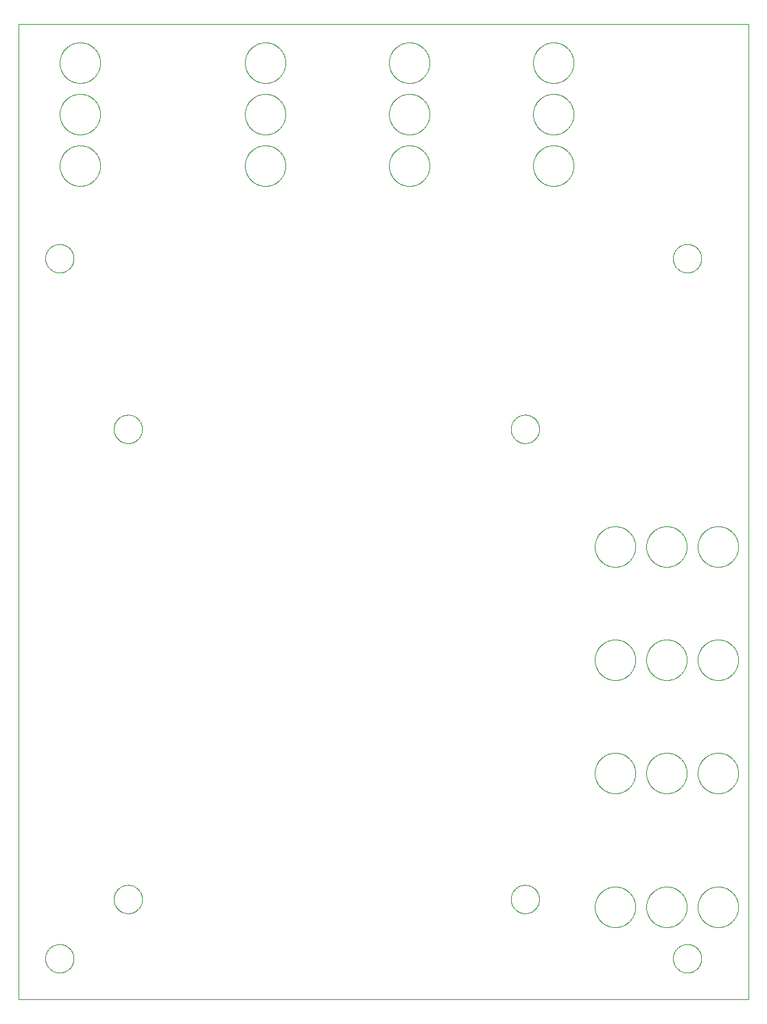
<source format=gbr>
G04 EAGLE Gerber RS-274X export*
G75*
%MOMM*%
%FSLAX34Y34*%
%LPD*%
%IN*%
%IPPOS*%
%AMOC8*
5,1,8,0,0,1.08239X$1,22.5*%
G01*
%ADD10C,0.000000*%


D10*
X0Y0D02*
X901500Y0D01*
X901500Y1203200D01*
X0Y1203200D01*
X0Y0D01*
X711600Y419100D02*
X711608Y419714D01*
X711630Y420327D01*
X711668Y420939D01*
X711720Y421550D01*
X711788Y422160D01*
X711871Y422768D01*
X711968Y423374D01*
X712080Y423977D01*
X712207Y424578D01*
X712349Y425175D01*
X712506Y425768D01*
X712676Y426357D01*
X712862Y426942D01*
X713061Y427522D01*
X713275Y428097D01*
X713503Y428667D01*
X713745Y429231D01*
X714000Y429789D01*
X714269Y430340D01*
X714552Y430885D01*
X714848Y431422D01*
X715157Y431953D01*
X715479Y432475D01*
X715813Y432989D01*
X716160Y433495D01*
X716520Y433992D01*
X716891Y434481D01*
X717275Y434960D01*
X717670Y435429D01*
X718076Y435889D01*
X718494Y436339D01*
X718922Y436778D01*
X719361Y437206D01*
X719811Y437624D01*
X720271Y438030D01*
X720740Y438425D01*
X721219Y438809D01*
X721708Y439180D01*
X722205Y439540D01*
X722711Y439887D01*
X723225Y440221D01*
X723747Y440543D01*
X724278Y440852D01*
X724815Y441148D01*
X725360Y441431D01*
X725911Y441700D01*
X726469Y441955D01*
X727033Y442197D01*
X727603Y442425D01*
X728178Y442639D01*
X728758Y442838D01*
X729343Y443024D01*
X729932Y443194D01*
X730525Y443351D01*
X731122Y443493D01*
X731723Y443620D01*
X732326Y443732D01*
X732932Y443829D01*
X733540Y443912D01*
X734150Y443980D01*
X734761Y444032D01*
X735373Y444070D01*
X735986Y444092D01*
X736600Y444100D01*
X737214Y444092D01*
X737827Y444070D01*
X738439Y444032D01*
X739050Y443980D01*
X739660Y443912D01*
X740268Y443829D01*
X740874Y443732D01*
X741477Y443620D01*
X742078Y443493D01*
X742675Y443351D01*
X743268Y443194D01*
X743857Y443024D01*
X744442Y442838D01*
X745022Y442639D01*
X745597Y442425D01*
X746167Y442197D01*
X746731Y441955D01*
X747289Y441700D01*
X747840Y441431D01*
X748385Y441148D01*
X748922Y440852D01*
X749453Y440543D01*
X749975Y440221D01*
X750489Y439887D01*
X750995Y439540D01*
X751492Y439180D01*
X751981Y438809D01*
X752460Y438425D01*
X752929Y438030D01*
X753389Y437624D01*
X753839Y437206D01*
X754278Y436778D01*
X754706Y436339D01*
X755124Y435889D01*
X755530Y435429D01*
X755925Y434960D01*
X756309Y434481D01*
X756680Y433992D01*
X757040Y433495D01*
X757387Y432989D01*
X757721Y432475D01*
X758043Y431953D01*
X758352Y431422D01*
X758648Y430885D01*
X758931Y430340D01*
X759200Y429789D01*
X759455Y429231D01*
X759697Y428667D01*
X759925Y428097D01*
X760139Y427522D01*
X760338Y426942D01*
X760524Y426357D01*
X760694Y425768D01*
X760851Y425175D01*
X760993Y424578D01*
X761120Y423977D01*
X761232Y423374D01*
X761329Y422768D01*
X761412Y422160D01*
X761480Y421550D01*
X761532Y420939D01*
X761570Y420327D01*
X761592Y419714D01*
X761600Y419100D01*
X761592Y418486D01*
X761570Y417873D01*
X761532Y417261D01*
X761480Y416650D01*
X761412Y416040D01*
X761329Y415432D01*
X761232Y414826D01*
X761120Y414223D01*
X760993Y413622D01*
X760851Y413025D01*
X760694Y412432D01*
X760524Y411843D01*
X760338Y411258D01*
X760139Y410678D01*
X759925Y410103D01*
X759697Y409533D01*
X759455Y408969D01*
X759200Y408411D01*
X758931Y407860D01*
X758648Y407315D01*
X758352Y406778D01*
X758043Y406247D01*
X757721Y405725D01*
X757387Y405211D01*
X757040Y404705D01*
X756680Y404208D01*
X756309Y403719D01*
X755925Y403240D01*
X755530Y402771D01*
X755124Y402311D01*
X754706Y401861D01*
X754278Y401422D01*
X753839Y400994D01*
X753389Y400576D01*
X752929Y400170D01*
X752460Y399775D01*
X751981Y399391D01*
X751492Y399020D01*
X750995Y398660D01*
X750489Y398313D01*
X749975Y397979D01*
X749453Y397657D01*
X748922Y397348D01*
X748385Y397052D01*
X747840Y396769D01*
X747289Y396500D01*
X746731Y396245D01*
X746167Y396003D01*
X745597Y395775D01*
X745022Y395561D01*
X744442Y395362D01*
X743857Y395176D01*
X743268Y395006D01*
X742675Y394849D01*
X742078Y394707D01*
X741477Y394580D01*
X740874Y394468D01*
X740268Y394371D01*
X739660Y394288D01*
X739050Y394220D01*
X738439Y394168D01*
X737827Y394130D01*
X737214Y394108D01*
X736600Y394100D01*
X735986Y394108D01*
X735373Y394130D01*
X734761Y394168D01*
X734150Y394220D01*
X733540Y394288D01*
X732932Y394371D01*
X732326Y394468D01*
X731723Y394580D01*
X731122Y394707D01*
X730525Y394849D01*
X729932Y395006D01*
X729343Y395176D01*
X728758Y395362D01*
X728178Y395561D01*
X727603Y395775D01*
X727033Y396003D01*
X726469Y396245D01*
X725911Y396500D01*
X725360Y396769D01*
X724815Y397052D01*
X724278Y397348D01*
X723747Y397657D01*
X723225Y397979D01*
X722711Y398313D01*
X722205Y398660D01*
X721708Y399020D01*
X721219Y399391D01*
X720740Y399775D01*
X720271Y400170D01*
X719811Y400576D01*
X719361Y400994D01*
X718922Y401422D01*
X718494Y401861D01*
X718076Y402311D01*
X717670Y402771D01*
X717275Y403240D01*
X716891Y403719D01*
X716520Y404208D01*
X716160Y404705D01*
X715813Y405211D01*
X715479Y405725D01*
X715157Y406247D01*
X714848Y406778D01*
X714552Y407315D01*
X714269Y407860D01*
X714000Y408411D01*
X713745Y408969D01*
X713503Y409533D01*
X713275Y410103D01*
X713061Y410678D01*
X712862Y411258D01*
X712676Y411843D01*
X712506Y412432D01*
X712349Y413025D01*
X712207Y413622D01*
X712080Y414223D01*
X711968Y414826D01*
X711871Y415432D01*
X711788Y416040D01*
X711720Y416650D01*
X711668Y417261D01*
X711630Y417873D01*
X711608Y418486D01*
X711600Y419100D01*
X775100Y419100D02*
X775108Y419714D01*
X775130Y420327D01*
X775168Y420939D01*
X775220Y421550D01*
X775288Y422160D01*
X775371Y422768D01*
X775468Y423374D01*
X775580Y423977D01*
X775707Y424578D01*
X775849Y425175D01*
X776006Y425768D01*
X776176Y426357D01*
X776362Y426942D01*
X776561Y427522D01*
X776775Y428097D01*
X777003Y428667D01*
X777245Y429231D01*
X777500Y429789D01*
X777769Y430340D01*
X778052Y430885D01*
X778348Y431422D01*
X778657Y431953D01*
X778979Y432475D01*
X779313Y432989D01*
X779660Y433495D01*
X780020Y433992D01*
X780391Y434481D01*
X780775Y434960D01*
X781170Y435429D01*
X781576Y435889D01*
X781994Y436339D01*
X782422Y436778D01*
X782861Y437206D01*
X783311Y437624D01*
X783771Y438030D01*
X784240Y438425D01*
X784719Y438809D01*
X785208Y439180D01*
X785705Y439540D01*
X786211Y439887D01*
X786725Y440221D01*
X787247Y440543D01*
X787778Y440852D01*
X788315Y441148D01*
X788860Y441431D01*
X789411Y441700D01*
X789969Y441955D01*
X790533Y442197D01*
X791103Y442425D01*
X791678Y442639D01*
X792258Y442838D01*
X792843Y443024D01*
X793432Y443194D01*
X794025Y443351D01*
X794622Y443493D01*
X795223Y443620D01*
X795826Y443732D01*
X796432Y443829D01*
X797040Y443912D01*
X797650Y443980D01*
X798261Y444032D01*
X798873Y444070D01*
X799486Y444092D01*
X800100Y444100D01*
X800714Y444092D01*
X801327Y444070D01*
X801939Y444032D01*
X802550Y443980D01*
X803160Y443912D01*
X803768Y443829D01*
X804374Y443732D01*
X804977Y443620D01*
X805578Y443493D01*
X806175Y443351D01*
X806768Y443194D01*
X807357Y443024D01*
X807942Y442838D01*
X808522Y442639D01*
X809097Y442425D01*
X809667Y442197D01*
X810231Y441955D01*
X810789Y441700D01*
X811340Y441431D01*
X811885Y441148D01*
X812422Y440852D01*
X812953Y440543D01*
X813475Y440221D01*
X813989Y439887D01*
X814495Y439540D01*
X814992Y439180D01*
X815481Y438809D01*
X815960Y438425D01*
X816429Y438030D01*
X816889Y437624D01*
X817339Y437206D01*
X817778Y436778D01*
X818206Y436339D01*
X818624Y435889D01*
X819030Y435429D01*
X819425Y434960D01*
X819809Y434481D01*
X820180Y433992D01*
X820540Y433495D01*
X820887Y432989D01*
X821221Y432475D01*
X821543Y431953D01*
X821852Y431422D01*
X822148Y430885D01*
X822431Y430340D01*
X822700Y429789D01*
X822955Y429231D01*
X823197Y428667D01*
X823425Y428097D01*
X823639Y427522D01*
X823838Y426942D01*
X824024Y426357D01*
X824194Y425768D01*
X824351Y425175D01*
X824493Y424578D01*
X824620Y423977D01*
X824732Y423374D01*
X824829Y422768D01*
X824912Y422160D01*
X824980Y421550D01*
X825032Y420939D01*
X825070Y420327D01*
X825092Y419714D01*
X825100Y419100D01*
X825092Y418486D01*
X825070Y417873D01*
X825032Y417261D01*
X824980Y416650D01*
X824912Y416040D01*
X824829Y415432D01*
X824732Y414826D01*
X824620Y414223D01*
X824493Y413622D01*
X824351Y413025D01*
X824194Y412432D01*
X824024Y411843D01*
X823838Y411258D01*
X823639Y410678D01*
X823425Y410103D01*
X823197Y409533D01*
X822955Y408969D01*
X822700Y408411D01*
X822431Y407860D01*
X822148Y407315D01*
X821852Y406778D01*
X821543Y406247D01*
X821221Y405725D01*
X820887Y405211D01*
X820540Y404705D01*
X820180Y404208D01*
X819809Y403719D01*
X819425Y403240D01*
X819030Y402771D01*
X818624Y402311D01*
X818206Y401861D01*
X817778Y401422D01*
X817339Y400994D01*
X816889Y400576D01*
X816429Y400170D01*
X815960Y399775D01*
X815481Y399391D01*
X814992Y399020D01*
X814495Y398660D01*
X813989Y398313D01*
X813475Y397979D01*
X812953Y397657D01*
X812422Y397348D01*
X811885Y397052D01*
X811340Y396769D01*
X810789Y396500D01*
X810231Y396245D01*
X809667Y396003D01*
X809097Y395775D01*
X808522Y395561D01*
X807942Y395362D01*
X807357Y395176D01*
X806768Y395006D01*
X806175Y394849D01*
X805578Y394707D01*
X804977Y394580D01*
X804374Y394468D01*
X803768Y394371D01*
X803160Y394288D01*
X802550Y394220D01*
X801939Y394168D01*
X801327Y394130D01*
X800714Y394108D01*
X800100Y394100D01*
X799486Y394108D01*
X798873Y394130D01*
X798261Y394168D01*
X797650Y394220D01*
X797040Y394288D01*
X796432Y394371D01*
X795826Y394468D01*
X795223Y394580D01*
X794622Y394707D01*
X794025Y394849D01*
X793432Y395006D01*
X792843Y395176D01*
X792258Y395362D01*
X791678Y395561D01*
X791103Y395775D01*
X790533Y396003D01*
X789969Y396245D01*
X789411Y396500D01*
X788860Y396769D01*
X788315Y397052D01*
X787778Y397348D01*
X787247Y397657D01*
X786725Y397979D01*
X786211Y398313D01*
X785705Y398660D01*
X785208Y399020D01*
X784719Y399391D01*
X784240Y399775D01*
X783771Y400170D01*
X783311Y400576D01*
X782861Y400994D01*
X782422Y401422D01*
X781994Y401861D01*
X781576Y402311D01*
X781170Y402771D01*
X780775Y403240D01*
X780391Y403719D01*
X780020Y404208D01*
X779660Y404705D01*
X779313Y405211D01*
X778979Y405725D01*
X778657Y406247D01*
X778348Y406778D01*
X778052Y407315D01*
X777769Y407860D01*
X777500Y408411D01*
X777245Y408969D01*
X777003Y409533D01*
X776775Y410103D01*
X776561Y410678D01*
X776362Y411258D01*
X776176Y411843D01*
X776006Y412432D01*
X775849Y413025D01*
X775707Y413622D01*
X775580Y414223D01*
X775468Y414826D01*
X775371Y415432D01*
X775288Y416040D01*
X775220Y416650D01*
X775168Y417261D01*
X775130Y417873D01*
X775108Y418486D01*
X775100Y419100D01*
X838600Y419100D02*
X838608Y419714D01*
X838630Y420327D01*
X838668Y420939D01*
X838720Y421550D01*
X838788Y422160D01*
X838871Y422768D01*
X838968Y423374D01*
X839080Y423977D01*
X839207Y424578D01*
X839349Y425175D01*
X839506Y425768D01*
X839676Y426357D01*
X839862Y426942D01*
X840061Y427522D01*
X840275Y428097D01*
X840503Y428667D01*
X840745Y429231D01*
X841000Y429789D01*
X841269Y430340D01*
X841552Y430885D01*
X841848Y431422D01*
X842157Y431953D01*
X842479Y432475D01*
X842813Y432989D01*
X843160Y433495D01*
X843520Y433992D01*
X843891Y434481D01*
X844275Y434960D01*
X844670Y435429D01*
X845076Y435889D01*
X845494Y436339D01*
X845922Y436778D01*
X846361Y437206D01*
X846811Y437624D01*
X847271Y438030D01*
X847740Y438425D01*
X848219Y438809D01*
X848708Y439180D01*
X849205Y439540D01*
X849711Y439887D01*
X850225Y440221D01*
X850747Y440543D01*
X851278Y440852D01*
X851815Y441148D01*
X852360Y441431D01*
X852911Y441700D01*
X853469Y441955D01*
X854033Y442197D01*
X854603Y442425D01*
X855178Y442639D01*
X855758Y442838D01*
X856343Y443024D01*
X856932Y443194D01*
X857525Y443351D01*
X858122Y443493D01*
X858723Y443620D01*
X859326Y443732D01*
X859932Y443829D01*
X860540Y443912D01*
X861150Y443980D01*
X861761Y444032D01*
X862373Y444070D01*
X862986Y444092D01*
X863600Y444100D01*
X864214Y444092D01*
X864827Y444070D01*
X865439Y444032D01*
X866050Y443980D01*
X866660Y443912D01*
X867268Y443829D01*
X867874Y443732D01*
X868477Y443620D01*
X869078Y443493D01*
X869675Y443351D01*
X870268Y443194D01*
X870857Y443024D01*
X871442Y442838D01*
X872022Y442639D01*
X872597Y442425D01*
X873167Y442197D01*
X873731Y441955D01*
X874289Y441700D01*
X874840Y441431D01*
X875385Y441148D01*
X875922Y440852D01*
X876453Y440543D01*
X876975Y440221D01*
X877489Y439887D01*
X877995Y439540D01*
X878492Y439180D01*
X878981Y438809D01*
X879460Y438425D01*
X879929Y438030D01*
X880389Y437624D01*
X880839Y437206D01*
X881278Y436778D01*
X881706Y436339D01*
X882124Y435889D01*
X882530Y435429D01*
X882925Y434960D01*
X883309Y434481D01*
X883680Y433992D01*
X884040Y433495D01*
X884387Y432989D01*
X884721Y432475D01*
X885043Y431953D01*
X885352Y431422D01*
X885648Y430885D01*
X885931Y430340D01*
X886200Y429789D01*
X886455Y429231D01*
X886697Y428667D01*
X886925Y428097D01*
X887139Y427522D01*
X887338Y426942D01*
X887524Y426357D01*
X887694Y425768D01*
X887851Y425175D01*
X887993Y424578D01*
X888120Y423977D01*
X888232Y423374D01*
X888329Y422768D01*
X888412Y422160D01*
X888480Y421550D01*
X888532Y420939D01*
X888570Y420327D01*
X888592Y419714D01*
X888600Y419100D01*
X888592Y418486D01*
X888570Y417873D01*
X888532Y417261D01*
X888480Y416650D01*
X888412Y416040D01*
X888329Y415432D01*
X888232Y414826D01*
X888120Y414223D01*
X887993Y413622D01*
X887851Y413025D01*
X887694Y412432D01*
X887524Y411843D01*
X887338Y411258D01*
X887139Y410678D01*
X886925Y410103D01*
X886697Y409533D01*
X886455Y408969D01*
X886200Y408411D01*
X885931Y407860D01*
X885648Y407315D01*
X885352Y406778D01*
X885043Y406247D01*
X884721Y405725D01*
X884387Y405211D01*
X884040Y404705D01*
X883680Y404208D01*
X883309Y403719D01*
X882925Y403240D01*
X882530Y402771D01*
X882124Y402311D01*
X881706Y401861D01*
X881278Y401422D01*
X880839Y400994D01*
X880389Y400576D01*
X879929Y400170D01*
X879460Y399775D01*
X878981Y399391D01*
X878492Y399020D01*
X877995Y398660D01*
X877489Y398313D01*
X876975Y397979D01*
X876453Y397657D01*
X875922Y397348D01*
X875385Y397052D01*
X874840Y396769D01*
X874289Y396500D01*
X873731Y396245D01*
X873167Y396003D01*
X872597Y395775D01*
X872022Y395561D01*
X871442Y395362D01*
X870857Y395176D01*
X870268Y395006D01*
X869675Y394849D01*
X869078Y394707D01*
X868477Y394580D01*
X867874Y394468D01*
X867268Y394371D01*
X866660Y394288D01*
X866050Y394220D01*
X865439Y394168D01*
X864827Y394130D01*
X864214Y394108D01*
X863600Y394100D01*
X862986Y394108D01*
X862373Y394130D01*
X861761Y394168D01*
X861150Y394220D01*
X860540Y394288D01*
X859932Y394371D01*
X859326Y394468D01*
X858723Y394580D01*
X858122Y394707D01*
X857525Y394849D01*
X856932Y395006D01*
X856343Y395176D01*
X855758Y395362D01*
X855178Y395561D01*
X854603Y395775D01*
X854033Y396003D01*
X853469Y396245D01*
X852911Y396500D01*
X852360Y396769D01*
X851815Y397052D01*
X851278Y397348D01*
X850747Y397657D01*
X850225Y397979D01*
X849711Y398313D01*
X849205Y398660D01*
X848708Y399020D01*
X848219Y399391D01*
X847740Y399775D01*
X847271Y400170D01*
X846811Y400576D01*
X846361Y400994D01*
X845922Y401422D01*
X845494Y401861D01*
X845076Y402311D01*
X844670Y402771D01*
X844275Y403240D01*
X843891Y403719D01*
X843520Y404208D01*
X843160Y404705D01*
X842813Y405211D01*
X842479Y405725D01*
X842157Y406247D01*
X841848Y406778D01*
X841552Y407315D01*
X841269Y407860D01*
X841000Y408411D01*
X840745Y408969D01*
X840503Y409533D01*
X840275Y410103D01*
X840061Y410678D01*
X839862Y411258D01*
X839676Y411843D01*
X839506Y412432D01*
X839349Y413025D01*
X839207Y413622D01*
X839080Y414223D01*
X838968Y414826D01*
X838871Y415432D01*
X838788Y416040D01*
X838720Y416650D01*
X838668Y417261D01*
X838630Y417873D01*
X838608Y418486D01*
X838600Y419100D01*
X711600Y279400D02*
X711608Y280014D01*
X711630Y280627D01*
X711668Y281239D01*
X711720Y281850D01*
X711788Y282460D01*
X711871Y283068D01*
X711968Y283674D01*
X712080Y284277D01*
X712207Y284878D01*
X712349Y285475D01*
X712506Y286068D01*
X712676Y286657D01*
X712862Y287242D01*
X713061Y287822D01*
X713275Y288397D01*
X713503Y288967D01*
X713745Y289531D01*
X714000Y290089D01*
X714269Y290640D01*
X714552Y291185D01*
X714848Y291722D01*
X715157Y292253D01*
X715479Y292775D01*
X715813Y293289D01*
X716160Y293795D01*
X716520Y294292D01*
X716891Y294781D01*
X717275Y295260D01*
X717670Y295729D01*
X718076Y296189D01*
X718494Y296639D01*
X718922Y297078D01*
X719361Y297506D01*
X719811Y297924D01*
X720271Y298330D01*
X720740Y298725D01*
X721219Y299109D01*
X721708Y299480D01*
X722205Y299840D01*
X722711Y300187D01*
X723225Y300521D01*
X723747Y300843D01*
X724278Y301152D01*
X724815Y301448D01*
X725360Y301731D01*
X725911Y302000D01*
X726469Y302255D01*
X727033Y302497D01*
X727603Y302725D01*
X728178Y302939D01*
X728758Y303138D01*
X729343Y303324D01*
X729932Y303494D01*
X730525Y303651D01*
X731122Y303793D01*
X731723Y303920D01*
X732326Y304032D01*
X732932Y304129D01*
X733540Y304212D01*
X734150Y304280D01*
X734761Y304332D01*
X735373Y304370D01*
X735986Y304392D01*
X736600Y304400D01*
X737214Y304392D01*
X737827Y304370D01*
X738439Y304332D01*
X739050Y304280D01*
X739660Y304212D01*
X740268Y304129D01*
X740874Y304032D01*
X741477Y303920D01*
X742078Y303793D01*
X742675Y303651D01*
X743268Y303494D01*
X743857Y303324D01*
X744442Y303138D01*
X745022Y302939D01*
X745597Y302725D01*
X746167Y302497D01*
X746731Y302255D01*
X747289Y302000D01*
X747840Y301731D01*
X748385Y301448D01*
X748922Y301152D01*
X749453Y300843D01*
X749975Y300521D01*
X750489Y300187D01*
X750995Y299840D01*
X751492Y299480D01*
X751981Y299109D01*
X752460Y298725D01*
X752929Y298330D01*
X753389Y297924D01*
X753839Y297506D01*
X754278Y297078D01*
X754706Y296639D01*
X755124Y296189D01*
X755530Y295729D01*
X755925Y295260D01*
X756309Y294781D01*
X756680Y294292D01*
X757040Y293795D01*
X757387Y293289D01*
X757721Y292775D01*
X758043Y292253D01*
X758352Y291722D01*
X758648Y291185D01*
X758931Y290640D01*
X759200Y290089D01*
X759455Y289531D01*
X759697Y288967D01*
X759925Y288397D01*
X760139Y287822D01*
X760338Y287242D01*
X760524Y286657D01*
X760694Y286068D01*
X760851Y285475D01*
X760993Y284878D01*
X761120Y284277D01*
X761232Y283674D01*
X761329Y283068D01*
X761412Y282460D01*
X761480Y281850D01*
X761532Y281239D01*
X761570Y280627D01*
X761592Y280014D01*
X761600Y279400D01*
X761592Y278786D01*
X761570Y278173D01*
X761532Y277561D01*
X761480Y276950D01*
X761412Y276340D01*
X761329Y275732D01*
X761232Y275126D01*
X761120Y274523D01*
X760993Y273922D01*
X760851Y273325D01*
X760694Y272732D01*
X760524Y272143D01*
X760338Y271558D01*
X760139Y270978D01*
X759925Y270403D01*
X759697Y269833D01*
X759455Y269269D01*
X759200Y268711D01*
X758931Y268160D01*
X758648Y267615D01*
X758352Y267078D01*
X758043Y266547D01*
X757721Y266025D01*
X757387Y265511D01*
X757040Y265005D01*
X756680Y264508D01*
X756309Y264019D01*
X755925Y263540D01*
X755530Y263071D01*
X755124Y262611D01*
X754706Y262161D01*
X754278Y261722D01*
X753839Y261294D01*
X753389Y260876D01*
X752929Y260470D01*
X752460Y260075D01*
X751981Y259691D01*
X751492Y259320D01*
X750995Y258960D01*
X750489Y258613D01*
X749975Y258279D01*
X749453Y257957D01*
X748922Y257648D01*
X748385Y257352D01*
X747840Y257069D01*
X747289Y256800D01*
X746731Y256545D01*
X746167Y256303D01*
X745597Y256075D01*
X745022Y255861D01*
X744442Y255662D01*
X743857Y255476D01*
X743268Y255306D01*
X742675Y255149D01*
X742078Y255007D01*
X741477Y254880D01*
X740874Y254768D01*
X740268Y254671D01*
X739660Y254588D01*
X739050Y254520D01*
X738439Y254468D01*
X737827Y254430D01*
X737214Y254408D01*
X736600Y254400D01*
X735986Y254408D01*
X735373Y254430D01*
X734761Y254468D01*
X734150Y254520D01*
X733540Y254588D01*
X732932Y254671D01*
X732326Y254768D01*
X731723Y254880D01*
X731122Y255007D01*
X730525Y255149D01*
X729932Y255306D01*
X729343Y255476D01*
X728758Y255662D01*
X728178Y255861D01*
X727603Y256075D01*
X727033Y256303D01*
X726469Y256545D01*
X725911Y256800D01*
X725360Y257069D01*
X724815Y257352D01*
X724278Y257648D01*
X723747Y257957D01*
X723225Y258279D01*
X722711Y258613D01*
X722205Y258960D01*
X721708Y259320D01*
X721219Y259691D01*
X720740Y260075D01*
X720271Y260470D01*
X719811Y260876D01*
X719361Y261294D01*
X718922Y261722D01*
X718494Y262161D01*
X718076Y262611D01*
X717670Y263071D01*
X717275Y263540D01*
X716891Y264019D01*
X716520Y264508D01*
X716160Y265005D01*
X715813Y265511D01*
X715479Y266025D01*
X715157Y266547D01*
X714848Y267078D01*
X714552Y267615D01*
X714269Y268160D01*
X714000Y268711D01*
X713745Y269269D01*
X713503Y269833D01*
X713275Y270403D01*
X713061Y270978D01*
X712862Y271558D01*
X712676Y272143D01*
X712506Y272732D01*
X712349Y273325D01*
X712207Y273922D01*
X712080Y274523D01*
X711968Y275126D01*
X711871Y275732D01*
X711788Y276340D01*
X711720Y276950D01*
X711668Y277561D01*
X711630Y278173D01*
X711608Y278786D01*
X711600Y279400D01*
X775100Y279400D02*
X775108Y280014D01*
X775130Y280627D01*
X775168Y281239D01*
X775220Y281850D01*
X775288Y282460D01*
X775371Y283068D01*
X775468Y283674D01*
X775580Y284277D01*
X775707Y284878D01*
X775849Y285475D01*
X776006Y286068D01*
X776176Y286657D01*
X776362Y287242D01*
X776561Y287822D01*
X776775Y288397D01*
X777003Y288967D01*
X777245Y289531D01*
X777500Y290089D01*
X777769Y290640D01*
X778052Y291185D01*
X778348Y291722D01*
X778657Y292253D01*
X778979Y292775D01*
X779313Y293289D01*
X779660Y293795D01*
X780020Y294292D01*
X780391Y294781D01*
X780775Y295260D01*
X781170Y295729D01*
X781576Y296189D01*
X781994Y296639D01*
X782422Y297078D01*
X782861Y297506D01*
X783311Y297924D01*
X783771Y298330D01*
X784240Y298725D01*
X784719Y299109D01*
X785208Y299480D01*
X785705Y299840D01*
X786211Y300187D01*
X786725Y300521D01*
X787247Y300843D01*
X787778Y301152D01*
X788315Y301448D01*
X788860Y301731D01*
X789411Y302000D01*
X789969Y302255D01*
X790533Y302497D01*
X791103Y302725D01*
X791678Y302939D01*
X792258Y303138D01*
X792843Y303324D01*
X793432Y303494D01*
X794025Y303651D01*
X794622Y303793D01*
X795223Y303920D01*
X795826Y304032D01*
X796432Y304129D01*
X797040Y304212D01*
X797650Y304280D01*
X798261Y304332D01*
X798873Y304370D01*
X799486Y304392D01*
X800100Y304400D01*
X800714Y304392D01*
X801327Y304370D01*
X801939Y304332D01*
X802550Y304280D01*
X803160Y304212D01*
X803768Y304129D01*
X804374Y304032D01*
X804977Y303920D01*
X805578Y303793D01*
X806175Y303651D01*
X806768Y303494D01*
X807357Y303324D01*
X807942Y303138D01*
X808522Y302939D01*
X809097Y302725D01*
X809667Y302497D01*
X810231Y302255D01*
X810789Y302000D01*
X811340Y301731D01*
X811885Y301448D01*
X812422Y301152D01*
X812953Y300843D01*
X813475Y300521D01*
X813989Y300187D01*
X814495Y299840D01*
X814992Y299480D01*
X815481Y299109D01*
X815960Y298725D01*
X816429Y298330D01*
X816889Y297924D01*
X817339Y297506D01*
X817778Y297078D01*
X818206Y296639D01*
X818624Y296189D01*
X819030Y295729D01*
X819425Y295260D01*
X819809Y294781D01*
X820180Y294292D01*
X820540Y293795D01*
X820887Y293289D01*
X821221Y292775D01*
X821543Y292253D01*
X821852Y291722D01*
X822148Y291185D01*
X822431Y290640D01*
X822700Y290089D01*
X822955Y289531D01*
X823197Y288967D01*
X823425Y288397D01*
X823639Y287822D01*
X823838Y287242D01*
X824024Y286657D01*
X824194Y286068D01*
X824351Y285475D01*
X824493Y284878D01*
X824620Y284277D01*
X824732Y283674D01*
X824829Y283068D01*
X824912Y282460D01*
X824980Y281850D01*
X825032Y281239D01*
X825070Y280627D01*
X825092Y280014D01*
X825100Y279400D01*
X825092Y278786D01*
X825070Y278173D01*
X825032Y277561D01*
X824980Y276950D01*
X824912Y276340D01*
X824829Y275732D01*
X824732Y275126D01*
X824620Y274523D01*
X824493Y273922D01*
X824351Y273325D01*
X824194Y272732D01*
X824024Y272143D01*
X823838Y271558D01*
X823639Y270978D01*
X823425Y270403D01*
X823197Y269833D01*
X822955Y269269D01*
X822700Y268711D01*
X822431Y268160D01*
X822148Y267615D01*
X821852Y267078D01*
X821543Y266547D01*
X821221Y266025D01*
X820887Y265511D01*
X820540Y265005D01*
X820180Y264508D01*
X819809Y264019D01*
X819425Y263540D01*
X819030Y263071D01*
X818624Y262611D01*
X818206Y262161D01*
X817778Y261722D01*
X817339Y261294D01*
X816889Y260876D01*
X816429Y260470D01*
X815960Y260075D01*
X815481Y259691D01*
X814992Y259320D01*
X814495Y258960D01*
X813989Y258613D01*
X813475Y258279D01*
X812953Y257957D01*
X812422Y257648D01*
X811885Y257352D01*
X811340Y257069D01*
X810789Y256800D01*
X810231Y256545D01*
X809667Y256303D01*
X809097Y256075D01*
X808522Y255861D01*
X807942Y255662D01*
X807357Y255476D01*
X806768Y255306D01*
X806175Y255149D01*
X805578Y255007D01*
X804977Y254880D01*
X804374Y254768D01*
X803768Y254671D01*
X803160Y254588D01*
X802550Y254520D01*
X801939Y254468D01*
X801327Y254430D01*
X800714Y254408D01*
X800100Y254400D01*
X799486Y254408D01*
X798873Y254430D01*
X798261Y254468D01*
X797650Y254520D01*
X797040Y254588D01*
X796432Y254671D01*
X795826Y254768D01*
X795223Y254880D01*
X794622Y255007D01*
X794025Y255149D01*
X793432Y255306D01*
X792843Y255476D01*
X792258Y255662D01*
X791678Y255861D01*
X791103Y256075D01*
X790533Y256303D01*
X789969Y256545D01*
X789411Y256800D01*
X788860Y257069D01*
X788315Y257352D01*
X787778Y257648D01*
X787247Y257957D01*
X786725Y258279D01*
X786211Y258613D01*
X785705Y258960D01*
X785208Y259320D01*
X784719Y259691D01*
X784240Y260075D01*
X783771Y260470D01*
X783311Y260876D01*
X782861Y261294D01*
X782422Y261722D01*
X781994Y262161D01*
X781576Y262611D01*
X781170Y263071D01*
X780775Y263540D01*
X780391Y264019D01*
X780020Y264508D01*
X779660Y265005D01*
X779313Y265511D01*
X778979Y266025D01*
X778657Y266547D01*
X778348Y267078D01*
X778052Y267615D01*
X777769Y268160D01*
X777500Y268711D01*
X777245Y269269D01*
X777003Y269833D01*
X776775Y270403D01*
X776561Y270978D01*
X776362Y271558D01*
X776176Y272143D01*
X776006Y272732D01*
X775849Y273325D01*
X775707Y273922D01*
X775580Y274523D01*
X775468Y275126D01*
X775371Y275732D01*
X775288Y276340D01*
X775220Y276950D01*
X775168Y277561D01*
X775130Y278173D01*
X775108Y278786D01*
X775100Y279400D01*
X838600Y279400D02*
X838608Y280014D01*
X838630Y280627D01*
X838668Y281239D01*
X838720Y281850D01*
X838788Y282460D01*
X838871Y283068D01*
X838968Y283674D01*
X839080Y284277D01*
X839207Y284878D01*
X839349Y285475D01*
X839506Y286068D01*
X839676Y286657D01*
X839862Y287242D01*
X840061Y287822D01*
X840275Y288397D01*
X840503Y288967D01*
X840745Y289531D01*
X841000Y290089D01*
X841269Y290640D01*
X841552Y291185D01*
X841848Y291722D01*
X842157Y292253D01*
X842479Y292775D01*
X842813Y293289D01*
X843160Y293795D01*
X843520Y294292D01*
X843891Y294781D01*
X844275Y295260D01*
X844670Y295729D01*
X845076Y296189D01*
X845494Y296639D01*
X845922Y297078D01*
X846361Y297506D01*
X846811Y297924D01*
X847271Y298330D01*
X847740Y298725D01*
X848219Y299109D01*
X848708Y299480D01*
X849205Y299840D01*
X849711Y300187D01*
X850225Y300521D01*
X850747Y300843D01*
X851278Y301152D01*
X851815Y301448D01*
X852360Y301731D01*
X852911Y302000D01*
X853469Y302255D01*
X854033Y302497D01*
X854603Y302725D01*
X855178Y302939D01*
X855758Y303138D01*
X856343Y303324D01*
X856932Y303494D01*
X857525Y303651D01*
X858122Y303793D01*
X858723Y303920D01*
X859326Y304032D01*
X859932Y304129D01*
X860540Y304212D01*
X861150Y304280D01*
X861761Y304332D01*
X862373Y304370D01*
X862986Y304392D01*
X863600Y304400D01*
X864214Y304392D01*
X864827Y304370D01*
X865439Y304332D01*
X866050Y304280D01*
X866660Y304212D01*
X867268Y304129D01*
X867874Y304032D01*
X868477Y303920D01*
X869078Y303793D01*
X869675Y303651D01*
X870268Y303494D01*
X870857Y303324D01*
X871442Y303138D01*
X872022Y302939D01*
X872597Y302725D01*
X873167Y302497D01*
X873731Y302255D01*
X874289Y302000D01*
X874840Y301731D01*
X875385Y301448D01*
X875922Y301152D01*
X876453Y300843D01*
X876975Y300521D01*
X877489Y300187D01*
X877995Y299840D01*
X878492Y299480D01*
X878981Y299109D01*
X879460Y298725D01*
X879929Y298330D01*
X880389Y297924D01*
X880839Y297506D01*
X881278Y297078D01*
X881706Y296639D01*
X882124Y296189D01*
X882530Y295729D01*
X882925Y295260D01*
X883309Y294781D01*
X883680Y294292D01*
X884040Y293795D01*
X884387Y293289D01*
X884721Y292775D01*
X885043Y292253D01*
X885352Y291722D01*
X885648Y291185D01*
X885931Y290640D01*
X886200Y290089D01*
X886455Y289531D01*
X886697Y288967D01*
X886925Y288397D01*
X887139Y287822D01*
X887338Y287242D01*
X887524Y286657D01*
X887694Y286068D01*
X887851Y285475D01*
X887993Y284878D01*
X888120Y284277D01*
X888232Y283674D01*
X888329Y283068D01*
X888412Y282460D01*
X888480Y281850D01*
X888532Y281239D01*
X888570Y280627D01*
X888592Y280014D01*
X888600Y279400D01*
X888592Y278786D01*
X888570Y278173D01*
X888532Y277561D01*
X888480Y276950D01*
X888412Y276340D01*
X888329Y275732D01*
X888232Y275126D01*
X888120Y274523D01*
X887993Y273922D01*
X887851Y273325D01*
X887694Y272732D01*
X887524Y272143D01*
X887338Y271558D01*
X887139Y270978D01*
X886925Y270403D01*
X886697Y269833D01*
X886455Y269269D01*
X886200Y268711D01*
X885931Y268160D01*
X885648Y267615D01*
X885352Y267078D01*
X885043Y266547D01*
X884721Y266025D01*
X884387Y265511D01*
X884040Y265005D01*
X883680Y264508D01*
X883309Y264019D01*
X882925Y263540D01*
X882530Y263071D01*
X882124Y262611D01*
X881706Y262161D01*
X881278Y261722D01*
X880839Y261294D01*
X880389Y260876D01*
X879929Y260470D01*
X879460Y260075D01*
X878981Y259691D01*
X878492Y259320D01*
X877995Y258960D01*
X877489Y258613D01*
X876975Y258279D01*
X876453Y257957D01*
X875922Y257648D01*
X875385Y257352D01*
X874840Y257069D01*
X874289Y256800D01*
X873731Y256545D01*
X873167Y256303D01*
X872597Y256075D01*
X872022Y255861D01*
X871442Y255662D01*
X870857Y255476D01*
X870268Y255306D01*
X869675Y255149D01*
X869078Y255007D01*
X868477Y254880D01*
X867874Y254768D01*
X867268Y254671D01*
X866660Y254588D01*
X866050Y254520D01*
X865439Y254468D01*
X864827Y254430D01*
X864214Y254408D01*
X863600Y254400D01*
X862986Y254408D01*
X862373Y254430D01*
X861761Y254468D01*
X861150Y254520D01*
X860540Y254588D01*
X859932Y254671D01*
X859326Y254768D01*
X858723Y254880D01*
X858122Y255007D01*
X857525Y255149D01*
X856932Y255306D01*
X856343Y255476D01*
X855758Y255662D01*
X855178Y255861D01*
X854603Y256075D01*
X854033Y256303D01*
X853469Y256545D01*
X852911Y256800D01*
X852360Y257069D01*
X851815Y257352D01*
X851278Y257648D01*
X850747Y257957D01*
X850225Y258279D01*
X849711Y258613D01*
X849205Y258960D01*
X848708Y259320D01*
X848219Y259691D01*
X847740Y260075D01*
X847271Y260470D01*
X846811Y260876D01*
X846361Y261294D01*
X845922Y261722D01*
X845494Y262161D01*
X845076Y262611D01*
X844670Y263071D01*
X844275Y263540D01*
X843891Y264019D01*
X843520Y264508D01*
X843160Y265005D01*
X842813Y265511D01*
X842479Y266025D01*
X842157Y266547D01*
X841848Y267078D01*
X841552Y267615D01*
X841269Y268160D01*
X841000Y268711D01*
X840745Y269269D01*
X840503Y269833D01*
X840275Y270403D01*
X840061Y270978D01*
X839862Y271558D01*
X839676Y272143D01*
X839506Y272732D01*
X839349Y273325D01*
X839207Y273922D01*
X839080Y274523D01*
X838968Y275126D01*
X838871Y275732D01*
X838788Y276340D01*
X838720Y276950D01*
X838668Y277561D01*
X838630Y278173D01*
X838608Y278786D01*
X838600Y279400D01*
X711600Y114300D02*
X711608Y114914D01*
X711630Y115527D01*
X711668Y116139D01*
X711720Y116750D01*
X711788Y117360D01*
X711871Y117968D01*
X711968Y118574D01*
X712080Y119177D01*
X712207Y119778D01*
X712349Y120375D01*
X712506Y120968D01*
X712676Y121557D01*
X712862Y122142D01*
X713061Y122722D01*
X713275Y123297D01*
X713503Y123867D01*
X713745Y124431D01*
X714000Y124989D01*
X714269Y125540D01*
X714552Y126085D01*
X714848Y126622D01*
X715157Y127153D01*
X715479Y127675D01*
X715813Y128189D01*
X716160Y128695D01*
X716520Y129192D01*
X716891Y129681D01*
X717275Y130160D01*
X717670Y130629D01*
X718076Y131089D01*
X718494Y131539D01*
X718922Y131978D01*
X719361Y132406D01*
X719811Y132824D01*
X720271Y133230D01*
X720740Y133625D01*
X721219Y134009D01*
X721708Y134380D01*
X722205Y134740D01*
X722711Y135087D01*
X723225Y135421D01*
X723747Y135743D01*
X724278Y136052D01*
X724815Y136348D01*
X725360Y136631D01*
X725911Y136900D01*
X726469Y137155D01*
X727033Y137397D01*
X727603Y137625D01*
X728178Y137839D01*
X728758Y138038D01*
X729343Y138224D01*
X729932Y138394D01*
X730525Y138551D01*
X731122Y138693D01*
X731723Y138820D01*
X732326Y138932D01*
X732932Y139029D01*
X733540Y139112D01*
X734150Y139180D01*
X734761Y139232D01*
X735373Y139270D01*
X735986Y139292D01*
X736600Y139300D01*
X737214Y139292D01*
X737827Y139270D01*
X738439Y139232D01*
X739050Y139180D01*
X739660Y139112D01*
X740268Y139029D01*
X740874Y138932D01*
X741477Y138820D01*
X742078Y138693D01*
X742675Y138551D01*
X743268Y138394D01*
X743857Y138224D01*
X744442Y138038D01*
X745022Y137839D01*
X745597Y137625D01*
X746167Y137397D01*
X746731Y137155D01*
X747289Y136900D01*
X747840Y136631D01*
X748385Y136348D01*
X748922Y136052D01*
X749453Y135743D01*
X749975Y135421D01*
X750489Y135087D01*
X750995Y134740D01*
X751492Y134380D01*
X751981Y134009D01*
X752460Y133625D01*
X752929Y133230D01*
X753389Y132824D01*
X753839Y132406D01*
X754278Y131978D01*
X754706Y131539D01*
X755124Y131089D01*
X755530Y130629D01*
X755925Y130160D01*
X756309Y129681D01*
X756680Y129192D01*
X757040Y128695D01*
X757387Y128189D01*
X757721Y127675D01*
X758043Y127153D01*
X758352Y126622D01*
X758648Y126085D01*
X758931Y125540D01*
X759200Y124989D01*
X759455Y124431D01*
X759697Y123867D01*
X759925Y123297D01*
X760139Y122722D01*
X760338Y122142D01*
X760524Y121557D01*
X760694Y120968D01*
X760851Y120375D01*
X760993Y119778D01*
X761120Y119177D01*
X761232Y118574D01*
X761329Y117968D01*
X761412Y117360D01*
X761480Y116750D01*
X761532Y116139D01*
X761570Y115527D01*
X761592Y114914D01*
X761600Y114300D01*
X761592Y113686D01*
X761570Y113073D01*
X761532Y112461D01*
X761480Y111850D01*
X761412Y111240D01*
X761329Y110632D01*
X761232Y110026D01*
X761120Y109423D01*
X760993Y108822D01*
X760851Y108225D01*
X760694Y107632D01*
X760524Y107043D01*
X760338Y106458D01*
X760139Y105878D01*
X759925Y105303D01*
X759697Y104733D01*
X759455Y104169D01*
X759200Y103611D01*
X758931Y103060D01*
X758648Y102515D01*
X758352Y101978D01*
X758043Y101447D01*
X757721Y100925D01*
X757387Y100411D01*
X757040Y99905D01*
X756680Y99408D01*
X756309Y98919D01*
X755925Y98440D01*
X755530Y97971D01*
X755124Y97511D01*
X754706Y97061D01*
X754278Y96622D01*
X753839Y96194D01*
X753389Y95776D01*
X752929Y95370D01*
X752460Y94975D01*
X751981Y94591D01*
X751492Y94220D01*
X750995Y93860D01*
X750489Y93513D01*
X749975Y93179D01*
X749453Y92857D01*
X748922Y92548D01*
X748385Y92252D01*
X747840Y91969D01*
X747289Y91700D01*
X746731Y91445D01*
X746167Y91203D01*
X745597Y90975D01*
X745022Y90761D01*
X744442Y90562D01*
X743857Y90376D01*
X743268Y90206D01*
X742675Y90049D01*
X742078Y89907D01*
X741477Y89780D01*
X740874Y89668D01*
X740268Y89571D01*
X739660Y89488D01*
X739050Y89420D01*
X738439Y89368D01*
X737827Y89330D01*
X737214Y89308D01*
X736600Y89300D01*
X735986Y89308D01*
X735373Y89330D01*
X734761Y89368D01*
X734150Y89420D01*
X733540Y89488D01*
X732932Y89571D01*
X732326Y89668D01*
X731723Y89780D01*
X731122Y89907D01*
X730525Y90049D01*
X729932Y90206D01*
X729343Y90376D01*
X728758Y90562D01*
X728178Y90761D01*
X727603Y90975D01*
X727033Y91203D01*
X726469Y91445D01*
X725911Y91700D01*
X725360Y91969D01*
X724815Y92252D01*
X724278Y92548D01*
X723747Y92857D01*
X723225Y93179D01*
X722711Y93513D01*
X722205Y93860D01*
X721708Y94220D01*
X721219Y94591D01*
X720740Y94975D01*
X720271Y95370D01*
X719811Y95776D01*
X719361Y96194D01*
X718922Y96622D01*
X718494Y97061D01*
X718076Y97511D01*
X717670Y97971D01*
X717275Y98440D01*
X716891Y98919D01*
X716520Y99408D01*
X716160Y99905D01*
X715813Y100411D01*
X715479Y100925D01*
X715157Y101447D01*
X714848Y101978D01*
X714552Y102515D01*
X714269Y103060D01*
X714000Y103611D01*
X713745Y104169D01*
X713503Y104733D01*
X713275Y105303D01*
X713061Y105878D01*
X712862Y106458D01*
X712676Y107043D01*
X712506Y107632D01*
X712349Y108225D01*
X712207Y108822D01*
X712080Y109423D01*
X711968Y110026D01*
X711871Y110632D01*
X711788Y111240D01*
X711720Y111850D01*
X711668Y112461D01*
X711630Y113073D01*
X711608Y113686D01*
X711600Y114300D01*
X775100Y114300D02*
X775108Y114914D01*
X775130Y115527D01*
X775168Y116139D01*
X775220Y116750D01*
X775288Y117360D01*
X775371Y117968D01*
X775468Y118574D01*
X775580Y119177D01*
X775707Y119778D01*
X775849Y120375D01*
X776006Y120968D01*
X776176Y121557D01*
X776362Y122142D01*
X776561Y122722D01*
X776775Y123297D01*
X777003Y123867D01*
X777245Y124431D01*
X777500Y124989D01*
X777769Y125540D01*
X778052Y126085D01*
X778348Y126622D01*
X778657Y127153D01*
X778979Y127675D01*
X779313Y128189D01*
X779660Y128695D01*
X780020Y129192D01*
X780391Y129681D01*
X780775Y130160D01*
X781170Y130629D01*
X781576Y131089D01*
X781994Y131539D01*
X782422Y131978D01*
X782861Y132406D01*
X783311Y132824D01*
X783771Y133230D01*
X784240Y133625D01*
X784719Y134009D01*
X785208Y134380D01*
X785705Y134740D01*
X786211Y135087D01*
X786725Y135421D01*
X787247Y135743D01*
X787778Y136052D01*
X788315Y136348D01*
X788860Y136631D01*
X789411Y136900D01*
X789969Y137155D01*
X790533Y137397D01*
X791103Y137625D01*
X791678Y137839D01*
X792258Y138038D01*
X792843Y138224D01*
X793432Y138394D01*
X794025Y138551D01*
X794622Y138693D01*
X795223Y138820D01*
X795826Y138932D01*
X796432Y139029D01*
X797040Y139112D01*
X797650Y139180D01*
X798261Y139232D01*
X798873Y139270D01*
X799486Y139292D01*
X800100Y139300D01*
X800714Y139292D01*
X801327Y139270D01*
X801939Y139232D01*
X802550Y139180D01*
X803160Y139112D01*
X803768Y139029D01*
X804374Y138932D01*
X804977Y138820D01*
X805578Y138693D01*
X806175Y138551D01*
X806768Y138394D01*
X807357Y138224D01*
X807942Y138038D01*
X808522Y137839D01*
X809097Y137625D01*
X809667Y137397D01*
X810231Y137155D01*
X810789Y136900D01*
X811340Y136631D01*
X811885Y136348D01*
X812422Y136052D01*
X812953Y135743D01*
X813475Y135421D01*
X813989Y135087D01*
X814495Y134740D01*
X814992Y134380D01*
X815481Y134009D01*
X815960Y133625D01*
X816429Y133230D01*
X816889Y132824D01*
X817339Y132406D01*
X817778Y131978D01*
X818206Y131539D01*
X818624Y131089D01*
X819030Y130629D01*
X819425Y130160D01*
X819809Y129681D01*
X820180Y129192D01*
X820540Y128695D01*
X820887Y128189D01*
X821221Y127675D01*
X821543Y127153D01*
X821852Y126622D01*
X822148Y126085D01*
X822431Y125540D01*
X822700Y124989D01*
X822955Y124431D01*
X823197Y123867D01*
X823425Y123297D01*
X823639Y122722D01*
X823838Y122142D01*
X824024Y121557D01*
X824194Y120968D01*
X824351Y120375D01*
X824493Y119778D01*
X824620Y119177D01*
X824732Y118574D01*
X824829Y117968D01*
X824912Y117360D01*
X824980Y116750D01*
X825032Y116139D01*
X825070Y115527D01*
X825092Y114914D01*
X825100Y114300D01*
X825092Y113686D01*
X825070Y113073D01*
X825032Y112461D01*
X824980Y111850D01*
X824912Y111240D01*
X824829Y110632D01*
X824732Y110026D01*
X824620Y109423D01*
X824493Y108822D01*
X824351Y108225D01*
X824194Y107632D01*
X824024Y107043D01*
X823838Y106458D01*
X823639Y105878D01*
X823425Y105303D01*
X823197Y104733D01*
X822955Y104169D01*
X822700Y103611D01*
X822431Y103060D01*
X822148Y102515D01*
X821852Y101978D01*
X821543Y101447D01*
X821221Y100925D01*
X820887Y100411D01*
X820540Y99905D01*
X820180Y99408D01*
X819809Y98919D01*
X819425Y98440D01*
X819030Y97971D01*
X818624Y97511D01*
X818206Y97061D01*
X817778Y96622D01*
X817339Y96194D01*
X816889Y95776D01*
X816429Y95370D01*
X815960Y94975D01*
X815481Y94591D01*
X814992Y94220D01*
X814495Y93860D01*
X813989Y93513D01*
X813475Y93179D01*
X812953Y92857D01*
X812422Y92548D01*
X811885Y92252D01*
X811340Y91969D01*
X810789Y91700D01*
X810231Y91445D01*
X809667Y91203D01*
X809097Y90975D01*
X808522Y90761D01*
X807942Y90562D01*
X807357Y90376D01*
X806768Y90206D01*
X806175Y90049D01*
X805578Y89907D01*
X804977Y89780D01*
X804374Y89668D01*
X803768Y89571D01*
X803160Y89488D01*
X802550Y89420D01*
X801939Y89368D01*
X801327Y89330D01*
X800714Y89308D01*
X800100Y89300D01*
X799486Y89308D01*
X798873Y89330D01*
X798261Y89368D01*
X797650Y89420D01*
X797040Y89488D01*
X796432Y89571D01*
X795826Y89668D01*
X795223Y89780D01*
X794622Y89907D01*
X794025Y90049D01*
X793432Y90206D01*
X792843Y90376D01*
X792258Y90562D01*
X791678Y90761D01*
X791103Y90975D01*
X790533Y91203D01*
X789969Y91445D01*
X789411Y91700D01*
X788860Y91969D01*
X788315Y92252D01*
X787778Y92548D01*
X787247Y92857D01*
X786725Y93179D01*
X786211Y93513D01*
X785705Y93860D01*
X785208Y94220D01*
X784719Y94591D01*
X784240Y94975D01*
X783771Y95370D01*
X783311Y95776D01*
X782861Y96194D01*
X782422Y96622D01*
X781994Y97061D01*
X781576Y97511D01*
X781170Y97971D01*
X780775Y98440D01*
X780391Y98919D01*
X780020Y99408D01*
X779660Y99905D01*
X779313Y100411D01*
X778979Y100925D01*
X778657Y101447D01*
X778348Y101978D01*
X778052Y102515D01*
X777769Y103060D01*
X777500Y103611D01*
X777245Y104169D01*
X777003Y104733D01*
X776775Y105303D01*
X776561Y105878D01*
X776362Y106458D01*
X776176Y107043D01*
X776006Y107632D01*
X775849Y108225D01*
X775707Y108822D01*
X775580Y109423D01*
X775468Y110026D01*
X775371Y110632D01*
X775288Y111240D01*
X775220Y111850D01*
X775168Y112461D01*
X775130Y113073D01*
X775108Y113686D01*
X775100Y114300D01*
X838600Y114300D02*
X838608Y114914D01*
X838630Y115527D01*
X838668Y116139D01*
X838720Y116750D01*
X838788Y117360D01*
X838871Y117968D01*
X838968Y118574D01*
X839080Y119177D01*
X839207Y119778D01*
X839349Y120375D01*
X839506Y120968D01*
X839676Y121557D01*
X839862Y122142D01*
X840061Y122722D01*
X840275Y123297D01*
X840503Y123867D01*
X840745Y124431D01*
X841000Y124989D01*
X841269Y125540D01*
X841552Y126085D01*
X841848Y126622D01*
X842157Y127153D01*
X842479Y127675D01*
X842813Y128189D01*
X843160Y128695D01*
X843520Y129192D01*
X843891Y129681D01*
X844275Y130160D01*
X844670Y130629D01*
X845076Y131089D01*
X845494Y131539D01*
X845922Y131978D01*
X846361Y132406D01*
X846811Y132824D01*
X847271Y133230D01*
X847740Y133625D01*
X848219Y134009D01*
X848708Y134380D01*
X849205Y134740D01*
X849711Y135087D01*
X850225Y135421D01*
X850747Y135743D01*
X851278Y136052D01*
X851815Y136348D01*
X852360Y136631D01*
X852911Y136900D01*
X853469Y137155D01*
X854033Y137397D01*
X854603Y137625D01*
X855178Y137839D01*
X855758Y138038D01*
X856343Y138224D01*
X856932Y138394D01*
X857525Y138551D01*
X858122Y138693D01*
X858723Y138820D01*
X859326Y138932D01*
X859932Y139029D01*
X860540Y139112D01*
X861150Y139180D01*
X861761Y139232D01*
X862373Y139270D01*
X862986Y139292D01*
X863600Y139300D01*
X864214Y139292D01*
X864827Y139270D01*
X865439Y139232D01*
X866050Y139180D01*
X866660Y139112D01*
X867268Y139029D01*
X867874Y138932D01*
X868477Y138820D01*
X869078Y138693D01*
X869675Y138551D01*
X870268Y138394D01*
X870857Y138224D01*
X871442Y138038D01*
X872022Y137839D01*
X872597Y137625D01*
X873167Y137397D01*
X873731Y137155D01*
X874289Y136900D01*
X874840Y136631D01*
X875385Y136348D01*
X875922Y136052D01*
X876453Y135743D01*
X876975Y135421D01*
X877489Y135087D01*
X877995Y134740D01*
X878492Y134380D01*
X878981Y134009D01*
X879460Y133625D01*
X879929Y133230D01*
X880389Y132824D01*
X880839Y132406D01*
X881278Y131978D01*
X881706Y131539D01*
X882124Y131089D01*
X882530Y130629D01*
X882925Y130160D01*
X883309Y129681D01*
X883680Y129192D01*
X884040Y128695D01*
X884387Y128189D01*
X884721Y127675D01*
X885043Y127153D01*
X885352Y126622D01*
X885648Y126085D01*
X885931Y125540D01*
X886200Y124989D01*
X886455Y124431D01*
X886697Y123867D01*
X886925Y123297D01*
X887139Y122722D01*
X887338Y122142D01*
X887524Y121557D01*
X887694Y120968D01*
X887851Y120375D01*
X887993Y119778D01*
X888120Y119177D01*
X888232Y118574D01*
X888329Y117968D01*
X888412Y117360D01*
X888480Y116750D01*
X888532Y116139D01*
X888570Y115527D01*
X888592Y114914D01*
X888600Y114300D01*
X888592Y113686D01*
X888570Y113073D01*
X888532Y112461D01*
X888480Y111850D01*
X888412Y111240D01*
X888329Y110632D01*
X888232Y110026D01*
X888120Y109423D01*
X887993Y108822D01*
X887851Y108225D01*
X887694Y107632D01*
X887524Y107043D01*
X887338Y106458D01*
X887139Y105878D01*
X886925Y105303D01*
X886697Y104733D01*
X886455Y104169D01*
X886200Y103611D01*
X885931Y103060D01*
X885648Y102515D01*
X885352Y101978D01*
X885043Y101447D01*
X884721Y100925D01*
X884387Y100411D01*
X884040Y99905D01*
X883680Y99408D01*
X883309Y98919D01*
X882925Y98440D01*
X882530Y97971D01*
X882124Y97511D01*
X881706Y97061D01*
X881278Y96622D01*
X880839Y96194D01*
X880389Y95776D01*
X879929Y95370D01*
X879460Y94975D01*
X878981Y94591D01*
X878492Y94220D01*
X877995Y93860D01*
X877489Y93513D01*
X876975Y93179D01*
X876453Y92857D01*
X875922Y92548D01*
X875385Y92252D01*
X874840Y91969D01*
X874289Y91700D01*
X873731Y91445D01*
X873167Y91203D01*
X872597Y90975D01*
X872022Y90761D01*
X871442Y90562D01*
X870857Y90376D01*
X870268Y90206D01*
X869675Y90049D01*
X869078Y89907D01*
X868477Y89780D01*
X867874Y89668D01*
X867268Y89571D01*
X866660Y89488D01*
X866050Y89420D01*
X865439Y89368D01*
X864827Y89330D01*
X864214Y89308D01*
X863600Y89300D01*
X862986Y89308D01*
X862373Y89330D01*
X861761Y89368D01*
X861150Y89420D01*
X860540Y89488D01*
X859932Y89571D01*
X859326Y89668D01*
X858723Y89780D01*
X858122Y89907D01*
X857525Y90049D01*
X856932Y90206D01*
X856343Y90376D01*
X855758Y90562D01*
X855178Y90761D01*
X854603Y90975D01*
X854033Y91203D01*
X853469Y91445D01*
X852911Y91700D01*
X852360Y91969D01*
X851815Y92252D01*
X851278Y92548D01*
X850747Y92857D01*
X850225Y93179D01*
X849711Y93513D01*
X849205Y93860D01*
X848708Y94220D01*
X848219Y94591D01*
X847740Y94975D01*
X847271Y95370D01*
X846811Y95776D01*
X846361Y96194D01*
X845922Y96622D01*
X845494Y97061D01*
X845076Y97511D01*
X844670Y97971D01*
X844275Y98440D01*
X843891Y98919D01*
X843520Y99408D01*
X843160Y99905D01*
X842813Y100411D01*
X842479Y100925D01*
X842157Y101447D01*
X841848Y101978D01*
X841552Y102515D01*
X841269Y103060D01*
X841000Y103611D01*
X840745Y104169D01*
X840503Y104733D01*
X840275Y105303D01*
X840061Y105878D01*
X839862Y106458D01*
X839676Y107043D01*
X839506Y107632D01*
X839349Y108225D01*
X839207Y108822D01*
X839080Y109423D01*
X838968Y110026D01*
X838871Y110632D01*
X838788Y111240D01*
X838720Y111850D01*
X838668Y112461D01*
X838630Y113073D01*
X838608Y113686D01*
X838600Y114300D01*
X711600Y558800D02*
X711608Y559414D01*
X711630Y560027D01*
X711668Y560639D01*
X711720Y561250D01*
X711788Y561860D01*
X711871Y562468D01*
X711968Y563074D01*
X712080Y563677D01*
X712207Y564278D01*
X712349Y564875D01*
X712506Y565468D01*
X712676Y566057D01*
X712862Y566642D01*
X713061Y567222D01*
X713275Y567797D01*
X713503Y568367D01*
X713745Y568931D01*
X714000Y569489D01*
X714269Y570040D01*
X714552Y570585D01*
X714848Y571122D01*
X715157Y571653D01*
X715479Y572175D01*
X715813Y572689D01*
X716160Y573195D01*
X716520Y573692D01*
X716891Y574181D01*
X717275Y574660D01*
X717670Y575129D01*
X718076Y575589D01*
X718494Y576039D01*
X718922Y576478D01*
X719361Y576906D01*
X719811Y577324D01*
X720271Y577730D01*
X720740Y578125D01*
X721219Y578509D01*
X721708Y578880D01*
X722205Y579240D01*
X722711Y579587D01*
X723225Y579921D01*
X723747Y580243D01*
X724278Y580552D01*
X724815Y580848D01*
X725360Y581131D01*
X725911Y581400D01*
X726469Y581655D01*
X727033Y581897D01*
X727603Y582125D01*
X728178Y582339D01*
X728758Y582538D01*
X729343Y582724D01*
X729932Y582894D01*
X730525Y583051D01*
X731122Y583193D01*
X731723Y583320D01*
X732326Y583432D01*
X732932Y583529D01*
X733540Y583612D01*
X734150Y583680D01*
X734761Y583732D01*
X735373Y583770D01*
X735986Y583792D01*
X736600Y583800D01*
X737214Y583792D01*
X737827Y583770D01*
X738439Y583732D01*
X739050Y583680D01*
X739660Y583612D01*
X740268Y583529D01*
X740874Y583432D01*
X741477Y583320D01*
X742078Y583193D01*
X742675Y583051D01*
X743268Y582894D01*
X743857Y582724D01*
X744442Y582538D01*
X745022Y582339D01*
X745597Y582125D01*
X746167Y581897D01*
X746731Y581655D01*
X747289Y581400D01*
X747840Y581131D01*
X748385Y580848D01*
X748922Y580552D01*
X749453Y580243D01*
X749975Y579921D01*
X750489Y579587D01*
X750995Y579240D01*
X751492Y578880D01*
X751981Y578509D01*
X752460Y578125D01*
X752929Y577730D01*
X753389Y577324D01*
X753839Y576906D01*
X754278Y576478D01*
X754706Y576039D01*
X755124Y575589D01*
X755530Y575129D01*
X755925Y574660D01*
X756309Y574181D01*
X756680Y573692D01*
X757040Y573195D01*
X757387Y572689D01*
X757721Y572175D01*
X758043Y571653D01*
X758352Y571122D01*
X758648Y570585D01*
X758931Y570040D01*
X759200Y569489D01*
X759455Y568931D01*
X759697Y568367D01*
X759925Y567797D01*
X760139Y567222D01*
X760338Y566642D01*
X760524Y566057D01*
X760694Y565468D01*
X760851Y564875D01*
X760993Y564278D01*
X761120Y563677D01*
X761232Y563074D01*
X761329Y562468D01*
X761412Y561860D01*
X761480Y561250D01*
X761532Y560639D01*
X761570Y560027D01*
X761592Y559414D01*
X761600Y558800D01*
X761592Y558186D01*
X761570Y557573D01*
X761532Y556961D01*
X761480Y556350D01*
X761412Y555740D01*
X761329Y555132D01*
X761232Y554526D01*
X761120Y553923D01*
X760993Y553322D01*
X760851Y552725D01*
X760694Y552132D01*
X760524Y551543D01*
X760338Y550958D01*
X760139Y550378D01*
X759925Y549803D01*
X759697Y549233D01*
X759455Y548669D01*
X759200Y548111D01*
X758931Y547560D01*
X758648Y547015D01*
X758352Y546478D01*
X758043Y545947D01*
X757721Y545425D01*
X757387Y544911D01*
X757040Y544405D01*
X756680Y543908D01*
X756309Y543419D01*
X755925Y542940D01*
X755530Y542471D01*
X755124Y542011D01*
X754706Y541561D01*
X754278Y541122D01*
X753839Y540694D01*
X753389Y540276D01*
X752929Y539870D01*
X752460Y539475D01*
X751981Y539091D01*
X751492Y538720D01*
X750995Y538360D01*
X750489Y538013D01*
X749975Y537679D01*
X749453Y537357D01*
X748922Y537048D01*
X748385Y536752D01*
X747840Y536469D01*
X747289Y536200D01*
X746731Y535945D01*
X746167Y535703D01*
X745597Y535475D01*
X745022Y535261D01*
X744442Y535062D01*
X743857Y534876D01*
X743268Y534706D01*
X742675Y534549D01*
X742078Y534407D01*
X741477Y534280D01*
X740874Y534168D01*
X740268Y534071D01*
X739660Y533988D01*
X739050Y533920D01*
X738439Y533868D01*
X737827Y533830D01*
X737214Y533808D01*
X736600Y533800D01*
X735986Y533808D01*
X735373Y533830D01*
X734761Y533868D01*
X734150Y533920D01*
X733540Y533988D01*
X732932Y534071D01*
X732326Y534168D01*
X731723Y534280D01*
X731122Y534407D01*
X730525Y534549D01*
X729932Y534706D01*
X729343Y534876D01*
X728758Y535062D01*
X728178Y535261D01*
X727603Y535475D01*
X727033Y535703D01*
X726469Y535945D01*
X725911Y536200D01*
X725360Y536469D01*
X724815Y536752D01*
X724278Y537048D01*
X723747Y537357D01*
X723225Y537679D01*
X722711Y538013D01*
X722205Y538360D01*
X721708Y538720D01*
X721219Y539091D01*
X720740Y539475D01*
X720271Y539870D01*
X719811Y540276D01*
X719361Y540694D01*
X718922Y541122D01*
X718494Y541561D01*
X718076Y542011D01*
X717670Y542471D01*
X717275Y542940D01*
X716891Y543419D01*
X716520Y543908D01*
X716160Y544405D01*
X715813Y544911D01*
X715479Y545425D01*
X715157Y545947D01*
X714848Y546478D01*
X714552Y547015D01*
X714269Y547560D01*
X714000Y548111D01*
X713745Y548669D01*
X713503Y549233D01*
X713275Y549803D01*
X713061Y550378D01*
X712862Y550958D01*
X712676Y551543D01*
X712506Y552132D01*
X712349Y552725D01*
X712207Y553322D01*
X712080Y553923D01*
X711968Y554526D01*
X711871Y555132D01*
X711788Y555740D01*
X711720Y556350D01*
X711668Y556961D01*
X711630Y557573D01*
X711608Y558186D01*
X711600Y558800D01*
X775100Y558800D02*
X775108Y559414D01*
X775130Y560027D01*
X775168Y560639D01*
X775220Y561250D01*
X775288Y561860D01*
X775371Y562468D01*
X775468Y563074D01*
X775580Y563677D01*
X775707Y564278D01*
X775849Y564875D01*
X776006Y565468D01*
X776176Y566057D01*
X776362Y566642D01*
X776561Y567222D01*
X776775Y567797D01*
X777003Y568367D01*
X777245Y568931D01*
X777500Y569489D01*
X777769Y570040D01*
X778052Y570585D01*
X778348Y571122D01*
X778657Y571653D01*
X778979Y572175D01*
X779313Y572689D01*
X779660Y573195D01*
X780020Y573692D01*
X780391Y574181D01*
X780775Y574660D01*
X781170Y575129D01*
X781576Y575589D01*
X781994Y576039D01*
X782422Y576478D01*
X782861Y576906D01*
X783311Y577324D01*
X783771Y577730D01*
X784240Y578125D01*
X784719Y578509D01*
X785208Y578880D01*
X785705Y579240D01*
X786211Y579587D01*
X786725Y579921D01*
X787247Y580243D01*
X787778Y580552D01*
X788315Y580848D01*
X788860Y581131D01*
X789411Y581400D01*
X789969Y581655D01*
X790533Y581897D01*
X791103Y582125D01*
X791678Y582339D01*
X792258Y582538D01*
X792843Y582724D01*
X793432Y582894D01*
X794025Y583051D01*
X794622Y583193D01*
X795223Y583320D01*
X795826Y583432D01*
X796432Y583529D01*
X797040Y583612D01*
X797650Y583680D01*
X798261Y583732D01*
X798873Y583770D01*
X799486Y583792D01*
X800100Y583800D01*
X800714Y583792D01*
X801327Y583770D01*
X801939Y583732D01*
X802550Y583680D01*
X803160Y583612D01*
X803768Y583529D01*
X804374Y583432D01*
X804977Y583320D01*
X805578Y583193D01*
X806175Y583051D01*
X806768Y582894D01*
X807357Y582724D01*
X807942Y582538D01*
X808522Y582339D01*
X809097Y582125D01*
X809667Y581897D01*
X810231Y581655D01*
X810789Y581400D01*
X811340Y581131D01*
X811885Y580848D01*
X812422Y580552D01*
X812953Y580243D01*
X813475Y579921D01*
X813989Y579587D01*
X814495Y579240D01*
X814992Y578880D01*
X815481Y578509D01*
X815960Y578125D01*
X816429Y577730D01*
X816889Y577324D01*
X817339Y576906D01*
X817778Y576478D01*
X818206Y576039D01*
X818624Y575589D01*
X819030Y575129D01*
X819425Y574660D01*
X819809Y574181D01*
X820180Y573692D01*
X820540Y573195D01*
X820887Y572689D01*
X821221Y572175D01*
X821543Y571653D01*
X821852Y571122D01*
X822148Y570585D01*
X822431Y570040D01*
X822700Y569489D01*
X822955Y568931D01*
X823197Y568367D01*
X823425Y567797D01*
X823639Y567222D01*
X823838Y566642D01*
X824024Y566057D01*
X824194Y565468D01*
X824351Y564875D01*
X824493Y564278D01*
X824620Y563677D01*
X824732Y563074D01*
X824829Y562468D01*
X824912Y561860D01*
X824980Y561250D01*
X825032Y560639D01*
X825070Y560027D01*
X825092Y559414D01*
X825100Y558800D01*
X825092Y558186D01*
X825070Y557573D01*
X825032Y556961D01*
X824980Y556350D01*
X824912Y555740D01*
X824829Y555132D01*
X824732Y554526D01*
X824620Y553923D01*
X824493Y553322D01*
X824351Y552725D01*
X824194Y552132D01*
X824024Y551543D01*
X823838Y550958D01*
X823639Y550378D01*
X823425Y549803D01*
X823197Y549233D01*
X822955Y548669D01*
X822700Y548111D01*
X822431Y547560D01*
X822148Y547015D01*
X821852Y546478D01*
X821543Y545947D01*
X821221Y545425D01*
X820887Y544911D01*
X820540Y544405D01*
X820180Y543908D01*
X819809Y543419D01*
X819425Y542940D01*
X819030Y542471D01*
X818624Y542011D01*
X818206Y541561D01*
X817778Y541122D01*
X817339Y540694D01*
X816889Y540276D01*
X816429Y539870D01*
X815960Y539475D01*
X815481Y539091D01*
X814992Y538720D01*
X814495Y538360D01*
X813989Y538013D01*
X813475Y537679D01*
X812953Y537357D01*
X812422Y537048D01*
X811885Y536752D01*
X811340Y536469D01*
X810789Y536200D01*
X810231Y535945D01*
X809667Y535703D01*
X809097Y535475D01*
X808522Y535261D01*
X807942Y535062D01*
X807357Y534876D01*
X806768Y534706D01*
X806175Y534549D01*
X805578Y534407D01*
X804977Y534280D01*
X804374Y534168D01*
X803768Y534071D01*
X803160Y533988D01*
X802550Y533920D01*
X801939Y533868D01*
X801327Y533830D01*
X800714Y533808D01*
X800100Y533800D01*
X799486Y533808D01*
X798873Y533830D01*
X798261Y533868D01*
X797650Y533920D01*
X797040Y533988D01*
X796432Y534071D01*
X795826Y534168D01*
X795223Y534280D01*
X794622Y534407D01*
X794025Y534549D01*
X793432Y534706D01*
X792843Y534876D01*
X792258Y535062D01*
X791678Y535261D01*
X791103Y535475D01*
X790533Y535703D01*
X789969Y535945D01*
X789411Y536200D01*
X788860Y536469D01*
X788315Y536752D01*
X787778Y537048D01*
X787247Y537357D01*
X786725Y537679D01*
X786211Y538013D01*
X785705Y538360D01*
X785208Y538720D01*
X784719Y539091D01*
X784240Y539475D01*
X783771Y539870D01*
X783311Y540276D01*
X782861Y540694D01*
X782422Y541122D01*
X781994Y541561D01*
X781576Y542011D01*
X781170Y542471D01*
X780775Y542940D01*
X780391Y543419D01*
X780020Y543908D01*
X779660Y544405D01*
X779313Y544911D01*
X778979Y545425D01*
X778657Y545947D01*
X778348Y546478D01*
X778052Y547015D01*
X777769Y547560D01*
X777500Y548111D01*
X777245Y548669D01*
X777003Y549233D01*
X776775Y549803D01*
X776561Y550378D01*
X776362Y550958D01*
X776176Y551543D01*
X776006Y552132D01*
X775849Y552725D01*
X775707Y553322D01*
X775580Y553923D01*
X775468Y554526D01*
X775371Y555132D01*
X775288Y555740D01*
X775220Y556350D01*
X775168Y556961D01*
X775130Y557573D01*
X775108Y558186D01*
X775100Y558800D01*
X838600Y558800D02*
X838608Y559414D01*
X838630Y560027D01*
X838668Y560639D01*
X838720Y561250D01*
X838788Y561860D01*
X838871Y562468D01*
X838968Y563074D01*
X839080Y563677D01*
X839207Y564278D01*
X839349Y564875D01*
X839506Y565468D01*
X839676Y566057D01*
X839862Y566642D01*
X840061Y567222D01*
X840275Y567797D01*
X840503Y568367D01*
X840745Y568931D01*
X841000Y569489D01*
X841269Y570040D01*
X841552Y570585D01*
X841848Y571122D01*
X842157Y571653D01*
X842479Y572175D01*
X842813Y572689D01*
X843160Y573195D01*
X843520Y573692D01*
X843891Y574181D01*
X844275Y574660D01*
X844670Y575129D01*
X845076Y575589D01*
X845494Y576039D01*
X845922Y576478D01*
X846361Y576906D01*
X846811Y577324D01*
X847271Y577730D01*
X847740Y578125D01*
X848219Y578509D01*
X848708Y578880D01*
X849205Y579240D01*
X849711Y579587D01*
X850225Y579921D01*
X850747Y580243D01*
X851278Y580552D01*
X851815Y580848D01*
X852360Y581131D01*
X852911Y581400D01*
X853469Y581655D01*
X854033Y581897D01*
X854603Y582125D01*
X855178Y582339D01*
X855758Y582538D01*
X856343Y582724D01*
X856932Y582894D01*
X857525Y583051D01*
X858122Y583193D01*
X858723Y583320D01*
X859326Y583432D01*
X859932Y583529D01*
X860540Y583612D01*
X861150Y583680D01*
X861761Y583732D01*
X862373Y583770D01*
X862986Y583792D01*
X863600Y583800D01*
X864214Y583792D01*
X864827Y583770D01*
X865439Y583732D01*
X866050Y583680D01*
X866660Y583612D01*
X867268Y583529D01*
X867874Y583432D01*
X868477Y583320D01*
X869078Y583193D01*
X869675Y583051D01*
X870268Y582894D01*
X870857Y582724D01*
X871442Y582538D01*
X872022Y582339D01*
X872597Y582125D01*
X873167Y581897D01*
X873731Y581655D01*
X874289Y581400D01*
X874840Y581131D01*
X875385Y580848D01*
X875922Y580552D01*
X876453Y580243D01*
X876975Y579921D01*
X877489Y579587D01*
X877995Y579240D01*
X878492Y578880D01*
X878981Y578509D01*
X879460Y578125D01*
X879929Y577730D01*
X880389Y577324D01*
X880839Y576906D01*
X881278Y576478D01*
X881706Y576039D01*
X882124Y575589D01*
X882530Y575129D01*
X882925Y574660D01*
X883309Y574181D01*
X883680Y573692D01*
X884040Y573195D01*
X884387Y572689D01*
X884721Y572175D01*
X885043Y571653D01*
X885352Y571122D01*
X885648Y570585D01*
X885931Y570040D01*
X886200Y569489D01*
X886455Y568931D01*
X886697Y568367D01*
X886925Y567797D01*
X887139Y567222D01*
X887338Y566642D01*
X887524Y566057D01*
X887694Y565468D01*
X887851Y564875D01*
X887993Y564278D01*
X888120Y563677D01*
X888232Y563074D01*
X888329Y562468D01*
X888412Y561860D01*
X888480Y561250D01*
X888532Y560639D01*
X888570Y560027D01*
X888592Y559414D01*
X888600Y558800D01*
X888592Y558186D01*
X888570Y557573D01*
X888532Y556961D01*
X888480Y556350D01*
X888412Y555740D01*
X888329Y555132D01*
X888232Y554526D01*
X888120Y553923D01*
X887993Y553322D01*
X887851Y552725D01*
X887694Y552132D01*
X887524Y551543D01*
X887338Y550958D01*
X887139Y550378D01*
X886925Y549803D01*
X886697Y549233D01*
X886455Y548669D01*
X886200Y548111D01*
X885931Y547560D01*
X885648Y547015D01*
X885352Y546478D01*
X885043Y545947D01*
X884721Y545425D01*
X884387Y544911D01*
X884040Y544405D01*
X883680Y543908D01*
X883309Y543419D01*
X882925Y542940D01*
X882530Y542471D01*
X882124Y542011D01*
X881706Y541561D01*
X881278Y541122D01*
X880839Y540694D01*
X880389Y540276D01*
X879929Y539870D01*
X879460Y539475D01*
X878981Y539091D01*
X878492Y538720D01*
X877995Y538360D01*
X877489Y538013D01*
X876975Y537679D01*
X876453Y537357D01*
X875922Y537048D01*
X875385Y536752D01*
X874840Y536469D01*
X874289Y536200D01*
X873731Y535945D01*
X873167Y535703D01*
X872597Y535475D01*
X872022Y535261D01*
X871442Y535062D01*
X870857Y534876D01*
X870268Y534706D01*
X869675Y534549D01*
X869078Y534407D01*
X868477Y534280D01*
X867874Y534168D01*
X867268Y534071D01*
X866660Y533988D01*
X866050Y533920D01*
X865439Y533868D01*
X864827Y533830D01*
X864214Y533808D01*
X863600Y533800D01*
X862986Y533808D01*
X862373Y533830D01*
X861761Y533868D01*
X861150Y533920D01*
X860540Y533988D01*
X859932Y534071D01*
X859326Y534168D01*
X858723Y534280D01*
X858122Y534407D01*
X857525Y534549D01*
X856932Y534706D01*
X856343Y534876D01*
X855758Y535062D01*
X855178Y535261D01*
X854603Y535475D01*
X854033Y535703D01*
X853469Y535945D01*
X852911Y536200D01*
X852360Y536469D01*
X851815Y536752D01*
X851278Y537048D01*
X850747Y537357D01*
X850225Y537679D01*
X849711Y538013D01*
X849205Y538360D01*
X848708Y538720D01*
X848219Y539091D01*
X847740Y539475D01*
X847271Y539870D01*
X846811Y540276D01*
X846361Y540694D01*
X845922Y541122D01*
X845494Y541561D01*
X845076Y542011D01*
X844670Y542471D01*
X844275Y542940D01*
X843891Y543419D01*
X843520Y543908D01*
X843160Y544405D01*
X842813Y544911D01*
X842479Y545425D01*
X842157Y545947D01*
X841848Y546478D01*
X841552Y547015D01*
X841269Y547560D01*
X841000Y548111D01*
X840745Y548669D01*
X840503Y549233D01*
X840275Y549803D01*
X840061Y550378D01*
X839862Y550958D01*
X839676Y551543D01*
X839506Y552132D01*
X839349Y552725D01*
X839207Y553322D01*
X839080Y553923D01*
X838968Y554526D01*
X838871Y555132D01*
X838788Y555740D01*
X838720Y556350D01*
X838668Y556961D01*
X838630Y557573D01*
X838608Y558186D01*
X838600Y558800D01*
X279800Y1028700D02*
X279808Y1029314D01*
X279830Y1029927D01*
X279868Y1030539D01*
X279920Y1031150D01*
X279988Y1031760D01*
X280071Y1032368D01*
X280168Y1032974D01*
X280280Y1033577D01*
X280407Y1034178D01*
X280549Y1034775D01*
X280706Y1035368D01*
X280876Y1035957D01*
X281062Y1036542D01*
X281261Y1037122D01*
X281475Y1037697D01*
X281703Y1038267D01*
X281945Y1038831D01*
X282200Y1039389D01*
X282469Y1039940D01*
X282752Y1040485D01*
X283048Y1041022D01*
X283357Y1041553D01*
X283679Y1042075D01*
X284013Y1042589D01*
X284360Y1043095D01*
X284720Y1043592D01*
X285091Y1044081D01*
X285475Y1044560D01*
X285870Y1045029D01*
X286276Y1045489D01*
X286694Y1045939D01*
X287122Y1046378D01*
X287561Y1046806D01*
X288011Y1047224D01*
X288471Y1047630D01*
X288940Y1048025D01*
X289419Y1048409D01*
X289908Y1048780D01*
X290405Y1049140D01*
X290911Y1049487D01*
X291425Y1049821D01*
X291947Y1050143D01*
X292478Y1050452D01*
X293015Y1050748D01*
X293560Y1051031D01*
X294111Y1051300D01*
X294669Y1051555D01*
X295233Y1051797D01*
X295803Y1052025D01*
X296378Y1052239D01*
X296958Y1052438D01*
X297543Y1052624D01*
X298132Y1052794D01*
X298725Y1052951D01*
X299322Y1053093D01*
X299923Y1053220D01*
X300526Y1053332D01*
X301132Y1053429D01*
X301740Y1053512D01*
X302350Y1053580D01*
X302961Y1053632D01*
X303573Y1053670D01*
X304186Y1053692D01*
X304800Y1053700D01*
X305414Y1053692D01*
X306027Y1053670D01*
X306639Y1053632D01*
X307250Y1053580D01*
X307860Y1053512D01*
X308468Y1053429D01*
X309074Y1053332D01*
X309677Y1053220D01*
X310278Y1053093D01*
X310875Y1052951D01*
X311468Y1052794D01*
X312057Y1052624D01*
X312642Y1052438D01*
X313222Y1052239D01*
X313797Y1052025D01*
X314367Y1051797D01*
X314931Y1051555D01*
X315489Y1051300D01*
X316040Y1051031D01*
X316585Y1050748D01*
X317122Y1050452D01*
X317653Y1050143D01*
X318175Y1049821D01*
X318689Y1049487D01*
X319195Y1049140D01*
X319692Y1048780D01*
X320181Y1048409D01*
X320660Y1048025D01*
X321129Y1047630D01*
X321589Y1047224D01*
X322039Y1046806D01*
X322478Y1046378D01*
X322906Y1045939D01*
X323324Y1045489D01*
X323730Y1045029D01*
X324125Y1044560D01*
X324509Y1044081D01*
X324880Y1043592D01*
X325240Y1043095D01*
X325587Y1042589D01*
X325921Y1042075D01*
X326243Y1041553D01*
X326552Y1041022D01*
X326848Y1040485D01*
X327131Y1039940D01*
X327400Y1039389D01*
X327655Y1038831D01*
X327897Y1038267D01*
X328125Y1037697D01*
X328339Y1037122D01*
X328538Y1036542D01*
X328724Y1035957D01*
X328894Y1035368D01*
X329051Y1034775D01*
X329193Y1034178D01*
X329320Y1033577D01*
X329432Y1032974D01*
X329529Y1032368D01*
X329612Y1031760D01*
X329680Y1031150D01*
X329732Y1030539D01*
X329770Y1029927D01*
X329792Y1029314D01*
X329800Y1028700D01*
X329792Y1028086D01*
X329770Y1027473D01*
X329732Y1026861D01*
X329680Y1026250D01*
X329612Y1025640D01*
X329529Y1025032D01*
X329432Y1024426D01*
X329320Y1023823D01*
X329193Y1023222D01*
X329051Y1022625D01*
X328894Y1022032D01*
X328724Y1021443D01*
X328538Y1020858D01*
X328339Y1020278D01*
X328125Y1019703D01*
X327897Y1019133D01*
X327655Y1018569D01*
X327400Y1018011D01*
X327131Y1017460D01*
X326848Y1016915D01*
X326552Y1016378D01*
X326243Y1015847D01*
X325921Y1015325D01*
X325587Y1014811D01*
X325240Y1014305D01*
X324880Y1013808D01*
X324509Y1013319D01*
X324125Y1012840D01*
X323730Y1012371D01*
X323324Y1011911D01*
X322906Y1011461D01*
X322478Y1011022D01*
X322039Y1010594D01*
X321589Y1010176D01*
X321129Y1009770D01*
X320660Y1009375D01*
X320181Y1008991D01*
X319692Y1008620D01*
X319195Y1008260D01*
X318689Y1007913D01*
X318175Y1007579D01*
X317653Y1007257D01*
X317122Y1006948D01*
X316585Y1006652D01*
X316040Y1006369D01*
X315489Y1006100D01*
X314931Y1005845D01*
X314367Y1005603D01*
X313797Y1005375D01*
X313222Y1005161D01*
X312642Y1004962D01*
X312057Y1004776D01*
X311468Y1004606D01*
X310875Y1004449D01*
X310278Y1004307D01*
X309677Y1004180D01*
X309074Y1004068D01*
X308468Y1003971D01*
X307860Y1003888D01*
X307250Y1003820D01*
X306639Y1003768D01*
X306027Y1003730D01*
X305414Y1003708D01*
X304800Y1003700D01*
X304186Y1003708D01*
X303573Y1003730D01*
X302961Y1003768D01*
X302350Y1003820D01*
X301740Y1003888D01*
X301132Y1003971D01*
X300526Y1004068D01*
X299923Y1004180D01*
X299322Y1004307D01*
X298725Y1004449D01*
X298132Y1004606D01*
X297543Y1004776D01*
X296958Y1004962D01*
X296378Y1005161D01*
X295803Y1005375D01*
X295233Y1005603D01*
X294669Y1005845D01*
X294111Y1006100D01*
X293560Y1006369D01*
X293015Y1006652D01*
X292478Y1006948D01*
X291947Y1007257D01*
X291425Y1007579D01*
X290911Y1007913D01*
X290405Y1008260D01*
X289908Y1008620D01*
X289419Y1008991D01*
X288940Y1009375D01*
X288471Y1009770D01*
X288011Y1010176D01*
X287561Y1010594D01*
X287122Y1011022D01*
X286694Y1011461D01*
X286276Y1011911D01*
X285870Y1012371D01*
X285475Y1012840D01*
X285091Y1013319D01*
X284720Y1013808D01*
X284360Y1014305D01*
X284013Y1014811D01*
X283679Y1015325D01*
X283357Y1015847D01*
X283048Y1016378D01*
X282752Y1016915D01*
X282469Y1017460D01*
X282200Y1018011D01*
X281945Y1018569D01*
X281703Y1019133D01*
X281475Y1019703D01*
X281261Y1020278D01*
X281062Y1020858D01*
X280876Y1021443D01*
X280706Y1022032D01*
X280549Y1022625D01*
X280407Y1023222D01*
X280280Y1023823D01*
X280168Y1024426D01*
X280071Y1025032D01*
X279988Y1025640D01*
X279920Y1026250D01*
X279868Y1026861D01*
X279830Y1027473D01*
X279808Y1028086D01*
X279800Y1028700D01*
X279800Y1092200D02*
X279808Y1092814D01*
X279830Y1093427D01*
X279868Y1094039D01*
X279920Y1094650D01*
X279988Y1095260D01*
X280071Y1095868D01*
X280168Y1096474D01*
X280280Y1097077D01*
X280407Y1097678D01*
X280549Y1098275D01*
X280706Y1098868D01*
X280876Y1099457D01*
X281062Y1100042D01*
X281261Y1100622D01*
X281475Y1101197D01*
X281703Y1101767D01*
X281945Y1102331D01*
X282200Y1102889D01*
X282469Y1103440D01*
X282752Y1103985D01*
X283048Y1104522D01*
X283357Y1105053D01*
X283679Y1105575D01*
X284013Y1106089D01*
X284360Y1106595D01*
X284720Y1107092D01*
X285091Y1107581D01*
X285475Y1108060D01*
X285870Y1108529D01*
X286276Y1108989D01*
X286694Y1109439D01*
X287122Y1109878D01*
X287561Y1110306D01*
X288011Y1110724D01*
X288471Y1111130D01*
X288940Y1111525D01*
X289419Y1111909D01*
X289908Y1112280D01*
X290405Y1112640D01*
X290911Y1112987D01*
X291425Y1113321D01*
X291947Y1113643D01*
X292478Y1113952D01*
X293015Y1114248D01*
X293560Y1114531D01*
X294111Y1114800D01*
X294669Y1115055D01*
X295233Y1115297D01*
X295803Y1115525D01*
X296378Y1115739D01*
X296958Y1115938D01*
X297543Y1116124D01*
X298132Y1116294D01*
X298725Y1116451D01*
X299322Y1116593D01*
X299923Y1116720D01*
X300526Y1116832D01*
X301132Y1116929D01*
X301740Y1117012D01*
X302350Y1117080D01*
X302961Y1117132D01*
X303573Y1117170D01*
X304186Y1117192D01*
X304800Y1117200D01*
X305414Y1117192D01*
X306027Y1117170D01*
X306639Y1117132D01*
X307250Y1117080D01*
X307860Y1117012D01*
X308468Y1116929D01*
X309074Y1116832D01*
X309677Y1116720D01*
X310278Y1116593D01*
X310875Y1116451D01*
X311468Y1116294D01*
X312057Y1116124D01*
X312642Y1115938D01*
X313222Y1115739D01*
X313797Y1115525D01*
X314367Y1115297D01*
X314931Y1115055D01*
X315489Y1114800D01*
X316040Y1114531D01*
X316585Y1114248D01*
X317122Y1113952D01*
X317653Y1113643D01*
X318175Y1113321D01*
X318689Y1112987D01*
X319195Y1112640D01*
X319692Y1112280D01*
X320181Y1111909D01*
X320660Y1111525D01*
X321129Y1111130D01*
X321589Y1110724D01*
X322039Y1110306D01*
X322478Y1109878D01*
X322906Y1109439D01*
X323324Y1108989D01*
X323730Y1108529D01*
X324125Y1108060D01*
X324509Y1107581D01*
X324880Y1107092D01*
X325240Y1106595D01*
X325587Y1106089D01*
X325921Y1105575D01*
X326243Y1105053D01*
X326552Y1104522D01*
X326848Y1103985D01*
X327131Y1103440D01*
X327400Y1102889D01*
X327655Y1102331D01*
X327897Y1101767D01*
X328125Y1101197D01*
X328339Y1100622D01*
X328538Y1100042D01*
X328724Y1099457D01*
X328894Y1098868D01*
X329051Y1098275D01*
X329193Y1097678D01*
X329320Y1097077D01*
X329432Y1096474D01*
X329529Y1095868D01*
X329612Y1095260D01*
X329680Y1094650D01*
X329732Y1094039D01*
X329770Y1093427D01*
X329792Y1092814D01*
X329800Y1092200D01*
X329792Y1091586D01*
X329770Y1090973D01*
X329732Y1090361D01*
X329680Y1089750D01*
X329612Y1089140D01*
X329529Y1088532D01*
X329432Y1087926D01*
X329320Y1087323D01*
X329193Y1086722D01*
X329051Y1086125D01*
X328894Y1085532D01*
X328724Y1084943D01*
X328538Y1084358D01*
X328339Y1083778D01*
X328125Y1083203D01*
X327897Y1082633D01*
X327655Y1082069D01*
X327400Y1081511D01*
X327131Y1080960D01*
X326848Y1080415D01*
X326552Y1079878D01*
X326243Y1079347D01*
X325921Y1078825D01*
X325587Y1078311D01*
X325240Y1077805D01*
X324880Y1077308D01*
X324509Y1076819D01*
X324125Y1076340D01*
X323730Y1075871D01*
X323324Y1075411D01*
X322906Y1074961D01*
X322478Y1074522D01*
X322039Y1074094D01*
X321589Y1073676D01*
X321129Y1073270D01*
X320660Y1072875D01*
X320181Y1072491D01*
X319692Y1072120D01*
X319195Y1071760D01*
X318689Y1071413D01*
X318175Y1071079D01*
X317653Y1070757D01*
X317122Y1070448D01*
X316585Y1070152D01*
X316040Y1069869D01*
X315489Y1069600D01*
X314931Y1069345D01*
X314367Y1069103D01*
X313797Y1068875D01*
X313222Y1068661D01*
X312642Y1068462D01*
X312057Y1068276D01*
X311468Y1068106D01*
X310875Y1067949D01*
X310278Y1067807D01*
X309677Y1067680D01*
X309074Y1067568D01*
X308468Y1067471D01*
X307860Y1067388D01*
X307250Y1067320D01*
X306639Y1067268D01*
X306027Y1067230D01*
X305414Y1067208D01*
X304800Y1067200D01*
X304186Y1067208D01*
X303573Y1067230D01*
X302961Y1067268D01*
X302350Y1067320D01*
X301740Y1067388D01*
X301132Y1067471D01*
X300526Y1067568D01*
X299923Y1067680D01*
X299322Y1067807D01*
X298725Y1067949D01*
X298132Y1068106D01*
X297543Y1068276D01*
X296958Y1068462D01*
X296378Y1068661D01*
X295803Y1068875D01*
X295233Y1069103D01*
X294669Y1069345D01*
X294111Y1069600D01*
X293560Y1069869D01*
X293015Y1070152D01*
X292478Y1070448D01*
X291947Y1070757D01*
X291425Y1071079D01*
X290911Y1071413D01*
X290405Y1071760D01*
X289908Y1072120D01*
X289419Y1072491D01*
X288940Y1072875D01*
X288471Y1073270D01*
X288011Y1073676D01*
X287561Y1074094D01*
X287122Y1074522D01*
X286694Y1074961D01*
X286276Y1075411D01*
X285870Y1075871D01*
X285475Y1076340D01*
X285091Y1076819D01*
X284720Y1077308D01*
X284360Y1077805D01*
X284013Y1078311D01*
X283679Y1078825D01*
X283357Y1079347D01*
X283048Y1079878D01*
X282752Y1080415D01*
X282469Y1080960D01*
X282200Y1081511D01*
X281945Y1082069D01*
X281703Y1082633D01*
X281475Y1083203D01*
X281261Y1083778D01*
X281062Y1084358D01*
X280876Y1084943D01*
X280706Y1085532D01*
X280549Y1086125D01*
X280407Y1086722D01*
X280280Y1087323D01*
X280168Y1087926D01*
X280071Y1088532D01*
X279988Y1089140D01*
X279920Y1089750D01*
X279868Y1090361D01*
X279830Y1090973D01*
X279808Y1091586D01*
X279800Y1092200D01*
X279800Y1155700D02*
X279808Y1156314D01*
X279830Y1156927D01*
X279868Y1157539D01*
X279920Y1158150D01*
X279988Y1158760D01*
X280071Y1159368D01*
X280168Y1159974D01*
X280280Y1160577D01*
X280407Y1161178D01*
X280549Y1161775D01*
X280706Y1162368D01*
X280876Y1162957D01*
X281062Y1163542D01*
X281261Y1164122D01*
X281475Y1164697D01*
X281703Y1165267D01*
X281945Y1165831D01*
X282200Y1166389D01*
X282469Y1166940D01*
X282752Y1167485D01*
X283048Y1168022D01*
X283357Y1168553D01*
X283679Y1169075D01*
X284013Y1169589D01*
X284360Y1170095D01*
X284720Y1170592D01*
X285091Y1171081D01*
X285475Y1171560D01*
X285870Y1172029D01*
X286276Y1172489D01*
X286694Y1172939D01*
X287122Y1173378D01*
X287561Y1173806D01*
X288011Y1174224D01*
X288471Y1174630D01*
X288940Y1175025D01*
X289419Y1175409D01*
X289908Y1175780D01*
X290405Y1176140D01*
X290911Y1176487D01*
X291425Y1176821D01*
X291947Y1177143D01*
X292478Y1177452D01*
X293015Y1177748D01*
X293560Y1178031D01*
X294111Y1178300D01*
X294669Y1178555D01*
X295233Y1178797D01*
X295803Y1179025D01*
X296378Y1179239D01*
X296958Y1179438D01*
X297543Y1179624D01*
X298132Y1179794D01*
X298725Y1179951D01*
X299322Y1180093D01*
X299923Y1180220D01*
X300526Y1180332D01*
X301132Y1180429D01*
X301740Y1180512D01*
X302350Y1180580D01*
X302961Y1180632D01*
X303573Y1180670D01*
X304186Y1180692D01*
X304800Y1180700D01*
X305414Y1180692D01*
X306027Y1180670D01*
X306639Y1180632D01*
X307250Y1180580D01*
X307860Y1180512D01*
X308468Y1180429D01*
X309074Y1180332D01*
X309677Y1180220D01*
X310278Y1180093D01*
X310875Y1179951D01*
X311468Y1179794D01*
X312057Y1179624D01*
X312642Y1179438D01*
X313222Y1179239D01*
X313797Y1179025D01*
X314367Y1178797D01*
X314931Y1178555D01*
X315489Y1178300D01*
X316040Y1178031D01*
X316585Y1177748D01*
X317122Y1177452D01*
X317653Y1177143D01*
X318175Y1176821D01*
X318689Y1176487D01*
X319195Y1176140D01*
X319692Y1175780D01*
X320181Y1175409D01*
X320660Y1175025D01*
X321129Y1174630D01*
X321589Y1174224D01*
X322039Y1173806D01*
X322478Y1173378D01*
X322906Y1172939D01*
X323324Y1172489D01*
X323730Y1172029D01*
X324125Y1171560D01*
X324509Y1171081D01*
X324880Y1170592D01*
X325240Y1170095D01*
X325587Y1169589D01*
X325921Y1169075D01*
X326243Y1168553D01*
X326552Y1168022D01*
X326848Y1167485D01*
X327131Y1166940D01*
X327400Y1166389D01*
X327655Y1165831D01*
X327897Y1165267D01*
X328125Y1164697D01*
X328339Y1164122D01*
X328538Y1163542D01*
X328724Y1162957D01*
X328894Y1162368D01*
X329051Y1161775D01*
X329193Y1161178D01*
X329320Y1160577D01*
X329432Y1159974D01*
X329529Y1159368D01*
X329612Y1158760D01*
X329680Y1158150D01*
X329732Y1157539D01*
X329770Y1156927D01*
X329792Y1156314D01*
X329800Y1155700D01*
X329792Y1155086D01*
X329770Y1154473D01*
X329732Y1153861D01*
X329680Y1153250D01*
X329612Y1152640D01*
X329529Y1152032D01*
X329432Y1151426D01*
X329320Y1150823D01*
X329193Y1150222D01*
X329051Y1149625D01*
X328894Y1149032D01*
X328724Y1148443D01*
X328538Y1147858D01*
X328339Y1147278D01*
X328125Y1146703D01*
X327897Y1146133D01*
X327655Y1145569D01*
X327400Y1145011D01*
X327131Y1144460D01*
X326848Y1143915D01*
X326552Y1143378D01*
X326243Y1142847D01*
X325921Y1142325D01*
X325587Y1141811D01*
X325240Y1141305D01*
X324880Y1140808D01*
X324509Y1140319D01*
X324125Y1139840D01*
X323730Y1139371D01*
X323324Y1138911D01*
X322906Y1138461D01*
X322478Y1138022D01*
X322039Y1137594D01*
X321589Y1137176D01*
X321129Y1136770D01*
X320660Y1136375D01*
X320181Y1135991D01*
X319692Y1135620D01*
X319195Y1135260D01*
X318689Y1134913D01*
X318175Y1134579D01*
X317653Y1134257D01*
X317122Y1133948D01*
X316585Y1133652D01*
X316040Y1133369D01*
X315489Y1133100D01*
X314931Y1132845D01*
X314367Y1132603D01*
X313797Y1132375D01*
X313222Y1132161D01*
X312642Y1131962D01*
X312057Y1131776D01*
X311468Y1131606D01*
X310875Y1131449D01*
X310278Y1131307D01*
X309677Y1131180D01*
X309074Y1131068D01*
X308468Y1130971D01*
X307860Y1130888D01*
X307250Y1130820D01*
X306639Y1130768D01*
X306027Y1130730D01*
X305414Y1130708D01*
X304800Y1130700D01*
X304186Y1130708D01*
X303573Y1130730D01*
X302961Y1130768D01*
X302350Y1130820D01*
X301740Y1130888D01*
X301132Y1130971D01*
X300526Y1131068D01*
X299923Y1131180D01*
X299322Y1131307D01*
X298725Y1131449D01*
X298132Y1131606D01*
X297543Y1131776D01*
X296958Y1131962D01*
X296378Y1132161D01*
X295803Y1132375D01*
X295233Y1132603D01*
X294669Y1132845D01*
X294111Y1133100D01*
X293560Y1133369D01*
X293015Y1133652D01*
X292478Y1133948D01*
X291947Y1134257D01*
X291425Y1134579D01*
X290911Y1134913D01*
X290405Y1135260D01*
X289908Y1135620D01*
X289419Y1135991D01*
X288940Y1136375D01*
X288471Y1136770D01*
X288011Y1137176D01*
X287561Y1137594D01*
X287122Y1138022D01*
X286694Y1138461D01*
X286276Y1138911D01*
X285870Y1139371D01*
X285475Y1139840D01*
X285091Y1140319D01*
X284720Y1140808D01*
X284360Y1141305D01*
X284013Y1141811D01*
X283679Y1142325D01*
X283357Y1142847D01*
X283048Y1143378D01*
X282752Y1143915D01*
X282469Y1144460D01*
X282200Y1145011D01*
X281945Y1145569D01*
X281703Y1146133D01*
X281475Y1146703D01*
X281261Y1147278D01*
X281062Y1147858D01*
X280876Y1148443D01*
X280706Y1149032D01*
X280549Y1149625D01*
X280407Y1150222D01*
X280280Y1150823D01*
X280168Y1151426D01*
X280071Y1152032D01*
X279988Y1152640D01*
X279920Y1153250D01*
X279868Y1153861D01*
X279830Y1154473D01*
X279808Y1155086D01*
X279800Y1155700D01*
X457600Y1028700D02*
X457608Y1029314D01*
X457630Y1029927D01*
X457668Y1030539D01*
X457720Y1031150D01*
X457788Y1031760D01*
X457871Y1032368D01*
X457968Y1032974D01*
X458080Y1033577D01*
X458207Y1034178D01*
X458349Y1034775D01*
X458506Y1035368D01*
X458676Y1035957D01*
X458862Y1036542D01*
X459061Y1037122D01*
X459275Y1037697D01*
X459503Y1038267D01*
X459745Y1038831D01*
X460000Y1039389D01*
X460269Y1039940D01*
X460552Y1040485D01*
X460848Y1041022D01*
X461157Y1041553D01*
X461479Y1042075D01*
X461813Y1042589D01*
X462160Y1043095D01*
X462520Y1043592D01*
X462891Y1044081D01*
X463275Y1044560D01*
X463670Y1045029D01*
X464076Y1045489D01*
X464494Y1045939D01*
X464922Y1046378D01*
X465361Y1046806D01*
X465811Y1047224D01*
X466271Y1047630D01*
X466740Y1048025D01*
X467219Y1048409D01*
X467708Y1048780D01*
X468205Y1049140D01*
X468711Y1049487D01*
X469225Y1049821D01*
X469747Y1050143D01*
X470278Y1050452D01*
X470815Y1050748D01*
X471360Y1051031D01*
X471911Y1051300D01*
X472469Y1051555D01*
X473033Y1051797D01*
X473603Y1052025D01*
X474178Y1052239D01*
X474758Y1052438D01*
X475343Y1052624D01*
X475932Y1052794D01*
X476525Y1052951D01*
X477122Y1053093D01*
X477723Y1053220D01*
X478326Y1053332D01*
X478932Y1053429D01*
X479540Y1053512D01*
X480150Y1053580D01*
X480761Y1053632D01*
X481373Y1053670D01*
X481986Y1053692D01*
X482600Y1053700D01*
X483214Y1053692D01*
X483827Y1053670D01*
X484439Y1053632D01*
X485050Y1053580D01*
X485660Y1053512D01*
X486268Y1053429D01*
X486874Y1053332D01*
X487477Y1053220D01*
X488078Y1053093D01*
X488675Y1052951D01*
X489268Y1052794D01*
X489857Y1052624D01*
X490442Y1052438D01*
X491022Y1052239D01*
X491597Y1052025D01*
X492167Y1051797D01*
X492731Y1051555D01*
X493289Y1051300D01*
X493840Y1051031D01*
X494385Y1050748D01*
X494922Y1050452D01*
X495453Y1050143D01*
X495975Y1049821D01*
X496489Y1049487D01*
X496995Y1049140D01*
X497492Y1048780D01*
X497981Y1048409D01*
X498460Y1048025D01*
X498929Y1047630D01*
X499389Y1047224D01*
X499839Y1046806D01*
X500278Y1046378D01*
X500706Y1045939D01*
X501124Y1045489D01*
X501530Y1045029D01*
X501925Y1044560D01*
X502309Y1044081D01*
X502680Y1043592D01*
X503040Y1043095D01*
X503387Y1042589D01*
X503721Y1042075D01*
X504043Y1041553D01*
X504352Y1041022D01*
X504648Y1040485D01*
X504931Y1039940D01*
X505200Y1039389D01*
X505455Y1038831D01*
X505697Y1038267D01*
X505925Y1037697D01*
X506139Y1037122D01*
X506338Y1036542D01*
X506524Y1035957D01*
X506694Y1035368D01*
X506851Y1034775D01*
X506993Y1034178D01*
X507120Y1033577D01*
X507232Y1032974D01*
X507329Y1032368D01*
X507412Y1031760D01*
X507480Y1031150D01*
X507532Y1030539D01*
X507570Y1029927D01*
X507592Y1029314D01*
X507600Y1028700D01*
X507592Y1028086D01*
X507570Y1027473D01*
X507532Y1026861D01*
X507480Y1026250D01*
X507412Y1025640D01*
X507329Y1025032D01*
X507232Y1024426D01*
X507120Y1023823D01*
X506993Y1023222D01*
X506851Y1022625D01*
X506694Y1022032D01*
X506524Y1021443D01*
X506338Y1020858D01*
X506139Y1020278D01*
X505925Y1019703D01*
X505697Y1019133D01*
X505455Y1018569D01*
X505200Y1018011D01*
X504931Y1017460D01*
X504648Y1016915D01*
X504352Y1016378D01*
X504043Y1015847D01*
X503721Y1015325D01*
X503387Y1014811D01*
X503040Y1014305D01*
X502680Y1013808D01*
X502309Y1013319D01*
X501925Y1012840D01*
X501530Y1012371D01*
X501124Y1011911D01*
X500706Y1011461D01*
X500278Y1011022D01*
X499839Y1010594D01*
X499389Y1010176D01*
X498929Y1009770D01*
X498460Y1009375D01*
X497981Y1008991D01*
X497492Y1008620D01*
X496995Y1008260D01*
X496489Y1007913D01*
X495975Y1007579D01*
X495453Y1007257D01*
X494922Y1006948D01*
X494385Y1006652D01*
X493840Y1006369D01*
X493289Y1006100D01*
X492731Y1005845D01*
X492167Y1005603D01*
X491597Y1005375D01*
X491022Y1005161D01*
X490442Y1004962D01*
X489857Y1004776D01*
X489268Y1004606D01*
X488675Y1004449D01*
X488078Y1004307D01*
X487477Y1004180D01*
X486874Y1004068D01*
X486268Y1003971D01*
X485660Y1003888D01*
X485050Y1003820D01*
X484439Y1003768D01*
X483827Y1003730D01*
X483214Y1003708D01*
X482600Y1003700D01*
X481986Y1003708D01*
X481373Y1003730D01*
X480761Y1003768D01*
X480150Y1003820D01*
X479540Y1003888D01*
X478932Y1003971D01*
X478326Y1004068D01*
X477723Y1004180D01*
X477122Y1004307D01*
X476525Y1004449D01*
X475932Y1004606D01*
X475343Y1004776D01*
X474758Y1004962D01*
X474178Y1005161D01*
X473603Y1005375D01*
X473033Y1005603D01*
X472469Y1005845D01*
X471911Y1006100D01*
X471360Y1006369D01*
X470815Y1006652D01*
X470278Y1006948D01*
X469747Y1007257D01*
X469225Y1007579D01*
X468711Y1007913D01*
X468205Y1008260D01*
X467708Y1008620D01*
X467219Y1008991D01*
X466740Y1009375D01*
X466271Y1009770D01*
X465811Y1010176D01*
X465361Y1010594D01*
X464922Y1011022D01*
X464494Y1011461D01*
X464076Y1011911D01*
X463670Y1012371D01*
X463275Y1012840D01*
X462891Y1013319D01*
X462520Y1013808D01*
X462160Y1014305D01*
X461813Y1014811D01*
X461479Y1015325D01*
X461157Y1015847D01*
X460848Y1016378D01*
X460552Y1016915D01*
X460269Y1017460D01*
X460000Y1018011D01*
X459745Y1018569D01*
X459503Y1019133D01*
X459275Y1019703D01*
X459061Y1020278D01*
X458862Y1020858D01*
X458676Y1021443D01*
X458506Y1022032D01*
X458349Y1022625D01*
X458207Y1023222D01*
X458080Y1023823D01*
X457968Y1024426D01*
X457871Y1025032D01*
X457788Y1025640D01*
X457720Y1026250D01*
X457668Y1026861D01*
X457630Y1027473D01*
X457608Y1028086D01*
X457600Y1028700D01*
X457600Y1092200D02*
X457608Y1092814D01*
X457630Y1093427D01*
X457668Y1094039D01*
X457720Y1094650D01*
X457788Y1095260D01*
X457871Y1095868D01*
X457968Y1096474D01*
X458080Y1097077D01*
X458207Y1097678D01*
X458349Y1098275D01*
X458506Y1098868D01*
X458676Y1099457D01*
X458862Y1100042D01*
X459061Y1100622D01*
X459275Y1101197D01*
X459503Y1101767D01*
X459745Y1102331D01*
X460000Y1102889D01*
X460269Y1103440D01*
X460552Y1103985D01*
X460848Y1104522D01*
X461157Y1105053D01*
X461479Y1105575D01*
X461813Y1106089D01*
X462160Y1106595D01*
X462520Y1107092D01*
X462891Y1107581D01*
X463275Y1108060D01*
X463670Y1108529D01*
X464076Y1108989D01*
X464494Y1109439D01*
X464922Y1109878D01*
X465361Y1110306D01*
X465811Y1110724D01*
X466271Y1111130D01*
X466740Y1111525D01*
X467219Y1111909D01*
X467708Y1112280D01*
X468205Y1112640D01*
X468711Y1112987D01*
X469225Y1113321D01*
X469747Y1113643D01*
X470278Y1113952D01*
X470815Y1114248D01*
X471360Y1114531D01*
X471911Y1114800D01*
X472469Y1115055D01*
X473033Y1115297D01*
X473603Y1115525D01*
X474178Y1115739D01*
X474758Y1115938D01*
X475343Y1116124D01*
X475932Y1116294D01*
X476525Y1116451D01*
X477122Y1116593D01*
X477723Y1116720D01*
X478326Y1116832D01*
X478932Y1116929D01*
X479540Y1117012D01*
X480150Y1117080D01*
X480761Y1117132D01*
X481373Y1117170D01*
X481986Y1117192D01*
X482600Y1117200D01*
X483214Y1117192D01*
X483827Y1117170D01*
X484439Y1117132D01*
X485050Y1117080D01*
X485660Y1117012D01*
X486268Y1116929D01*
X486874Y1116832D01*
X487477Y1116720D01*
X488078Y1116593D01*
X488675Y1116451D01*
X489268Y1116294D01*
X489857Y1116124D01*
X490442Y1115938D01*
X491022Y1115739D01*
X491597Y1115525D01*
X492167Y1115297D01*
X492731Y1115055D01*
X493289Y1114800D01*
X493840Y1114531D01*
X494385Y1114248D01*
X494922Y1113952D01*
X495453Y1113643D01*
X495975Y1113321D01*
X496489Y1112987D01*
X496995Y1112640D01*
X497492Y1112280D01*
X497981Y1111909D01*
X498460Y1111525D01*
X498929Y1111130D01*
X499389Y1110724D01*
X499839Y1110306D01*
X500278Y1109878D01*
X500706Y1109439D01*
X501124Y1108989D01*
X501530Y1108529D01*
X501925Y1108060D01*
X502309Y1107581D01*
X502680Y1107092D01*
X503040Y1106595D01*
X503387Y1106089D01*
X503721Y1105575D01*
X504043Y1105053D01*
X504352Y1104522D01*
X504648Y1103985D01*
X504931Y1103440D01*
X505200Y1102889D01*
X505455Y1102331D01*
X505697Y1101767D01*
X505925Y1101197D01*
X506139Y1100622D01*
X506338Y1100042D01*
X506524Y1099457D01*
X506694Y1098868D01*
X506851Y1098275D01*
X506993Y1097678D01*
X507120Y1097077D01*
X507232Y1096474D01*
X507329Y1095868D01*
X507412Y1095260D01*
X507480Y1094650D01*
X507532Y1094039D01*
X507570Y1093427D01*
X507592Y1092814D01*
X507600Y1092200D01*
X507592Y1091586D01*
X507570Y1090973D01*
X507532Y1090361D01*
X507480Y1089750D01*
X507412Y1089140D01*
X507329Y1088532D01*
X507232Y1087926D01*
X507120Y1087323D01*
X506993Y1086722D01*
X506851Y1086125D01*
X506694Y1085532D01*
X506524Y1084943D01*
X506338Y1084358D01*
X506139Y1083778D01*
X505925Y1083203D01*
X505697Y1082633D01*
X505455Y1082069D01*
X505200Y1081511D01*
X504931Y1080960D01*
X504648Y1080415D01*
X504352Y1079878D01*
X504043Y1079347D01*
X503721Y1078825D01*
X503387Y1078311D01*
X503040Y1077805D01*
X502680Y1077308D01*
X502309Y1076819D01*
X501925Y1076340D01*
X501530Y1075871D01*
X501124Y1075411D01*
X500706Y1074961D01*
X500278Y1074522D01*
X499839Y1074094D01*
X499389Y1073676D01*
X498929Y1073270D01*
X498460Y1072875D01*
X497981Y1072491D01*
X497492Y1072120D01*
X496995Y1071760D01*
X496489Y1071413D01*
X495975Y1071079D01*
X495453Y1070757D01*
X494922Y1070448D01*
X494385Y1070152D01*
X493840Y1069869D01*
X493289Y1069600D01*
X492731Y1069345D01*
X492167Y1069103D01*
X491597Y1068875D01*
X491022Y1068661D01*
X490442Y1068462D01*
X489857Y1068276D01*
X489268Y1068106D01*
X488675Y1067949D01*
X488078Y1067807D01*
X487477Y1067680D01*
X486874Y1067568D01*
X486268Y1067471D01*
X485660Y1067388D01*
X485050Y1067320D01*
X484439Y1067268D01*
X483827Y1067230D01*
X483214Y1067208D01*
X482600Y1067200D01*
X481986Y1067208D01*
X481373Y1067230D01*
X480761Y1067268D01*
X480150Y1067320D01*
X479540Y1067388D01*
X478932Y1067471D01*
X478326Y1067568D01*
X477723Y1067680D01*
X477122Y1067807D01*
X476525Y1067949D01*
X475932Y1068106D01*
X475343Y1068276D01*
X474758Y1068462D01*
X474178Y1068661D01*
X473603Y1068875D01*
X473033Y1069103D01*
X472469Y1069345D01*
X471911Y1069600D01*
X471360Y1069869D01*
X470815Y1070152D01*
X470278Y1070448D01*
X469747Y1070757D01*
X469225Y1071079D01*
X468711Y1071413D01*
X468205Y1071760D01*
X467708Y1072120D01*
X467219Y1072491D01*
X466740Y1072875D01*
X466271Y1073270D01*
X465811Y1073676D01*
X465361Y1074094D01*
X464922Y1074522D01*
X464494Y1074961D01*
X464076Y1075411D01*
X463670Y1075871D01*
X463275Y1076340D01*
X462891Y1076819D01*
X462520Y1077308D01*
X462160Y1077805D01*
X461813Y1078311D01*
X461479Y1078825D01*
X461157Y1079347D01*
X460848Y1079878D01*
X460552Y1080415D01*
X460269Y1080960D01*
X460000Y1081511D01*
X459745Y1082069D01*
X459503Y1082633D01*
X459275Y1083203D01*
X459061Y1083778D01*
X458862Y1084358D01*
X458676Y1084943D01*
X458506Y1085532D01*
X458349Y1086125D01*
X458207Y1086722D01*
X458080Y1087323D01*
X457968Y1087926D01*
X457871Y1088532D01*
X457788Y1089140D01*
X457720Y1089750D01*
X457668Y1090361D01*
X457630Y1090973D01*
X457608Y1091586D01*
X457600Y1092200D01*
X457600Y1155700D02*
X457608Y1156314D01*
X457630Y1156927D01*
X457668Y1157539D01*
X457720Y1158150D01*
X457788Y1158760D01*
X457871Y1159368D01*
X457968Y1159974D01*
X458080Y1160577D01*
X458207Y1161178D01*
X458349Y1161775D01*
X458506Y1162368D01*
X458676Y1162957D01*
X458862Y1163542D01*
X459061Y1164122D01*
X459275Y1164697D01*
X459503Y1165267D01*
X459745Y1165831D01*
X460000Y1166389D01*
X460269Y1166940D01*
X460552Y1167485D01*
X460848Y1168022D01*
X461157Y1168553D01*
X461479Y1169075D01*
X461813Y1169589D01*
X462160Y1170095D01*
X462520Y1170592D01*
X462891Y1171081D01*
X463275Y1171560D01*
X463670Y1172029D01*
X464076Y1172489D01*
X464494Y1172939D01*
X464922Y1173378D01*
X465361Y1173806D01*
X465811Y1174224D01*
X466271Y1174630D01*
X466740Y1175025D01*
X467219Y1175409D01*
X467708Y1175780D01*
X468205Y1176140D01*
X468711Y1176487D01*
X469225Y1176821D01*
X469747Y1177143D01*
X470278Y1177452D01*
X470815Y1177748D01*
X471360Y1178031D01*
X471911Y1178300D01*
X472469Y1178555D01*
X473033Y1178797D01*
X473603Y1179025D01*
X474178Y1179239D01*
X474758Y1179438D01*
X475343Y1179624D01*
X475932Y1179794D01*
X476525Y1179951D01*
X477122Y1180093D01*
X477723Y1180220D01*
X478326Y1180332D01*
X478932Y1180429D01*
X479540Y1180512D01*
X480150Y1180580D01*
X480761Y1180632D01*
X481373Y1180670D01*
X481986Y1180692D01*
X482600Y1180700D01*
X483214Y1180692D01*
X483827Y1180670D01*
X484439Y1180632D01*
X485050Y1180580D01*
X485660Y1180512D01*
X486268Y1180429D01*
X486874Y1180332D01*
X487477Y1180220D01*
X488078Y1180093D01*
X488675Y1179951D01*
X489268Y1179794D01*
X489857Y1179624D01*
X490442Y1179438D01*
X491022Y1179239D01*
X491597Y1179025D01*
X492167Y1178797D01*
X492731Y1178555D01*
X493289Y1178300D01*
X493840Y1178031D01*
X494385Y1177748D01*
X494922Y1177452D01*
X495453Y1177143D01*
X495975Y1176821D01*
X496489Y1176487D01*
X496995Y1176140D01*
X497492Y1175780D01*
X497981Y1175409D01*
X498460Y1175025D01*
X498929Y1174630D01*
X499389Y1174224D01*
X499839Y1173806D01*
X500278Y1173378D01*
X500706Y1172939D01*
X501124Y1172489D01*
X501530Y1172029D01*
X501925Y1171560D01*
X502309Y1171081D01*
X502680Y1170592D01*
X503040Y1170095D01*
X503387Y1169589D01*
X503721Y1169075D01*
X504043Y1168553D01*
X504352Y1168022D01*
X504648Y1167485D01*
X504931Y1166940D01*
X505200Y1166389D01*
X505455Y1165831D01*
X505697Y1165267D01*
X505925Y1164697D01*
X506139Y1164122D01*
X506338Y1163542D01*
X506524Y1162957D01*
X506694Y1162368D01*
X506851Y1161775D01*
X506993Y1161178D01*
X507120Y1160577D01*
X507232Y1159974D01*
X507329Y1159368D01*
X507412Y1158760D01*
X507480Y1158150D01*
X507532Y1157539D01*
X507570Y1156927D01*
X507592Y1156314D01*
X507600Y1155700D01*
X507592Y1155086D01*
X507570Y1154473D01*
X507532Y1153861D01*
X507480Y1153250D01*
X507412Y1152640D01*
X507329Y1152032D01*
X507232Y1151426D01*
X507120Y1150823D01*
X506993Y1150222D01*
X506851Y1149625D01*
X506694Y1149032D01*
X506524Y1148443D01*
X506338Y1147858D01*
X506139Y1147278D01*
X505925Y1146703D01*
X505697Y1146133D01*
X505455Y1145569D01*
X505200Y1145011D01*
X504931Y1144460D01*
X504648Y1143915D01*
X504352Y1143378D01*
X504043Y1142847D01*
X503721Y1142325D01*
X503387Y1141811D01*
X503040Y1141305D01*
X502680Y1140808D01*
X502309Y1140319D01*
X501925Y1139840D01*
X501530Y1139371D01*
X501124Y1138911D01*
X500706Y1138461D01*
X500278Y1138022D01*
X499839Y1137594D01*
X499389Y1137176D01*
X498929Y1136770D01*
X498460Y1136375D01*
X497981Y1135991D01*
X497492Y1135620D01*
X496995Y1135260D01*
X496489Y1134913D01*
X495975Y1134579D01*
X495453Y1134257D01*
X494922Y1133948D01*
X494385Y1133652D01*
X493840Y1133369D01*
X493289Y1133100D01*
X492731Y1132845D01*
X492167Y1132603D01*
X491597Y1132375D01*
X491022Y1132161D01*
X490442Y1131962D01*
X489857Y1131776D01*
X489268Y1131606D01*
X488675Y1131449D01*
X488078Y1131307D01*
X487477Y1131180D01*
X486874Y1131068D01*
X486268Y1130971D01*
X485660Y1130888D01*
X485050Y1130820D01*
X484439Y1130768D01*
X483827Y1130730D01*
X483214Y1130708D01*
X482600Y1130700D01*
X481986Y1130708D01*
X481373Y1130730D01*
X480761Y1130768D01*
X480150Y1130820D01*
X479540Y1130888D01*
X478932Y1130971D01*
X478326Y1131068D01*
X477723Y1131180D01*
X477122Y1131307D01*
X476525Y1131449D01*
X475932Y1131606D01*
X475343Y1131776D01*
X474758Y1131962D01*
X474178Y1132161D01*
X473603Y1132375D01*
X473033Y1132603D01*
X472469Y1132845D01*
X471911Y1133100D01*
X471360Y1133369D01*
X470815Y1133652D01*
X470278Y1133948D01*
X469747Y1134257D01*
X469225Y1134579D01*
X468711Y1134913D01*
X468205Y1135260D01*
X467708Y1135620D01*
X467219Y1135991D01*
X466740Y1136375D01*
X466271Y1136770D01*
X465811Y1137176D01*
X465361Y1137594D01*
X464922Y1138022D01*
X464494Y1138461D01*
X464076Y1138911D01*
X463670Y1139371D01*
X463275Y1139840D01*
X462891Y1140319D01*
X462520Y1140808D01*
X462160Y1141305D01*
X461813Y1141811D01*
X461479Y1142325D01*
X461157Y1142847D01*
X460848Y1143378D01*
X460552Y1143915D01*
X460269Y1144460D01*
X460000Y1145011D01*
X459745Y1145569D01*
X459503Y1146133D01*
X459275Y1146703D01*
X459061Y1147278D01*
X458862Y1147858D01*
X458676Y1148443D01*
X458506Y1149032D01*
X458349Y1149625D01*
X458207Y1150222D01*
X458080Y1150823D01*
X457968Y1151426D01*
X457871Y1152032D01*
X457788Y1152640D01*
X457720Y1153250D01*
X457668Y1153861D01*
X457630Y1154473D01*
X457608Y1155086D01*
X457600Y1155700D01*
X635400Y1028700D02*
X635408Y1029314D01*
X635430Y1029927D01*
X635468Y1030539D01*
X635520Y1031150D01*
X635588Y1031760D01*
X635671Y1032368D01*
X635768Y1032974D01*
X635880Y1033577D01*
X636007Y1034178D01*
X636149Y1034775D01*
X636306Y1035368D01*
X636476Y1035957D01*
X636662Y1036542D01*
X636861Y1037122D01*
X637075Y1037697D01*
X637303Y1038267D01*
X637545Y1038831D01*
X637800Y1039389D01*
X638069Y1039940D01*
X638352Y1040485D01*
X638648Y1041022D01*
X638957Y1041553D01*
X639279Y1042075D01*
X639613Y1042589D01*
X639960Y1043095D01*
X640320Y1043592D01*
X640691Y1044081D01*
X641075Y1044560D01*
X641470Y1045029D01*
X641876Y1045489D01*
X642294Y1045939D01*
X642722Y1046378D01*
X643161Y1046806D01*
X643611Y1047224D01*
X644071Y1047630D01*
X644540Y1048025D01*
X645019Y1048409D01*
X645508Y1048780D01*
X646005Y1049140D01*
X646511Y1049487D01*
X647025Y1049821D01*
X647547Y1050143D01*
X648078Y1050452D01*
X648615Y1050748D01*
X649160Y1051031D01*
X649711Y1051300D01*
X650269Y1051555D01*
X650833Y1051797D01*
X651403Y1052025D01*
X651978Y1052239D01*
X652558Y1052438D01*
X653143Y1052624D01*
X653732Y1052794D01*
X654325Y1052951D01*
X654922Y1053093D01*
X655523Y1053220D01*
X656126Y1053332D01*
X656732Y1053429D01*
X657340Y1053512D01*
X657950Y1053580D01*
X658561Y1053632D01*
X659173Y1053670D01*
X659786Y1053692D01*
X660400Y1053700D01*
X661014Y1053692D01*
X661627Y1053670D01*
X662239Y1053632D01*
X662850Y1053580D01*
X663460Y1053512D01*
X664068Y1053429D01*
X664674Y1053332D01*
X665277Y1053220D01*
X665878Y1053093D01*
X666475Y1052951D01*
X667068Y1052794D01*
X667657Y1052624D01*
X668242Y1052438D01*
X668822Y1052239D01*
X669397Y1052025D01*
X669967Y1051797D01*
X670531Y1051555D01*
X671089Y1051300D01*
X671640Y1051031D01*
X672185Y1050748D01*
X672722Y1050452D01*
X673253Y1050143D01*
X673775Y1049821D01*
X674289Y1049487D01*
X674795Y1049140D01*
X675292Y1048780D01*
X675781Y1048409D01*
X676260Y1048025D01*
X676729Y1047630D01*
X677189Y1047224D01*
X677639Y1046806D01*
X678078Y1046378D01*
X678506Y1045939D01*
X678924Y1045489D01*
X679330Y1045029D01*
X679725Y1044560D01*
X680109Y1044081D01*
X680480Y1043592D01*
X680840Y1043095D01*
X681187Y1042589D01*
X681521Y1042075D01*
X681843Y1041553D01*
X682152Y1041022D01*
X682448Y1040485D01*
X682731Y1039940D01*
X683000Y1039389D01*
X683255Y1038831D01*
X683497Y1038267D01*
X683725Y1037697D01*
X683939Y1037122D01*
X684138Y1036542D01*
X684324Y1035957D01*
X684494Y1035368D01*
X684651Y1034775D01*
X684793Y1034178D01*
X684920Y1033577D01*
X685032Y1032974D01*
X685129Y1032368D01*
X685212Y1031760D01*
X685280Y1031150D01*
X685332Y1030539D01*
X685370Y1029927D01*
X685392Y1029314D01*
X685400Y1028700D01*
X685392Y1028086D01*
X685370Y1027473D01*
X685332Y1026861D01*
X685280Y1026250D01*
X685212Y1025640D01*
X685129Y1025032D01*
X685032Y1024426D01*
X684920Y1023823D01*
X684793Y1023222D01*
X684651Y1022625D01*
X684494Y1022032D01*
X684324Y1021443D01*
X684138Y1020858D01*
X683939Y1020278D01*
X683725Y1019703D01*
X683497Y1019133D01*
X683255Y1018569D01*
X683000Y1018011D01*
X682731Y1017460D01*
X682448Y1016915D01*
X682152Y1016378D01*
X681843Y1015847D01*
X681521Y1015325D01*
X681187Y1014811D01*
X680840Y1014305D01*
X680480Y1013808D01*
X680109Y1013319D01*
X679725Y1012840D01*
X679330Y1012371D01*
X678924Y1011911D01*
X678506Y1011461D01*
X678078Y1011022D01*
X677639Y1010594D01*
X677189Y1010176D01*
X676729Y1009770D01*
X676260Y1009375D01*
X675781Y1008991D01*
X675292Y1008620D01*
X674795Y1008260D01*
X674289Y1007913D01*
X673775Y1007579D01*
X673253Y1007257D01*
X672722Y1006948D01*
X672185Y1006652D01*
X671640Y1006369D01*
X671089Y1006100D01*
X670531Y1005845D01*
X669967Y1005603D01*
X669397Y1005375D01*
X668822Y1005161D01*
X668242Y1004962D01*
X667657Y1004776D01*
X667068Y1004606D01*
X666475Y1004449D01*
X665878Y1004307D01*
X665277Y1004180D01*
X664674Y1004068D01*
X664068Y1003971D01*
X663460Y1003888D01*
X662850Y1003820D01*
X662239Y1003768D01*
X661627Y1003730D01*
X661014Y1003708D01*
X660400Y1003700D01*
X659786Y1003708D01*
X659173Y1003730D01*
X658561Y1003768D01*
X657950Y1003820D01*
X657340Y1003888D01*
X656732Y1003971D01*
X656126Y1004068D01*
X655523Y1004180D01*
X654922Y1004307D01*
X654325Y1004449D01*
X653732Y1004606D01*
X653143Y1004776D01*
X652558Y1004962D01*
X651978Y1005161D01*
X651403Y1005375D01*
X650833Y1005603D01*
X650269Y1005845D01*
X649711Y1006100D01*
X649160Y1006369D01*
X648615Y1006652D01*
X648078Y1006948D01*
X647547Y1007257D01*
X647025Y1007579D01*
X646511Y1007913D01*
X646005Y1008260D01*
X645508Y1008620D01*
X645019Y1008991D01*
X644540Y1009375D01*
X644071Y1009770D01*
X643611Y1010176D01*
X643161Y1010594D01*
X642722Y1011022D01*
X642294Y1011461D01*
X641876Y1011911D01*
X641470Y1012371D01*
X641075Y1012840D01*
X640691Y1013319D01*
X640320Y1013808D01*
X639960Y1014305D01*
X639613Y1014811D01*
X639279Y1015325D01*
X638957Y1015847D01*
X638648Y1016378D01*
X638352Y1016915D01*
X638069Y1017460D01*
X637800Y1018011D01*
X637545Y1018569D01*
X637303Y1019133D01*
X637075Y1019703D01*
X636861Y1020278D01*
X636662Y1020858D01*
X636476Y1021443D01*
X636306Y1022032D01*
X636149Y1022625D01*
X636007Y1023222D01*
X635880Y1023823D01*
X635768Y1024426D01*
X635671Y1025032D01*
X635588Y1025640D01*
X635520Y1026250D01*
X635468Y1026861D01*
X635430Y1027473D01*
X635408Y1028086D01*
X635400Y1028700D01*
X635400Y1092200D02*
X635408Y1092814D01*
X635430Y1093427D01*
X635468Y1094039D01*
X635520Y1094650D01*
X635588Y1095260D01*
X635671Y1095868D01*
X635768Y1096474D01*
X635880Y1097077D01*
X636007Y1097678D01*
X636149Y1098275D01*
X636306Y1098868D01*
X636476Y1099457D01*
X636662Y1100042D01*
X636861Y1100622D01*
X637075Y1101197D01*
X637303Y1101767D01*
X637545Y1102331D01*
X637800Y1102889D01*
X638069Y1103440D01*
X638352Y1103985D01*
X638648Y1104522D01*
X638957Y1105053D01*
X639279Y1105575D01*
X639613Y1106089D01*
X639960Y1106595D01*
X640320Y1107092D01*
X640691Y1107581D01*
X641075Y1108060D01*
X641470Y1108529D01*
X641876Y1108989D01*
X642294Y1109439D01*
X642722Y1109878D01*
X643161Y1110306D01*
X643611Y1110724D01*
X644071Y1111130D01*
X644540Y1111525D01*
X645019Y1111909D01*
X645508Y1112280D01*
X646005Y1112640D01*
X646511Y1112987D01*
X647025Y1113321D01*
X647547Y1113643D01*
X648078Y1113952D01*
X648615Y1114248D01*
X649160Y1114531D01*
X649711Y1114800D01*
X650269Y1115055D01*
X650833Y1115297D01*
X651403Y1115525D01*
X651978Y1115739D01*
X652558Y1115938D01*
X653143Y1116124D01*
X653732Y1116294D01*
X654325Y1116451D01*
X654922Y1116593D01*
X655523Y1116720D01*
X656126Y1116832D01*
X656732Y1116929D01*
X657340Y1117012D01*
X657950Y1117080D01*
X658561Y1117132D01*
X659173Y1117170D01*
X659786Y1117192D01*
X660400Y1117200D01*
X661014Y1117192D01*
X661627Y1117170D01*
X662239Y1117132D01*
X662850Y1117080D01*
X663460Y1117012D01*
X664068Y1116929D01*
X664674Y1116832D01*
X665277Y1116720D01*
X665878Y1116593D01*
X666475Y1116451D01*
X667068Y1116294D01*
X667657Y1116124D01*
X668242Y1115938D01*
X668822Y1115739D01*
X669397Y1115525D01*
X669967Y1115297D01*
X670531Y1115055D01*
X671089Y1114800D01*
X671640Y1114531D01*
X672185Y1114248D01*
X672722Y1113952D01*
X673253Y1113643D01*
X673775Y1113321D01*
X674289Y1112987D01*
X674795Y1112640D01*
X675292Y1112280D01*
X675781Y1111909D01*
X676260Y1111525D01*
X676729Y1111130D01*
X677189Y1110724D01*
X677639Y1110306D01*
X678078Y1109878D01*
X678506Y1109439D01*
X678924Y1108989D01*
X679330Y1108529D01*
X679725Y1108060D01*
X680109Y1107581D01*
X680480Y1107092D01*
X680840Y1106595D01*
X681187Y1106089D01*
X681521Y1105575D01*
X681843Y1105053D01*
X682152Y1104522D01*
X682448Y1103985D01*
X682731Y1103440D01*
X683000Y1102889D01*
X683255Y1102331D01*
X683497Y1101767D01*
X683725Y1101197D01*
X683939Y1100622D01*
X684138Y1100042D01*
X684324Y1099457D01*
X684494Y1098868D01*
X684651Y1098275D01*
X684793Y1097678D01*
X684920Y1097077D01*
X685032Y1096474D01*
X685129Y1095868D01*
X685212Y1095260D01*
X685280Y1094650D01*
X685332Y1094039D01*
X685370Y1093427D01*
X685392Y1092814D01*
X685400Y1092200D01*
X685392Y1091586D01*
X685370Y1090973D01*
X685332Y1090361D01*
X685280Y1089750D01*
X685212Y1089140D01*
X685129Y1088532D01*
X685032Y1087926D01*
X684920Y1087323D01*
X684793Y1086722D01*
X684651Y1086125D01*
X684494Y1085532D01*
X684324Y1084943D01*
X684138Y1084358D01*
X683939Y1083778D01*
X683725Y1083203D01*
X683497Y1082633D01*
X683255Y1082069D01*
X683000Y1081511D01*
X682731Y1080960D01*
X682448Y1080415D01*
X682152Y1079878D01*
X681843Y1079347D01*
X681521Y1078825D01*
X681187Y1078311D01*
X680840Y1077805D01*
X680480Y1077308D01*
X680109Y1076819D01*
X679725Y1076340D01*
X679330Y1075871D01*
X678924Y1075411D01*
X678506Y1074961D01*
X678078Y1074522D01*
X677639Y1074094D01*
X677189Y1073676D01*
X676729Y1073270D01*
X676260Y1072875D01*
X675781Y1072491D01*
X675292Y1072120D01*
X674795Y1071760D01*
X674289Y1071413D01*
X673775Y1071079D01*
X673253Y1070757D01*
X672722Y1070448D01*
X672185Y1070152D01*
X671640Y1069869D01*
X671089Y1069600D01*
X670531Y1069345D01*
X669967Y1069103D01*
X669397Y1068875D01*
X668822Y1068661D01*
X668242Y1068462D01*
X667657Y1068276D01*
X667068Y1068106D01*
X666475Y1067949D01*
X665878Y1067807D01*
X665277Y1067680D01*
X664674Y1067568D01*
X664068Y1067471D01*
X663460Y1067388D01*
X662850Y1067320D01*
X662239Y1067268D01*
X661627Y1067230D01*
X661014Y1067208D01*
X660400Y1067200D01*
X659786Y1067208D01*
X659173Y1067230D01*
X658561Y1067268D01*
X657950Y1067320D01*
X657340Y1067388D01*
X656732Y1067471D01*
X656126Y1067568D01*
X655523Y1067680D01*
X654922Y1067807D01*
X654325Y1067949D01*
X653732Y1068106D01*
X653143Y1068276D01*
X652558Y1068462D01*
X651978Y1068661D01*
X651403Y1068875D01*
X650833Y1069103D01*
X650269Y1069345D01*
X649711Y1069600D01*
X649160Y1069869D01*
X648615Y1070152D01*
X648078Y1070448D01*
X647547Y1070757D01*
X647025Y1071079D01*
X646511Y1071413D01*
X646005Y1071760D01*
X645508Y1072120D01*
X645019Y1072491D01*
X644540Y1072875D01*
X644071Y1073270D01*
X643611Y1073676D01*
X643161Y1074094D01*
X642722Y1074522D01*
X642294Y1074961D01*
X641876Y1075411D01*
X641470Y1075871D01*
X641075Y1076340D01*
X640691Y1076819D01*
X640320Y1077308D01*
X639960Y1077805D01*
X639613Y1078311D01*
X639279Y1078825D01*
X638957Y1079347D01*
X638648Y1079878D01*
X638352Y1080415D01*
X638069Y1080960D01*
X637800Y1081511D01*
X637545Y1082069D01*
X637303Y1082633D01*
X637075Y1083203D01*
X636861Y1083778D01*
X636662Y1084358D01*
X636476Y1084943D01*
X636306Y1085532D01*
X636149Y1086125D01*
X636007Y1086722D01*
X635880Y1087323D01*
X635768Y1087926D01*
X635671Y1088532D01*
X635588Y1089140D01*
X635520Y1089750D01*
X635468Y1090361D01*
X635430Y1090973D01*
X635408Y1091586D01*
X635400Y1092200D01*
X635400Y1155700D02*
X635408Y1156314D01*
X635430Y1156927D01*
X635468Y1157539D01*
X635520Y1158150D01*
X635588Y1158760D01*
X635671Y1159368D01*
X635768Y1159974D01*
X635880Y1160577D01*
X636007Y1161178D01*
X636149Y1161775D01*
X636306Y1162368D01*
X636476Y1162957D01*
X636662Y1163542D01*
X636861Y1164122D01*
X637075Y1164697D01*
X637303Y1165267D01*
X637545Y1165831D01*
X637800Y1166389D01*
X638069Y1166940D01*
X638352Y1167485D01*
X638648Y1168022D01*
X638957Y1168553D01*
X639279Y1169075D01*
X639613Y1169589D01*
X639960Y1170095D01*
X640320Y1170592D01*
X640691Y1171081D01*
X641075Y1171560D01*
X641470Y1172029D01*
X641876Y1172489D01*
X642294Y1172939D01*
X642722Y1173378D01*
X643161Y1173806D01*
X643611Y1174224D01*
X644071Y1174630D01*
X644540Y1175025D01*
X645019Y1175409D01*
X645508Y1175780D01*
X646005Y1176140D01*
X646511Y1176487D01*
X647025Y1176821D01*
X647547Y1177143D01*
X648078Y1177452D01*
X648615Y1177748D01*
X649160Y1178031D01*
X649711Y1178300D01*
X650269Y1178555D01*
X650833Y1178797D01*
X651403Y1179025D01*
X651978Y1179239D01*
X652558Y1179438D01*
X653143Y1179624D01*
X653732Y1179794D01*
X654325Y1179951D01*
X654922Y1180093D01*
X655523Y1180220D01*
X656126Y1180332D01*
X656732Y1180429D01*
X657340Y1180512D01*
X657950Y1180580D01*
X658561Y1180632D01*
X659173Y1180670D01*
X659786Y1180692D01*
X660400Y1180700D01*
X661014Y1180692D01*
X661627Y1180670D01*
X662239Y1180632D01*
X662850Y1180580D01*
X663460Y1180512D01*
X664068Y1180429D01*
X664674Y1180332D01*
X665277Y1180220D01*
X665878Y1180093D01*
X666475Y1179951D01*
X667068Y1179794D01*
X667657Y1179624D01*
X668242Y1179438D01*
X668822Y1179239D01*
X669397Y1179025D01*
X669967Y1178797D01*
X670531Y1178555D01*
X671089Y1178300D01*
X671640Y1178031D01*
X672185Y1177748D01*
X672722Y1177452D01*
X673253Y1177143D01*
X673775Y1176821D01*
X674289Y1176487D01*
X674795Y1176140D01*
X675292Y1175780D01*
X675781Y1175409D01*
X676260Y1175025D01*
X676729Y1174630D01*
X677189Y1174224D01*
X677639Y1173806D01*
X678078Y1173378D01*
X678506Y1172939D01*
X678924Y1172489D01*
X679330Y1172029D01*
X679725Y1171560D01*
X680109Y1171081D01*
X680480Y1170592D01*
X680840Y1170095D01*
X681187Y1169589D01*
X681521Y1169075D01*
X681843Y1168553D01*
X682152Y1168022D01*
X682448Y1167485D01*
X682731Y1166940D01*
X683000Y1166389D01*
X683255Y1165831D01*
X683497Y1165267D01*
X683725Y1164697D01*
X683939Y1164122D01*
X684138Y1163542D01*
X684324Y1162957D01*
X684494Y1162368D01*
X684651Y1161775D01*
X684793Y1161178D01*
X684920Y1160577D01*
X685032Y1159974D01*
X685129Y1159368D01*
X685212Y1158760D01*
X685280Y1158150D01*
X685332Y1157539D01*
X685370Y1156927D01*
X685392Y1156314D01*
X685400Y1155700D01*
X685392Y1155086D01*
X685370Y1154473D01*
X685332Y1153861D01*
X685280Y1153250D01*
X685212Y1152640D01*
X685129Y1152032D01*
X685032Y1151426D01*
X684920Y1150823D01*
X684793Y1150222D01*
X684651Y1149625D01*
X684494Y1149032D01*
X684324Y1148443D01*
X684138Y1147858D01*
X683939Y1147278D01*
X683725Y1146703D01*
X683497Y1146133D01*
X683255Y1145569D01*
X683000Y1145011D01*
X682731Y1144460D01*
X682448Y1143915D01*
X682152Y1143378D01*
X681843Y1142847D01*
X681521Y1142325D01*
X681187Y1141811D01*
X680840Y1141305D01*
X680480Y1140808D01*
X680109Y1140319D01*
X679725Y1139840D01*
X679330Y1139371D01*
X678924Y1138911D01*
X678506Y1138461D01*
X678078Y1138022D01*
X677639Y1137594D01*
X677189Y1137176D01*
X676729Y1136770D01*
X676260Y1136375D01*
X675781Y1135991D01*
X675292Y1135620D01*
X674795Y1135260D01*
X674289Y1134913D01*
X673775Y1134579D01*
X673253Y1134257D01*
X672722Y1133948D01*
X672185Y1133652D01*
X671640Y1133369D01*
X671089Y1133100D01*
X670531Y1132845D01*
X669967Y1132603D01*
X669397Y1132375D01*
X668822Y1132161D01*
X668242Y1131962D01*
X667657Y1131776D01*
X667068Y1131606D01*
X666475Y1131449D01*
X665878Y1131307D01*
X665277Y1131180D01*
X664674Y1131068D01*
X664068Y1130971D01*
X663460Y1130888D01*
X662850Y1130820D01*
X662239Y1130768D01*
X661627Y1130730D01*
X661014Y1130708D01*
X660400Y1130700D01*
X659786Y1130708D01*
X659173Y1130730D01*
X658561Y1130768D01*
X657950Y1130820D01*
X657340Y1130888D01*
X656732Y1130971D01*
X656126Y1131068D01*
X655523Y1131180D01*
X654922Y1131307D01*
X654325Y1131449D01*
X653732Y1131606D01*
X653143Y1131776D01*
X652558Y1131962D01*
X651978Y1132161D01*
X651403Y1132375D01*
X650833Y1132603D01*
X650269Y1132845D01*
X649711Y1133100D01*
X649160Y1133369D01*
X648615Y1133652D01*
X648078Y1133948D01*
X647547Y1134257D01*
X647025Y1134579D01*
X646511Y1134913D01*
X646005Y1135260D01*
X645508Y1135620D01*
X645019Y1135991D01*
X644540Y1136375D01*
X644071Y1136770D01*
X643611Y1137176D01*
X643161Y1137594D01*
X642722Y1138022D01*
X642294Y1138461D01*
X641876Y1138911D01*
X641470Y1139371D01*
X641075Y1139840D01*
X640691Y1140319D01*
X640320Y1140808D01*
X639960Y1141305D01*
X639613Y1141811D01*
X639279Y1142325D01*
X638957Y1142847D01*
X638648Y1143378D01*
X638352Y1143915D01*
X638069Y1144460D01*
X637800Y1145011D01*
X637545Y1145569D01*
X637303Y1146133D01*
X637075Y1146703D01*
X636861Y1147278D01*
X636662Y1147858D01*
X636476Y1148443D01*
X636306Y1149032D01*
X636149Y1149625D01*
X636007Y1150222D01*
X635880Y1150823D01*
X635768Y1151426D01*
X635671Y1152032D01*
X635588Y1152640D01*
X635520Y1153250D01*
X635468Y1153861D01*
X635430Y1154473D01*
X635408Y1155086D01*
X635400Y1155700D01*
X51200Y1028700D02*
X51208Y1029314D01*
X51230Y1029927D01*
X51268Y1030539D01*
X51320Y1031150D01*
X51388Y1031760D01*
X51471Y1032368D01*
X51568Y1032974D01*
X51680Y1033577D01*
X51807Y1034178D01*
X51949Y1034775D01*
X52106Y1035368D01*
X52276Y1035957D01*
X52462Y1036542D01*
X52661Y1037122D01*
X52875Y1037697D01*
X53103Y1038267D01*
X53345Y1038831D01*
X53600Y1039389D01*
X53869Y1039940D01*
X54152Y1040485D01*
X54448Y1041022D01*
X54757Y1041553D01*
X55079Y1042075D01*
X55413Y1042589D01*
X55760Y1043095D01*
X56120Y1043592D01*
X56491Y1044081D01*
X56875Y1044560D01*
X57270Y1045029D01*
X57676Y1045489D01*
X58094Y1045939D01*
X58522Y1046378D01*
X58961Y1046806D01*
X59411Y1047224D01*
X59871Y1047630D01*
X60340Y1048025D01*
X60819Y1048409D01*
X61308Y1048780D01*
X61805Y1049140D01*
X62311Y1049487D01*
X62825Y1049821D01*
X63347Y1050143D01*
X63878Y1050452D01*
X64415Y1050748D01*
X64960Y1051031D01*
X65511Y1051300D01*
X66069Y1051555D01*
X66633Y1051797D01*
X67203Y1052025D01*
X67778Y1052239D01*
X68358Y1052438D01*
X68943Y1052624D01*
X69532Y1052794D01*
X70125Y1052951D01*
X70722Y1053093D01*
X71323Y1053220D01*
X71926Y1053332D01*
X72532Y1053429D01*
X73140Y1053512D01*
X73750Y1053580D01*
X74361Y1053632D01*
X74973Y1053670D01*
X75586Y1053692D01*
X76200Y1053700D01*
X76814Y1053692D01*
X77427Y1053670D01*
X78039Y1053632D01*
X78650Y1053580D01*
X79260Y1053512D01*
X79868Y1053429D01*
X80474Y1053332D01*
X81077Y1053220D01*
X81678Y1053093D01*
X82275Y1052951D01*
X82868Y1052794D01*
X83457Y1052624D01*
X84042Y1052438D01*
X84622Y1052239D01*
X85197Y1052025D01*
X85767Y1051797D01*
X86331Y1051555D01*
X86889Y1051300D01*
X87440Y1051031D01*
X87985Y1050748D01*
X88522Y1050452D01*
X89053Y1050143D01*
X89575Y1049821D01*
X90089Y1049487D01*
X90595Y1049140D01*
X91092Y1048780D01*
X91581Y1048409D01*
X92060Y1048025D01*
X92529Y1047630D01*
X92989Y1047224D01*
X93439Y1046806D01*
X93878Y1046378D01*
X94306Y1045939D01*
X94724Y1045489D01*
X95130Y1045029D01*
X95525Y1044560D01*
X95909Y1044081D01*
X96280Y1043592D01*
X96640Y1043095D01*
X96987Y1042589D01*
X97321Y1042075D01*
X97643Y1041553D01*
X97952Y1041022D01*
X98248Y1040485D01*
X98531Y1039940D01*
X98800Y1039389D01*
X99055Y1038831D01*
X99297Y1038267D01*
X99525Y1037697D01*
X99739Y1037122D01*
X99938Y1036542D01*
X100124Y1035957D01*
X100294Y1035368D01*
X100451Y1034775D01*
X100593Y1034178D01*
X100720Y1033577D01*
X100832Y1032974D01*
X100929Y1032368D01*
X101012Y1031760D01*
X101080Y1031150D01*
X101132Y1030539D01*
X101170Y1029927D01*
X101192Y1029314D01*
X101200Y1028700D01*
X101192Y1028086D01*
X101170Y1027473D01*
X101132Y1026861D01*
X101080Y1026250D01*
X101012Y1025640D01*
X100929Y1025032D01*
X100832Y1024426D01*
X100720Y1023823D01*
X100593Y1023222D01*
X100451Y1022625D01*
X100294Y1022032D01*
X100124Y1021443D01*
X99938Y1020858D01*
X99739Y1020278D01*
X99525Y1019703D01*
X99297Y1019133D01*
X99055Y1018569D01*
X98800Y1018011D01*
X98531Y1017460D01*
X98248Y1016915D01*
X97952Y1016378D01*
X97643Y1015847D01*
X97321Y1015325D01*
X96987Y1014811D01*
X96640Y1014305D01*
X96280Y1013808D01*
X95909Y1013319D01*
X95525Y1012840D01*
X95130Y1012371D01*
X94724Y1011911D01*
X94306Y1011461D01*
X93878Y1011022D01*
X93439Y1010594D01*
X92989Y1010176D01*
X92529Y1009770D01*
X92060Y1009375D01*
X91581Y1008991D01*
X91092Y1008620D01*
X90595Y1008260D01*
X90089Y1007913D01*
X89575Y1007579D01*
X89053Y1007257D01*
X88522Y1006948D01*
X87985Y1006652D01*
X87440Y1006369D01*
X86889Y1006100D01*
X86331Y1005845D01*
X85767Y1005603D01*
X85197Y1005375D01*
X84622Y1005161D01*
X84042Y1004962D01*
X83457Y1004776D01*
X82868Y1004606D01*
X82275Y1004449D01*
X81678Y1004307D01*
X81077Y1004180D01*
X80474Y1004068D01*
X79868Y1003971D01*
X79260Y1003888D01*
X78650Y1003820D01*
X78039Y1003768D01*
X77427Y1003730D01*
X76814Y1003708D01*
X76200Y1003700D01*
X75586Y1003708D01*
X74973Y1003730D01*
X74361Y1003768D01*
X73750Y1003820D01*
X73140Y1003888D01*
X72532Y1003971D01*
X71926Y1004068D01*
X71323Y1004180D01*
X70722Y1004307D01*
X70125Y1004449D01*
X69532Y1004606D01*
X68943Y1004776D01*
X68358Y1004962D01*
X67778Y1005161D01*
X67203Y1005375D01*
X66633Y1005603D01*
X66069Y1005845D01*
X65511Y1006100D01*
X64960Y1006369D01*
X64415Y1006652D01*
X63878Y1006948D01*
X63347Y1007257D01*
X62825Y1007579D01*
X62311Y1007913D01*
X61805Y1008260D01*
X61308Y1008620D01*
X60819Y1008991D01*
X60340Y1009375D01*
X59871Y1009770D01*
X59411Y1010176D01*
X58961Y1010594D01*
X58522Y1011022D01*
X58094Y1011461D01*
X57676Y1011911D01*
X57270Y1012371D01*
X56875Y1012840D01*
X56491Y1013319D01*
X56120Y1013808D01*
X55760Y1014305D01*
X55413Y1014811D01*
X55079Y1015325D01*
X54757Y1015847D01*
X54448Y1016378D01*
X54152Y1016915D01*
X53869Y1017460D01*
X53600Y1018011D01*
X53345Y1018569D01*
X53103Y1019133D01*
X52875Y1019703D01*
X52661Y1020278D01*
X52462Y1020858D01*
X52276Y1021443D01*
X52106Y1022032D01*
X51949Y1022625D01*
X51807Y1023222D01*
X51680Y1023823D01*
X51568Y1024426D01*
X51471Y1025032D01*
X51388Y1025640D01*
X51320Y1026250D01*
X51268Y1026861D01*
X51230Y1027473D01*
X51208Y1028086D01*
X51200Y1028700D01*
X51200Y1092200D02*
X51208Y1092814D01*
X51230Y1093427D01*
X51268Y1094039D01*
X51320Y1094650D01*
X51388Y1095260D01*
X51471Y1095868D01*
X51568Y1096474D01*
X51680Y1097077D01*
X51807Y1097678D01*
X51949Y1098275D01*
X52106Y1098868D01*
X52276Y1099457D01*
X52462Y1100042D01*
X52661Y1100622D01*
X52875Y1101197D01*
X53103Y1101767D01*
X53345Y1102331D01*
X53600Y1102889D01*
X53869Y1103440D01*
X54152Y1103985D01*
X54448Y1104522D01*
X54757Y1105053D01*
X55079Y1105575D01*
X55413Y1106089D01*
X55760Y1106595D01*
X56120Y1107092D01*
X56491Y1107581D01*
X56875Y1108060D01*
X57270Y1108529D01*
X57676Y1108989D01*
X58094Y1109439D01*
X58522Y1109878D01*
X58961Y1110306D01*
X59411Y1110724D01*
X59871Y1111130D01*
X60340Y1111525D01*
X60819Y1111909D01*
X61308Y1112280D01*
X61805Y1112640D01*
X62311Y1112987D01*
X62825Y1113321D01*
X63347Y1113643D01*
X63878Y1113952D01*
X64415Y1114248D01*
X64960Y1114531D01*
X65511Y1114800D01*
X66069Y1115055D01*
X66633Y1115297D01*
X67203Y1115525D01*
X67778Y1115739D01*
X68358Y1115938D01*
X68943Y1116124D01*
X69532Y1116294D01*
X70125Y1116451D01*
X70722Y1116593D01*
X71323Y1116720D01*
X71926Y1116832D01*
X72532Y1116929D01*
X73140Y1117012D01*
X73750Y1117080D01*
X74361Y1117132D01*
X74973Y1117170D01*
X75586Y1117192D01*
X76200Y1117200D01*
X76814Y1117192D01*
X77427Y1117170D01*
X78039Y1117132D01*
X78650Y1117080D01*
X79260Y1117012D01*
X79868Y1116929D01*
X80474Y1116832D01*
X81077Y1116720D01*
X81678Y1116593D01*
X82275Y1116451D01*
X82868Y1116294D01*
X83457Y1116124D01*
X84042Y1115938D01*
X84622Y1115739D01*
X85197Y1115525D01*
X85767Y1115297D01*
X86331Y1115055D01*
X86889Y1114800D01*
X87440Y1114531D01*
X87985Y1114248D01*
X88522Y1113952D01*
X89053Y1113643D01*
X89575Y1113321D01*
X90089Y1112987D01*
X90595Y1112640D01*
X91092Y1112280D01*
X91581Y1111909D01*
X92060Y1111525D01*
X92529Y1111130D01*
X92989Y1110724D01*
X93439Y1110306D01*
X93878Y1109878D01*
X94306Y1109439D01*
X94724Y1108989D01*
X95130Y1108529D01*
X95525Y1108060D01*
X95909Y1107581D01*
X96280Y1107092D01*
X96640Y1106595D01*
X96987Y1106089D01*
X97321Y1105575D01*
X97643Y1105053D01*
X97952Y1104522D01*
X98248Y1103985D01*
X98531Y1103440D01*
X98800Y1102889D01*
X99055Y1102331D01*
X99297Y1101767D01*
X99525Y1101197D01*
X99739Y1100622D01*
X99938Y1100042D01*
X100124Y1099457D01*
X100294Y1098868D01*
X100451Y1098275D01*
X100593Y1097678D01*
X100720Y1097077D01*
X100832Y1096474D01*
X100929Y1095868D01*
X101012Y1095260D01*
X101080Y1094650D01*
X101132Y1094039D01*
X101170Y1093427D01*
X101192Y1092814D01*
X101200Y1092200D01*
X101192Y1091586D01*
X101170Y1090973D01*
X101132Y1090361D01*
X101080Y1089750D01*
X101012Y1089140D01*
X100929Y1088532D01*
X100832Y1087926D01*
X100720Y1087323D01*
X100593Y1086722D01*
X100451Y1086125D01*
X100294Y1085532D01*
X100124Y1084943D01*
X99938Y1084358D01*
X99739Y1083778D01*
X99525Y1083203D01*
X99297Y1082633D01*
X99055Y1082069D01*
X98800Y1081511D01*
X98531Y1080960D01*
X98248Y1080415D01*
X97952Y1079878D01*
X97643Y1079347D01*
X97321Y1078825D01*
X96987Y1078311D01*
X96640Y1077805D01*
X96280Y1077308D01*
X95909Y1076819D01*
X95525Y1076340D01*
X95130Y1075871D01*
X94724Y1075411D01*
X94306Y1074961D01*
X93878Y1074522D01*
X93439Y1074094D01*
X92989Y1073676D01*
X92529Y1073270D01*
X92060Y1072875D01*
X91581Y1072491D01*
X91092Y1072120D01*
X90595Y1071760D01*
X90089Y1071413D01*
X89575Y1071079D01*
X89053Y1070757D01*
X88522Y1070448D01*
X87985Y1070152D01*
X87440Y1069869D01*
X86889Y1069600D01*
X86331Y1069345D01*
X85767Y1069103D01*
X85197Y1068875D01*
X84622Y1068661D01*
X84042Y1068462D01*
X83457Y1068276D01*
X82868Y1068106D01*
X82275Y1067949D01*
X81678Y1067807D01*
X81077Y1067680D01*
X80474Y1067568D01*
X79868Y1067471D01*
X79260Y1067388D01*
X78650Y1067320D01*
X78039Y1067268D01*
X77427Y1067230D01*
X76814Y1067208D01*
X76200Y1067200D01*
X75586Y1067208D01*
X74973Y1067230D01*
X74361Y1067268D01*
X73750Y1067320D01*
X73140Y1067388D01*
X72532Y1067471D01*
X71926Y1067568D01*
X71323Y1067680D01*
X70722Y1067807D01*
X70125Y1067949D01*
X69532Y1068106D01*
X68943Y1068276D01*
X68358Y1068462D01*
X67778Y1068661D01*
X67203Y1068875D01*
X66633Y1069103D01*
X66069Y1069345D01*
X65511Y1069600D01*
X64960Y1069869D01*
X64415Y1070152D01*
X63878Y1070448D01*
X63347Y1070757D01*
X62825Y1071079D01*
X62311Y1071413D01*
X61805Y1071760D01*
X61308Y1072120D01*
X60819Y1072491D01*
X60340Y1072875D01*
X59871Y1073270D01*
X59411Y1073676D01*
X58961Y1074094D01*
X58522Y1074522D01*
X58094Y1074961D01*
X57676Y1075411D01*
X57270Y1075871D01*
X56875Y1076340D01*
X56491Y1076819D01*
X56120Y1077308D01*
X55760Y1077805D01*
X55413Y1078311D01*
X55079Y1078825D01*
X54757Y1079347D01*
X54448Y1079878D01*
X54152Y1080415D01*
X53869Y1080960D01*
X53600Y1081511D01*
X53345Y1082069D01*
X53103Y1082633D01*
X52875Y1083203D01*
X52661Y1083778D01*
X52462Y1084358D01*
X52276Y1084943D01*
X52106Y1085532D01*
X51949Y1086125D01*
X51807Y1086722D01*
X51680Y1087323D01*
X51568Y1087926D01*
X51471Y1088532D01*
X51388Y1089140D01*
X51320Y1089750D01*
X51268Y1090361D01*
X51230Y1090973D01*
X51208Y1091586D01*
X51200Y1092200D01*
X51200Y1155700D02*
X51208Y1156314D01*
X51230Y1156927D01*
X51268Y1157539D01*
X51320Y1158150D01*
X51388Y1158760D01*
X51471Y1159368D01*
X51568Y1159974D01*
X51680Y1160577D01*
X51807Y1161178D01*
X51949Y1161775D01*
X52106Y1162368D01*
X52276Y1162957D01*
X52462Y1163542D01*
X52661Y1164122D01*
X52875Y1164697D01*
X53103Y1165267D01*
X53345Y1165831D01*
X53600Y1166389D01*
X53869Y1166940D01*
X54152Y1167485D01*
X54448Y1168022D01*
X54757Y1168553D01*
X55079Y1169075D01*
X55413Y1169589D01*
X55760Y1170095D01*
X56120Y1170592D01*
X56491Y1171081D01*
X56875Y1171560D01*
X57270Y1172029D01*
X57676Y1172489D01*
X58094Y1172939D01*
X58522Y1173378D01*
X58961Y1173806D01*
X59411Y1174224D01*
X59871Y1174630D01*
X60340Y1175025D01*
X60819Y1175409D01*
X61308Y1175780D01*
X61805Y1176140D01*
X62311Y1176487D01*
X62825Y1176821D01*
X63347Y1177143D01*
X63878Y1177452D01*
X64415Y1177748D01*
X64960Y1178031D01*
X65511Y1178300D01*
X66069Y1178555D01*
X66633Y1178797D01*
X67203Y1179025D01*
X67778Y1179239D01*
X68358Y1179438D01*
X68943Y1179624D01*
X69532Y1179794D01*
X70125Y1179951D01*
X70722Y1180093D01*
X71323Y1180220D01*
X71926Y1180332D01*
X72532Y1180429D01*
X73140Y1180512D01*
X73750Y1180580D01*
X74361Y1180632D01*
X74973Y1180670D01*
X75586Y1180692D01*
X76200Y1180700D01*
X76814Y1180692D01*
X77427Y1180670D01*
X78039Y1180632D01*
X78650Y1180580D01*
X79260Y1180512D01*
X79868Y1180429D01*
X80474Y1180332D01*
X81077Y1180220D01*
X81678Y1180093D01*
X82275Y1179951D01*
X82868Y1179794D01*
X83457Y1179624D01*
X84042Y1179438D01*
X84622Y1179239D01*
X85197Y1179025D01*
X85767Y1178797D01*
X86331Y1178555D01*
X86889Y1178300D01*
X87440Y1178031D01*
X87985Y1177748D01*
X88522Y1177452D01*
X89053Y1177143D01*
X89575Y1176821D01*
X90089Y1176487D01*
X90595Y1176140D01*
X91092Y1175780D01*
X91581Y1175409D01*
X92060Y1175025D01*
X92529Y1174630D01*
X92989Y1174224D01*
X93439Y1173806D01*
X93878Y1173378D01*
X94306Y1172939D01*
X94724Y1172489D01*
X95130Y1172029D01*
X95525Y1171560D01*
X95909Y1171081D01*
X96280Y1170592D01*
X96640Y1170095D01*
X96987Y1169589D01*
X97321Y1169075D01*
X97643Y1168553D01*
X97952Y1168022D01*
X98248Y1167485D01*
X98531Y1166940D01*
X98800Y1166389D01*
X99055Y1165831D01*
X99297Y1165267D01*
X99525Y1164697D01*
X99739Y1164122D01*
X99938Y1163542D01*
X100124Y1162957D01*
X100294Y1162368D01*
X100451Y1161775D01*
X100593Y1161178D01*
X100720Y1160577D01*
X100832Y1159974D01*
X100929Y1159368D01*
X101012Y1158760D01*
X101080Y1158150D01*
X101132Y1157539D01*
X101170Y1156927D01*
X101192Y1156314D01*
X101200Y1155700D01*
X101192Y1155086D01*
X101170Y1154473D01*
X101132Y1153861D01*
X101080Y1153250D01*
X101012Y1152640D01*
X100929Y1152032D01*
X100832Y1151426D01*
X100720Y1150823D01*
X100593Y1150222D01*
X100451Y1149625D01*
X100294Y1149032D01*
X100124Y1148443D01*
X99938Y1147858D01*
X99739Y1147278D01*
X99525Y1146703D01*
X99297Y1146133D01*
X99055Y1145569D01*
X98800Y1145011D01*
X98531Y1144460D01*
X98248Y1143915D01*
X97952Y1143378D01*
X97643Y1142847D01*
X97321Y1142325D01*
X96987Y1141811D01*
X96640Y1141305D01*
X96280Y1140808D01*
X95909Y1140319D01*
X95525Y1139840D01*
X95130Y1139371D01*
X94724Y1138911D01*
X94306Y1138461D01*
X93878Y1138022D01*
X93439Y1137594D01*
X92989Y1137176D01*
X92529Y1136770D01*
X92060Y1136375D01*
X91581Y1135991D01*
X91092Y1135620D01*
X90595Y1135260D01*
X90089Y1134913D01*
X89575Y1134579D01*
X89053Y1134257D01*
X88522Y1133948D01*
X87985Y1133652D01*
X87440Y1133369D01*
X86889Y1133100D01*
X86331Y1132845D01*
X85767Y1132603D01*
X85197Y1132375D01*
X84622Y1132161D01*
X84042Y1131962D01*
X83457Y1131776D01*
X82868Y1131606D01*
X82275Y1131449D01*
X81678Y1131307D01*
X81077Y1131180D01*
X80474Y1131068D01*
X79868Y1130971D01*
X79260Y1130888D01*
X78650Y1130820D01*
X78039Y1130768D01*
X77427Y1130730D01*
X76814Y1130708D01*
X76200Y1130700D01*
X75586Y1130708D01*
X74973Y1130730D01*
X74361Y1130768D01*
X73750Y1130820D01*
X73140Y1130888D01*
X72532Y1130971D01*
X71926Y1131068D01*
X71323Y1131180D01*
X70722Y1131307D01*
X70125Y1131449D01*
X69532Y1131606D01*
X68943Y1131776D01*
X68358Y1131962D01*
X67778Y1132161D01*
X67203Y1132375D01*
X66633Y1132603D01*
X66069Y1132845D01*
X65511Y1133100D01*
X64960Y1133369D01*
X64415Y1133652D01*
X63878Y1133948D01*
X63347Y1134257D01*
X62825Y1134579D01*
X62311Y1134913D01*
X61805Y1135260D01*
X61308Y1135620D01*
X60819Y1135991D01*
X60340Y1136375D01*
X59871Y1136770D01*
X59411Y1137176D01*
X58961Y1137594D01*
X58522Y1138022D01*
X58094Y1138461D01*
X57676Y1138911D01*
X57270Y1139371D01*
X56875Y1139840D01*
X56491Y1140319D01*
X56120Y1140808D01*
X55760Y1141305D01*
X55413Y1141811D01*
X55079Y1142325D01*
X54757Y1142847D01*
X54448Y1143378D01*
X54152Y1143915D01*
X53869Y1144460D01*
X53600Y1145011D01*
X53345Y1145569D01*
X53103Y1146133D01*
X52875Y1146703D01*
X52661Y1147278D01*
X52462Y1147858D01*
X52276Y1148443D01*
X52106Y1149032D01*
X51949Y1149625D01*
X51807Y1150222D01*
X51680Y1150823D01*
X51568Y1151426D01*
X51471Y1152032D01*
X51388Y1152640D01*
X51320Y1153250D01*
X51268Y1153861D01*
X51230Y1154473D01*
X51208Y1155086D01*
X51200Y1155700D01*
X33300Y914400D02*
X33305Y914829D01*
X33321Y915259D01*
X33347Y915687D01*
X33384Y916115D01*
X33432Y916542D01*
X33489Y916968D01*
X33558Y917392D01*
X33636Y917814D01*
X33725Y918234D01*
X33824Y918652D01*
X33934Y919067D01*
X34054Y919480D01*
X34183Y919889D01*
X34323Y920296D01*
X34473Y920698D01*
X34632Y921097D01*
X34801Y921492D01*
X34980Y921882D01*
X35169Y922268D01*
X35366Y922649D01*
X35573Y923026D01*
X35790Y923397D01*
X36015Y923762D01*
X36249Y924122D01*
X36492Y924477D01*
X36744Y924825D01*
X37004Y925167D01*
X37272Y925502D01*
X37549Y925831D01*
X37833Y926152D01*
X38126Y926467D01*
X38426Y926774D01*
X38733Y927074D01*
X39048Y927367D01*
X39369Y927651D01*
X39698Y927928D01*
X40033Y928196D01*
X40375Y928456D01*
X40723Y928708D01*
X41078Y928951D01*
X41438Y929185D01*
X41803Y929410D01*
X42174Y929627D01*
X42551Y929834D01*
X42932Y930031D01*
X43318Y930220D01*
X43708Y930399D01*
X44103Y930568D01*
X44502Y930727D01*
X44904Y930877D01*
X45311Y931017D01*
X45720Y931146D01*
X46133Y931266D01*
X46548Y931376D01*
X46966Y931475D01*
X47386Y931564D01*
X47808Y931642D01*
X48232Y931711D01*
X48658Y931768D01*
X49085Y931816D01*
X49513Y931853D01*
X49941Y931879D01*
X50371Y931895D01*
X50800Y931900D01*
X51229Y931895D01*
X51659Y931879D01*
X52087Y931853D01*
X52515Y931816D01*
X52942Y931768D01*
X53368Y931711D01*
X53792Y931642D01*
X54214Y931564D01*
X54634Y931475D01*
X55052Y931376D01*
X55467Y931266D01*
X55880Y931146D01*
X56289Y931017D01*
X56696Y930877D01*
X57098Y930727D01*
X57497Y930568D01*
X57892Y930399D01*
X58282Y930220D01*
X58668Y930031D01*
X59049Y929834D01*
X59426Y929627D01*
X59797Y929410D01*
X60162Y929185D01*
X60522Y928951D01*
X60877Y928708D01*
X61225Y928456D01*
X61567Y928196D01*
X61902Y927928D01*
X62231Y927651D01*
X62552Y927367D01*
X62867Y927074D01*
X63174Y926774D01*
X63474Y926467D01*
X63767Y926152D01*
X64051Y925831D01*
X64328Y925502D01*
X64596Y925167D01*
X64856Y924825D01*
X65108Y924477D01*
X65351Y924122D01*
X65585Y923762D01*
X65810Y923397D01*
X66027Y923026D01*
X66234Y922649D01*
X66431Y922268D01*
X66620Y921882D01*
X66799Y921492D01*
X66968Y921097D01*
X67127Y920698D01*
X67277Y920296D01*
X67417Y919889D01*
X67546Y919480D01*
X67666Y919067D01*
X67776Y918652D01*
X67875Y918234D01*
X67964Y917814D01*
X68042Y917392D01*
X68111Y916968D01*
X68168Y916542D01*
X68216Y916115D01*
X68253Y915687D01*
X68279Y915259D01*
X68295Y914829D01*
X68300Y914400D01*
X68295Y913971D01*
X68279Y913541D01*
X68253Y913113D01*
X68216Y912685D01*
X68168Y912258D01*
X68111Y911832D01*
X68042Y911408D01*
X67964Y910986D01*
X67875Y910566D01*
X67776Y910148D01*
X67666Y909733D01*
X67546Y909320D01*
X67417Y908911D01*
X67277Y908504D01*
X67127Y908102D01*
X66968Y907703D01*
X66799Y907308D01*
X66620Y906918D01*
X66431Y906532D01*
X66234Y906151D01*
X66027Y905774D01*
X65810Y905403D01*
X65585Y905038D01*
X65351Y904678D01*
X65108Y904323D01*
X64856Y903975D01*
X64596Y903633D01*
X64328Y903298D01*
X64051Y902969D01*
X63767Y902648D01*
X63474Y902333D01*
X63174Y902026D01*
X62867Y901726D01*
X62552Y901433D01*
X62231Y901149D01*
X61902Y900872D01*
X61567Y900604D01*
X61225Y900344D01*
X60877Y900092D01*
X60522Y899849D01*
X60162Y899615D01*
X59797Y899390D01*
X59426Y899173D01*
X59049Y898966D01*
X58668Y898769D01*
X58282Y898580D01*
X57892Y898401D01*
X57497Y898232D01*
X57098Y898073D01*
X56696Y897923D01*
X56289Y897783D01*
X55880Y897654D01*
X55467Y897534D01*
X55052Y897424D01*
X54634Y897325D01*
X54214Y897236D01*
X53792Y897158D01*
X53368Y897089D01*
X52942Y897032D01*
X52515Y896984D01*
X52087Y896947D01*
X51659Y896921D01*
X51229Y896905D01*
X50800Y896900D01*
X50371Y896905D01*
X49941Y896921D01*
X49513Y896947D01*
X49085Y896984D01*
X48658Y897032D01*
X48232Y897089D01*
X47808Y897158D01*
X47386Y897236D01*
X46966Y897325D01*
X46548Y897424D01*
X46133Y897534D01*
X45720Y897654D01*
X45311Y897783D01*
X44904Y897923D01*
X44502Y898073D01*
X44103Y898232D01*
X43708Y898401D01*
X43318Y898580D01*
X42932Y898769D01*
X42551Y898966D01*
X42174Y899173D01*
X41803Y899390D01*
X41438Y899615D01*
X41078Y899849D01*
X40723Y900092D01*
X40375Y900344D01*
X40033Y900604D01*
X39698Y900872D01*
X39369Y901149D01*
X39048Y901433D01*
X38733Y901726D01*
X38426Y902026D01*
X38126Y902333D01*
X37833Y902648D01*
X37549Y902969D01*
X37272Y903298D01*
X37004Y903633D01*
X36744Y903975D01*
X36492Y904323D01*
X36249Y904678D01*
X36015Y905038D01*
X35790Y905403D01*
X35573Y905774D01*
X35366Y906151D01*
X35169Y906532D01*
X34980Y906918D01*
X34801Y907308D01*
X34632Y907703D01*
X34473Y908102D01*
X34323Y908504D01*
X34183Y908911D01*
X34054Y909320D01*
X33934Y909733D01*
X33824Y910148D01*
X33725Y910566D01*
X33636Y910986D01*
X33558Y911408D01*
X33489Y911832D01*
X33432Y912258D01*
X33384Y912685D01*
X33347Y913113D01*
X33321Y913541D01*
X33305Y913971D01*
X33300Y914400D01*
X33300Y50800D02*
X33305Y51229D01*
X33321Y51659D01*
X33347Y52087D01*
X33384Y52515D01*
X33432Y52942D01*
X33489Y53368D01*
X33558Y53792D01*
X33636Y54214D01*
X33725Y54634D01*
X33824Y55052D01*
X33934Y55467D01*
X34054Y55880D01*
X34183Y56289D01*
X34323Y56696D01*
X34473Y57098D01*
X34632Y57497D01*
X34801Y57892D01*
X34980Y58282D01*
X35169Y58668D01*
X35366Y59049D01*
X35573Y59426D01*
X35790Y59797D01*
X36015Y60162D01*
X36249Y60522D01*
X36492Y60877D01*
X36744Y61225D01*
X37004Y61567D01*
X37272Y61902D01*
X37549Y62231D01*
X37833Y62552D01*
X38126Y62867D01*
X38426Y63174D01*
X38733Y63474D01*
X39048Y63767D01*
X39369Y64051D01*
X39698Y64328D01*
X40033Y64596D01*
X40375Y64856D01*
X40723Y65108D01*
X41078Y65351D01*
X41438Y65585D01*
X41803Y65810D01*
X42174Y66027D01*
X42551Y66234D01*
X42932Y66431D01*
X43318Y66620D01*
X43708Y66799D01*
X44103Y66968D01*
X44502Y67127D01*
X44904Y67277D01*
X45311Y67417D01*
X45720Y67546D01*
X46133Y67666D01*
X46548Y67776D01*
X46966Y67875D01*
X47386Y67964D01*
X47808Y68042D01*
X48232Y68111D01*
X48658Y68168D01*
X49085Y68216D01*
X49513Y68253D01*
X49941Y68279D01*
X50371Y68295D01*
X50800Y68300D01*
X51229Y68295D01*
X51659Y68279D01*
X52087Y68253D01*
X52515Y68216D01*
X52942Y68168D01*
X53368Y68111D01*
X53792Y68042D01*
X54214Y67964D01*
X54634Y67875D01*
X55052Y67776D01*
X55467Y67666D01*
X55880Y67546D01*
X56289Y67417D01*
X56696Y67277D01*
X57098Y67127D01*
X57497Y66968D01*
X57892Y66799D01*
X58282Y66620D01*
X58668Y66431D01*
X59049Y66234D01*
X59426Y66027D01*
X59797Y65810D01*
X60162Y65585D01*
X60522Y65351D01*
X60877Y65108D01*
X61225Y64856D01*
X61567Y64596D01*
X61902Y64328D01*
X62231Y64051D01*
X62552Y63767D01*
X62867Y63474D01*
X63174Y63174D01*
X63474Y62867D01*
X63767Y62552D01*
X64051Y62231D01*
X64328Y61902D01*
X64596Y61567D01*
X64856Y61225D01*
X65108Y60877D01*
X65351Y60522D01*
X65585Y60162D01*
X65810Y59797D01*
X66027Y59426D01*
X66234Y59049D01*
X66431Y58668D01*
X66620Y58282D01*
X66799Y57892D01*
X66968Y57497D01*
X67127Y57098D01*
X67277Y56696D01*
X67417Y56289D01*
X67546Y55880D01*
X67666Y55467D01*
X67776Y55052D01*
X67875Y54634D01*
X67964Y54214D01*
X68042Y53792D01*
X68111Y53368D01*
X68168Y52942D01*
X68216Y52515D01*
X68253Y52087D01*
X68279Y51659D01*
X68295Y51229D01*
X68300Y50800D01*
X68295Y50371D01*
X68279Y49941D01*
X68253Y49513D01*
X68216Y49085D01*
X68168Y48658D01*
X68111Y48232D01*
X68042Y47808D01*
X67964Y47386D01*
X67875Y46966D01*
X67776Y46548D01*
X67666Y46133D01*
X67546Y45720D01*
X67417Y45311D01*
X67277Y44904D01*
X67127Y44502D01*
X66968Y44103D01*
X66799Y43708D01*
X66620Y43318D01*
X66431Y42932D01*
X66234Y42551D01*
X66027Y42174D01*
X65810Y41803D01*
X65585Y41438D01*
X65351Y41078D01*
X65108Y40723D01*
X64856Y40375D01*
X64596Y40033D01*
X64328Y39698D01*
X64051Y39369D01*
X63767Y39048D01*
X63474Y38733D01*
X63174Y38426D01*
X62867Y38126D01*
X62552Y37833D01*
X62231Y37549D01*
X61902Y37272D01*
X61567Y37004D01*
X61225Y36744D01*
X60877Y36492D01*
X60522Y36249D01*
X60162Y36015D01*
X59797Y35790D01*
X59426Y35573D01*
X59049Y35366D01*
X58668Y35169D01*
X58282Y34980D01*
X57892Y34801D01*
X57497Y34632D01*
X57098Y34473D01*
X56696Y34323D01*
X56289Y34183D01*
X55880Y34054D01*
X55467Y33934D01*
X55052Y33824D01*
X54634Y33725D01*
X54214Y33636D01*
X53792Y33558D01*
X53368Y33489D01*
X52942Y33432D01*
X52515Y33384D01*
X52087Y33347D01*
X51659Y33321D01*
X51229Y33305D01*
X50800Y33300D01*
X50371Y33305D01*
X49941Y33321D01*
X49513Y33347D01*
X49085Y33384D01*
X48658Y33432D01*
X48232Y33489D01*
X47808Y33558D01*
X47386Y33636D01*
X46966Y33725D01*
X46548Y33824D01*
X46133Y33934D01*
X45720Y34054D01*
X45311Y34183D01*
X44904Y34323D01*
X44502Y34473D01*
X44103Y34632D01*
X43708Y34801D01*
X43318Y34980D01*
X42932Y35169D01*
X42551Y35366D01*
X42174Y35573D01*
X41803Y35790D01*
X41438Y36015D01*
X41078Y36249D01*
X40723Y36492D01*
X40375Y36744D01*
X40033Y37004D01*
X39698Y37272D01*
X39369Y37549D01*
X39048Y37833D01*
X38733Y38126D01*
X38426Y38426D01*
X38126Y38733D01*
X37833Y39048D01*
X37549Y39369D01*
X37272Y39698D01*
X37004Y40033D01*
X36744Y40375D01*
X36492Y40723D01*
X36249Y41078D01*
X36015Y41438D01*
X35790Y41803D01*
X35573Y42174D01*
X35366Y42551D01*
X35169Y42932D01*
X34980Y43318D01*
X34801Y43708D01*
X34632Y44103D01*
X34473Y44502D01*
X34323Y44904D01*
X34183Y45311D01*
X34054Y45720D01*
X33934Y46133D01*
X33824Y46548D01*
X33725Y46966D01*
X33636Y47386D01*
X33558Y47808D01*
X33489Y48232D01*
X33432Y48658D01*
X33384Y49085D01*
X33347Y49513D01*
X33321Y49941D01*
X33305Y50371D01*
X33300Y50800D01*
X808000Y50800D02*
X808005Y51229D01*
X808021Y51659D01*
X808047Y52087D01*
X808084Y52515D01*
X808132Y52942D01*
X808189Y53368D01*
X808258Y53792D01*
X808336Y54214D01*
X808425Y54634D01*
X808524Y55052D01*
X808634Y55467D01*
X808754Y55880D01*
X808883Y56289D01*
X809023Y56696D01*
X809173Y57098D01*
X809332Y57497D01*
X809501Y57892D01*
X809680Y58282D01*
X809869Y58668D01*
X810066Y59049D01*
X810273Y59426D01*
X810490Y59797D01*
X810715Y60162D01*
X810949Y60522D01*
X811192Y60877D01*
X811444Y61225D01*
X811704Y61567D01*
X811972Y61902D01*
X812249Y62231D01*
X812533Y62552D01*
X812826Y62867D01*
X813126Y63174D01*
X813433Y63474D01*
X813748Y63767D01*
X814069Y64051D01*
X814398Y64328D01*
X814733Y64596D01*
X815075Y64856D01*
X815423Y65108D01*
X815778Y65351D01*
X816138Y65585D01*
X816503Y65810D01*
X816874Y66027D01*
X817251Y66234D01*
X817632Y66431D01*
X818018Y66620D01*
X818408Y66799D01*
X818803Y66968D01*
X819202Y67127D01*
X819604Y67277D01*
X820011Y67417D01*
X820420Y67546D01*
X820833Y67666D01*
X821248Y67776D01*
X821666Y67875D01*
X822086Y67964D01*
X822508Y68042D01*
X822932Y68111D01*
X823358Y68168D01*
X823785Y68216D01*
X824213Y68253D01*
X824641Y68279D01*
X825071Y68295D01*
X825500Y68300D01*
X825929Y68295D01*
X826359Y68279D01*
X826787Y68253D01*
X827215Y68216D01*
X827642Y68168D01*
X828068Y68111D01*
X828492Y68042D01*
X828914Y67964D01*
X829334Y67875D01*
X829752Y67776D01*
X830167Y67666D01*
X830580Y67546D01*
X830989Y67417D01*
X831396Y67277D01*
X831798Y67127D01*
X832197Y66968D01*
X832592Y66799D01*
X832982Y66620D01*
X833368Y66431D01*
X833749Y66234D01*
X834126Y66027D01*
X834497Y65810D01*
X834862Y65585D01*
X835222Y65351D01*
X835577Y65108D01*
X835925Y64856D01*
X836267Y64596D01*
X836602Y64328D01*
X836931Y64051D01*
X837252Y63767D01*
X837567Y63474D01*
X837874Y63174D01*
X838174Y62867D01*
X838467Y62552D01*
X838751Y62231D01*
X839028Y61902D01*
X839296Y61567D01*
X839556Y61225D01*
X839808Y60877D01*
X840051Y60522D01*
X840285Y60162D01*
X840510Y59797D01*
X840727Y59426D01*
X840934Y59049D01*
X841131Y58668D01*
X841320Y58282D01*
X841499Y57892D01*
X841668Y57497D01*
X841827Y57098D01*
X841977Y56696D01*
X842117Y56289D01*
X842246Y55880D01*
X842366Y55467D01*
X842476Y55052D01*
X842575Y54634D01*
X842664Y54214D01*
X842742Y53792D01*
X842811Y53368D01*
X842868Y52942D01*
X842916Y52515D01*
X842953Y52087D01*
X842979Y51659D01*
X842995Y51229D01*
X843000Y50800D01*
X842995Y50371D01*
X842979Y49941D01*
X842953Y49513D01*
X842916Y49085D01*
X842868Y48658D01*
X842811Y48232D01*
X842742Y47808D01*
X842664Y47386D01*
X842575Y46966D01*
X842476Y46548D01*
X842366Y46133D01*
X842246Y45720D01*
X842117Y45311D01*
X841977Y44904D01*
X841827Y44502D01*
X841668Y44103D01*
X841499Y43708D01*
X841320Y43318D01*
X841131Y42932D01*
X840934Y42551D01*
X840727Y42174D01*
X840510Y41803D01*
X840285Y41438D01*
X840051Y41078D01*
X839808Y40723D01*
X839556Y40375D01*
X839296Y40033D01*
X839028Y39698D01*
X838751Y39369D01*
X838467Y39048D01*
X838174Y38733D01*
X837874Y38426D01*
X837567Y38126D01*
X837252Y37833D01*
X836931Y37549D01*
X836602Y37272D01*
X836267Y37004D01*
X835925Y36744D01*
X835577Y36492D01*
X835222Y36249D01*
X834862Y36015D01*
X834497Y35790D01*
X834126Y35573D01*
X833749Y35366D01*
X833368Y35169D01*
X832982Y34980D01*
X832592Y34801D01*
X832197Y34632D01*
X831798Y34473D01*
X831396Y34323D01*
X830989Y34183D01*
X830580Y34054D01*
X830167Y33934D01*
X829752Y33824D01*
X829334Y33725D01*
X828914Y33636D01*
X828492Y33558D01*
X828068Y33489D01*
X827642Y33432D01*
X827215Y33384D01*
X826787Y33347D01*
X826359Y33321D01*
X825929Y33305D01*
X825500Y33300D01*
X825071Y33305D01*
X824641Y33321D01*
X824213Y33347D01*
X823785Y33384D01*
X823358Y33432D01*
X822932Y33489D01*
X822508Y33558D01*
X822086Y33636D01*
X821666Y33725D01*
X821248Y33824D01*
X820833Y33934D01*
X820420Y34054D01*
X820011Y34183D01*
X819604Y34323D01*
X819202Y34473D01*
X818803Y34632D01*
X818408Y34801D01*
X818018Y34980D01*
X817632Y35169D01*
X817251Y35366D01*
X816874Y35573D01*
X816503Y35790D01*
X816138Y36015D01*
X815778Y36249D01*
X815423Y36492D01*
X815075Y36744D01*
X814733Y37004D01*
X814398Y37272D01*
X814069Y37549D01*
X813748Y37833D01*
X813433Y38126D01*
X813126Y38426D01*
X812826Y38733D01*
X812533Y39048D01*
X812249Y39369D01*
X811972Y39698D01*
X811704Y40033D01*
X811444Y40375D01*
X811192Y40723D01*
X810949Y41078D01*
X810715Y41438D01*
X810490Y41803D01*
X810273Y42174D01*
X810066Y42551D01*
X809869Y42932D01*
X809680Y43318D01*
X809501Y43708D01*
X809332Y44103D01*
X809173Y44502D01*
X809023Y44904D01*
X808883Y45311D01*
X808754Y45720D01*
X808634Y46133D01*
X808524Y46548D01*
X808425Y46966D01*
X808336Y47386D01*
X808258Y47808D01*
X808189Y48232D01*
X808132Y48658D01*
X808084Y49085D01*
X808047Y49513D01*
X808021Y49941D01*
X808005Y50371D01*
X808000Y50800D01*
X808000Y914400D02*
X808005Y914829D01*
X808021Y915259D01*
X808047Y915687D01*
X808084Y916115D01*
X808132Y916542D01*
X808189Y916968D01*
X808258Y917392D01*
X808336Y917814D01*
X808425Y918234D01*
X808524Y918652D01*
X808634Y919067D01*
X808754Y919480D01*
X808883Y919889D01*
X809023Y920296D01*
X809173Y920698D01*
X809332Y921097D01*
X809501Y921492D01*
X809680Y921882D01*
X809869Y922268D01*
X810066Y922649D01*
X810273Y923026D01*
X810490Y923397D01*
X810715Y923762D01*
X810949Y924122D01*
X811192Y924477D01*
X811444Y924825D01*
X811704Y925167D01*
X811972Y925502D01*
X812249Y925831D01*
X812533Y926152D01*
X812826Y926467D01*
X813126Y926774D01*
X813433Y927074D01*
X813748Y927367D01*
X814069Y927651D01*
X814398Y927928D01*
X814733Y928196D01*
X815075Y928456D01*
X815423Y928708D01*
X815778Y928951D01*
X816138Y929185D01*
X816503Y929410D01*
X816874Y929627D01*
X817251Y929834D01*
X817632Y930031D01*
X818018Y930220D01*
X818408Y930399D01*
X818803Y930568D01*
X819202Y930727D01*
X819604Y930877D01*
X820011Y931017D01*
X820420Y931146D01*
X820833Y931266D01*
X821248Y931376D01*
X821666Y931475D01*
X822086Y931564D01*
X822508Y931642D01*
X822932Y931711D01*
X823358Y931768D01*
X823785Y931816D01*
X824213Y931853D01*
X824641Y931879D01*
X825071Y931895D01*
X825500Y931900D01*
X825929Y931895D01*
X826359Y931879D01*
X826787Y931853D01*
X827215Y931816D01*
X827642Y931768D01*
X828068Y931711D01*
X828492Y931642D01*
X828914Y931564D01*
X829334Y931475D01*
X829752Y931376D01*
X830167Y931266D01*
X830580Y931146D01*
X830989Y931017D01*
X831396Y930877D01*
X831798Y930727D01*
X832197Y930568D01*
X832592Y930399D01*
X832982Y930220D01*
X833368Y930031D01*
X833749Y929834D01*
X834126Y929627D01*
X834497Y929410D01*
X834862Y929185D01*
X835222Y928951D01*
X835577Y928708D01*
X835925Y928456D01*
X836267Y928196D01*
X836602Y927928D01*
X836931Y927651D01*
X837252Y927367D01*
X837567Y927074D01*
X837874Y926774D01*
X838174Y926467D01*
X838467Y926152D01*
X838751Y925831D01*
X839028Y925502D01*
X839296Y925167D01*
X839556Y924825D01*
X839808Y924477D01*
X840051Y924122D01*
X840285Y923762D01*
X840510Y923397D01*
X840727Y923026D01*
X840934Y922649D01*
X841131Y922268D01*
X841320Y921882D01*
X841499Y921492D01*
X841668Y921097D01*
X841827Y920698D01*
X841977Y920296D01*
X842117Y919889D01*
X842246Y919480D01*
X842366Y919067D01*
X842476Y918652D01*
X842575Y918234D01*
X842664Y917814D01*
X842742Y917392D01*
X842811Y916968D01*
X842868Y916542D01*
X842916Y916115D01*
X842953Y915687D01*
X842979Y915259D01*
X842995Y914829D01*
X843000Y914400D01*
X842995Y913971D01*
X842979Y913541D01*
X842953Y913113D01*
X842916Y912685D01*
X842868Y912258D01*
X842811Y911832D01*
X842742Y911408D01*
X842664Y910986D01*
X842575Y910566D01*
X842476Y910148D01*
X842366Y909733D01*
X842246Y909320D01*
X842117Y908911D01*
X841977Y908504D01*
X841827Y908102D01*
X841668Y907703D01*
X841499Y907308D01*
X841320Y906918D01*
X841131Y906532D01*
X840934Y906151D01*
X840727Y905774D01*
X840510Y905403D01*
X840285Y905038D01*
X840051Y904678D01*
X839808Y904323D01*
X839556Y903975D01*
X839296Y903633D01*
X839028Y903298D01*
X838751Y902969D01*
X838467Y902648D01*
X838174Y902333D01*
X837874Y902026D01*
X837567Y901726D01*
X837252Y901433D01*
X836931Y901149D01*
X836602Y900872D01*
X836267Y900604D01*
X835925Y900344D01*
X835577Y900092D01*
X835222Y899849D01*
X834862Y899615D01*
X834497Y899390D01*
X834126Y899173D01*
X833749Y898966D01*
X833368Y898769D01*
X832982Y898580D01*
X832592Y898401D01*
X832197Y898232D01*
X831798Y898073D01*
X831396Y897923D01*
X830989Y897783D01*
X830580Y897654D01*
X830167Y897534D01*
X829752Y897424D01*
X829334Y897325D01*
X828914Y897236D01*
X828492Y897158D01*
X828068Y897089D01*
X827642Y897032D01*
X827215Y896984D01*
X826787Y896947D01*
X826359Y896921D01*
X825929Y896905D01*
X825500Y896900D01*
X825071Y896905D01*
X824641Y896921D01*
X824213Y896947D01*
X823785Y896984D01*
X823358Y897032D01*
X822932Y897089D01*
X822508Y897158D01*
X822086Y897236D01*
X821666Y897325D01*
X821248Y897424D01*
X820833Y897534D01*
X820420Y897654D01*
X820011Y897783D01*
X819604Y897923D01*
X819202Y898073D01*
X818803Y898232D01*
X818408Y898401D01*
X818018Y898580D01*
X817632Y898769D01*
X817251Y898966D01*
X816874Y899173D01*
X816503Y899390D01*
X816138Y899615D01*
X815778Y899849D01*
X815423Y900092D01*
X815075Y900344D01*
X814733Y900604D01*
X814398Y900872D01*
X814069Y901149D01*
X813748Y901433D01*
X813433Y901726D01*
X813126Y902026D01*
X812826Y902333D01*
X812533Y902648D01*
X812249Y902969D01*
X811972Y903298D01*
X811704Y903633D01*
X811444Y903975D01*
X811192Y904323D01*
X810949Y904678D01*
X810715Y905038D01*
X810490Y905403D01*
X810273Y905774D01*
X810066Y906151D01*
X809869Y906532D01*
X809680Y906918D01*
X809501Y907308D01*
X809332Y907703D01*
X809173Y908102D01*
X809023Y908504D01*
X808883Y908911D01*
X808754Y909320D01*
X808634Y909733D01*
X808524Y910148D01*
X808425Y910566D01*
X808336Y910986D01*
X808258Y911408D01*
X808189Y911832D01*
X808132Y912258D01*
X808084Y912685D01*
X808047Y913113D01*
X808021Y913541D01*
X808005Y913971D01*
X808000Y914400D01*
X607900Y123900D02*
X607905Y124329D01*
X607921Y124759D01*
X607947Y125187D01*
X607984Y125615D01*
X608032Y126042D01*
X608089Y126468D01*
X608158Y126892D01*
X608236Y127314D01*
X608325Y127734D01*
X608424Y128152D01*
X608534Y128567D01*
X608654Y128980D01*
X608783Y129389D01*
X608923Y129796D01*
X609073Y130198D01*
X609232Y130597D01*
X609401Y130992D01*
X609580Y131382D01*
X609769Y131768D01*
X609966Y132149D01*
X610173Y132526D01*
X610390Y132897D01*
X610615Y133262D01*
X610849Y133622D01*
X611092Y133977D01*
X611344Y134325D01*
X611604Y134667D01*
X611872Y135002D01*
X612149Y135331D01*
X612433Y135652D01*
X612726Y135967D01*
X613026Y136274D01*
X613333Y136574D01*
X613648Y136867D01*
X613969Y137151D01*
X614298Y137428D01*
X614633Y137696D01*
X614975Y137956D01*
X615323Y138208D01*
X615678Y138451D01*
X616038Y138685D01*
X616403Y138910D01*
X616774Y139127D01*
X617151Y139334D01*
X617532Y139531D01*
X617918Y139720D01*
X618308Y139899D01*
X618703Y140068D01*
X619102Y140227D01*
X619504Y140377D01*
X619911Y140517D01*
X620320Y140646D01*
X620733Y140766D01*
X621148Y140876D01*
X621566Y140975D01*
X621986Y141064D01*
X622408Y141142D01*
X622832Y141211D01*
X623258Y141268D01*
X623685Y141316D01*
X624113Y141353D01*
X624541Y141379D01*
X624971Y141395D01*
X625400Y141400D01*
X625829Y141395D01*
X626259Y141379D01*
X626687Y141353D01*
X627115Y141316D01*
X627542Y141268D01*
X627968Y141211D01*
X628392Y141142D01*
X628814Y141064D01*
X629234Y140975D01*
X629652Y140876D01*
X630067Y140766D01*
X630480Y140646D01*
X630889Y140517D01*
X631296Y140377D01*
X631698Y140227D01*
X632097Y140068D01*
X632492Y139899D01*
X632882Y139720D01*
X633268Y139531D01*
X633649Y139334D01*
X634026Y139127D01*
X634397Y138910D01*
X634762Y138685D01*
X635122Y138451D01*
X635477Y138208D01*
X635825Y137956D01*
X636167Y137696D01*
X636502Y137428D01*
X636831Y137151D01*
X637152Y136867D01*
X637467Y136574D01*
X637774Y136274D01*
X638074Y135967D01*
X638367Y135652D01*
X638651Y135331D01*
X638928Y135002D01*
X639196Y134667D01*
X639456Y134325D01*
X639708Y133977D01*
X639951Y133622D01*
X640185Y133262D01*
X640410Y132897D01*
X640627Y132526D01*
X640834Y132149D01*
X641031Y131768D01*
X641220Y131382D01*
X641399Y130992D01*
X641568Y130597D01*
X641727Y130198D01*
X641877Y129796D01*
X642017Y129389D01*
X642146Y128980D01*
X642266Y128567D01*
X642376Y128152D01*
X642475Y127734D01*
X642564Y127314D01*
X642642Y126892D01*
X642711Y126468D01*
X642768Y126042D01*
X642816Y125615D01*
X642853Y125187D01*
X642879Y124759D01*
X642895Y124329D01*
X642900Y123900D01*
X642895Y123471D01*
X642879Y123041D01*
X642853Y122613D01*
X642816Y122185D01*
X642768Y121758D01*
X642711Y121332D01*
X642642Y120908D01*
X642564Y120486D01*
X642475Y120066D01*
X642376Y119648D01*
X642266Y119233D01*
X642146Y118820D01*
X642017Y118411D01*
X641877Y118004D01*
X641727Y117602D01*
X641568Y117203D01*
X641399Y116808D01*
X641220Y116418D01*
X641031Y116032D01*
X640834Y115651D01*
X640627Y115274D01*
X640410Y114903D01*
X640185Y114538D01*
X639951Y114178D01*
X639708Y113823D01*
X639456Y113475D01*
X639196Y113133D01*
X638928Y112798D01*
X638651Y112469D01*
X638367Y112148D01*
X638074Y111833D01*
X637774Y111526D01*
X637467Y111226D01*
X637152Y110933D01*
X636831Y110649D01*
X636502Y110372D01*
X636167Y110104D01*
X635825Y109844D01*
X635477Y109592D01*
X635122Y109349D01*
X634762Y109115D01*
X634397Y108890D01*
X634026Y108673D01*
X633649Y108466D01*
X633268Y108269D01*
X632882Y108080D01*
X632492Y107901D01*
X632097Y107732D01*
X631698Y107573D01*
X631296Y107423D01*
X630889Y107283D01*
X630480Y107154D01*
X630067Y107034D01*
X629652Y106924D01*
X629234Y106825D01*
X628814Y106736D01*
X628392Y106658D01*
X627968Y106589D01*
X627542Y106532D01*
X627115Y106484D01*
X626687Y106447D01*
X626259Y106421D01*
X625829Y106405D01*
X625400Y106400D01*
X624971Y106405D01*
X624541Y106421D01*
X624113Y106447D01*
X623685Y106484D01*
X623258Y106532D01*
X622832Y106589D01*
X622408Y106658D01*
X621986Y106736D01*
X621566Y106825D01*
X621148Y106924D01*
X620733Y107034D01*
X620320Y107154D01*
X619911Y107283D01*
X619504Y107423D01*
X619102Y107573D01*
X618703Y107732D01*
X618308Y107901D01*
X617918Y108080D01*
X617532Y108269D01*
X617151Y108466D01*
X616774Y108673D01*
X616403Y108890D01*
X616038Y109115D01*
X615678Y109349D01*
X615323Y109592D01*
X614975Y109844D01*
X614633Y110104D01*
X614298Y110372D01*
X613969Y110649D01*
X613648Y110933D01*
X613333Y111226D01*
X613026Y111526D01*
X612726Y111833D01*
X612433Y112148D01*
X612149Y112469D01*
X611872Y112798D01*
X611604Y113133D01*
X611344Y113475D01*
X611092Y113823D01*
X610849Y114178D01*
X610615Y114538D01*
X610390Y114903D01*
X610173Y115274D01*
X609966Y115651D01*
X609769Y116032D01*
X609580Y116418D01*
X609401Y116808D01*
X609232Y117203D01*
X609073Y117602D01*
X608923Y118004D01*
X608783Y118411D01*
X608654Y118820D01*
X608534Y119233D01*
X608424Y119648D01*
X608325Y120066D01*
X608236Y120486D01*
X608158Y120908D01*
X608089Y121332D01*
X608032Y121758D01*
X607984Y122185D01*
X607947Y122613D01*
X607921Y123041D01*
X607905Y123471D01*
X607900Y123900D01*
X117900Y123900D02*
X117905Y124329D01*
X117921Y124759D01*
X117947Y125187D01*
X117984Y125615D01*
X118032Y126042D01*
X118089Y126468D01*
X118158Y126892D01*
X118236Y127314D01*
X118325Y127734D01*
X118424Y128152D01*
X118534Y128567D01*
X118654Y128980D01*
X118783Y129389D01*
X118923Y129796D01*
X119073Y130198D01*
X119232Y130597D01*
X119401Y130992D01*
X119580Y131382D01*
X119769Y131768D01*
X119966Y132149D01*
X120173Y132526D01*
X120390Y132897D01*
X120615Y133262D01*
X120849Y133622D01*
X121092Y133977D01*
X121344Y134325D01*
X121604Y134667D01*
X121872Y135002D01*
X122149Y135331D01*
X122433Y135652D01*
X122726Y135967D01*
X123026Y136274D01*
X123333Y136574D01*
X123648Y136867D01*
X123969Y137151D01*
X124298Y137428D01*
X124633Y137696D01*
X124975Y137956D01*
X125323Y138208D01*
X125678Y138451D01*
X126038Y138685D01*
X126403Y138910D01*
X126774Y139127D01*
X127151Y139334D01*
X127532Y139531D01*
X127918Y139720D01*
X128308Y139899D01*
X128703Y140068D01*
X129102Y140227D01*
X129504Y140377D01*
X129911Y140517D01*
X130320Y140646D01*
X130733Y140766D01*
X131148Y140876D01*
X131566Y140975D01*
X131986Y141064D01*
X132408Y141142D01*
X132832Y141211D01*
X133258Y141268D01*
X133685Y141316D01*
X134113Y141353D01*
X134541Y141379D01*
X134971Y141395D01*
X135400Y141400D01*
X135829Y141395D01*
X136259Y141379D01*
X136687Y141353D01*
X137115Y141316D01*
X137542Y141268D01*
X137968Y141211D01*
X138392Y141142D01*
X138814Y141064D01*
X139234Y140975D01*
X139652Y140876D01*
X140067Y140766D01*
X140480Y140646D01*
X140889Y140517D01*
X141296Y140377D01*
X141698Y140227D01*
X142097Y140068D01*
X142492Y139899D01*
X142882Y139720D01*
X143268Y139531D01*
X143649Y139334D01*
X144026Y139127D01*
X144397Y138910D01*
X144762Y138685D01*
X145122Y138451D01*
X145477Y138208D01*
X145825Y137956D01*
X146167Y137696D01*
X146502Y137428D01*
X146831Y137151D01*
X147152Y136867D01*
X147467Y136574D01*
X147774Y136274D01*
X148074Y135967D01*
X148367Y135652D01*
X148651Y135331D01*
X148928Y135002D01*
X149196Y134667D01*
X149456Y134325D01*
X149708Y133977D01*
X149951Y133622D01*
X150185Y133262D01*
X150410Y132897D01*
X150627Y132526D01*
X150834Y132149D01*
X151031Y131768D01*
X151220Y131382D01*
X151399Y130992D01*
X151568Y130597D01*
X151727Y130198D01*
X151877Y129796D01*
X152017Y129389D01*
X152146Y128980D01*
X152266Y128567D01*
X152376Y128152D01*
X152475Y127734D01*
X152564Y127314D01*
X152642Y126892D01*
X152711Y126468D01*
X152768Y126042D01*
X152816Y125615D01*
X152853Y125187D01*
X152879Y124759D01*
X152895Y124329D01*
X152900Y123900D01*
X152895Y123471D01*
X152879Y123041D01*
X152853Y122613D01*
X152816Y122185D01*
X152768Y121758D01*
X152711Y121332D01*
X152642Y120908D01*
X152564Y120486D01*
X152475Y120066D01*
X152376Y119648D01*
X152266Y119233D01*
X152146Y118820D01*
X152017Y118411D01*
X151877Y118004D01*
X151727Y117602D01*
X151568Y117203D01*
X151399Y116808D01*
X151220Y116418D01*
X151031Y116032D01*
X150834Y115651D01*
X150627Y115274D01*
X150410Y114903D01*
X150185Y114538D01*
X149951Y114178D01*
X149708Y113823D01*
X149456Y113475D01*
X149196Y113133D01*
X148928Y112798D01*
X148651Y112469D01*
X148367Y112148D01*
X148074Y111833D01*
X147774Y111526D01*
X147467Y111226D01*
X147152Y110933D01*
X146831Y110649D01*
X146502Y110372D01*
X146167Y110104D01*
X145825Y109844D01*
X145477Y109592D01*
X145122Y109349D01*
X144762Y109115D01*
X144397Y108890D01*
X144026Y108673D01*
X143649Y108466D01*
X143268Y108269D01*
X142882Y108080D01*
X142492Y107901D01*
X142097Y107732D01*
X141698Y107573D01*
X141296Y107423D01*
X140889Y107283D01*
X140480Y107154D01*
X140067Y107034D01*
X139652Y106924D01*
X139234Y106825D01*
X138814Y106736D01*
X138392Y106658D01*
X137968Y106589D01*
X137542Y106532D01*
X137115Y106484D01*
X136687Y106447D01*
X136259Y106421D01*
X135829Y106405D01*
X135400Y106400D01*
X134971Y106405D01*
X134541Y106421D01*
X134113Y106447D01*
X133685Y106484D01*
X133258Y106532D01*
X132832Y106589D01*
X132408Y106658D01*
X131986Y106736D01*
X131566Y106825D01*
X131148Y106924D01*
X130733Y107034D01*
X130320Y107154D01*
X129911Y107283D01*
X129504Y107423D01*
X129102Y107573D01*
X128703Y107732D01*
X128308Y107901D01*
X127918Y108080D01*
X127532Y108269D01*
X127151Y108466D01*
X126774Y108673D01*
X126403Y108890D01*
X126038Y109115D01*
X125678Y109349D01*
X125323Y109592D01*
X124975Y109844D01*
X124633Y110104D01*
X124298Y110372D01*
X123969Y110649D01*
X123648Y110933D01*
X123333Y111226D01*
X123026Y111526D01*
X122726Y111833D01*
X122433Y112148D01*
X122149Y112469D01*
X121872Y112798D01*
X121604Y113133D01*
X121344Y113475D01*
X121092Y113823D01*
X120849Y114178D01*
X120615Y114538D01*
X120390Y114903D01*
X120173Y115274D01*
X119966Y115651D01*
X119769Y116032D01*
X119580Y116418D01*
X119401Y116808D01*
X119232Y117203D01*
X119073Y117602D01*
X118923Y118004D01*
X118783Y118411D01*
X118654Y118820D01*
X118534Y119233D01*
X118424Y119648D01*
X118325Y120066D01*
X118236Y120486D01*
X118158Y120908D01*
X118089Y121332D01*
X118032Y121758D01*
X117984Y122185D01*
X117947Y122613D01*
X117921Y123041D01*
X117905Y123471D01*
X117900Y123900D01*
X117900Y703900D02*
X117905Y704329D01*
X117921Y704759D01*
X117947Y705187D01*
X117984Y705615D01*
X118032Y706042D01*
X118089Y706468D01*
X118158Y706892D01*
X118236Y707314D01*
X118325Y707734D01*
X118424Y708152D01*
X118534Y708567D01*
X118654Y708980D01*
X118783Y709389D01*
X118923Y709796D01*
X119073Y710198D01*
X119232Y710597D01*
X119401Y710992D01*
X119580Y711382D01*
X119769Y711768D01*
X119966Y712149D01*
X120173Y712526D01*
X120390Y712897D01*
X120615Y713262D01*
X120849Y713622D01*
X121092Y713977D01*
X121344Y714325D01*
X121604Y714667D01*
X121872Y715002D01*
X122149Y715331D01*
X122433Y715652D01*
X122726Y715967D01*
X123026Y716274D01*
X123333Y716574D01*
X123648Y716867D01*
X123969Y717151D01*
X124298Y717428D01*
X124633Y717696D01*
X124975Y717956D01*
X125323Y718208D01*
X125678Y718451D01*
X126038Y718685D01*
X126403Y718910D01*
X126774Y719127D01*
X127151Y719334D01*
X127532Y719531D01*
X127918Y719720D01*
X128308Y719899D01*
X128703Y720068D01*
X129102Y720227D01*
X129504Y720377D01*
X129911Y720517D01*
X130320Y720646D01*
X130733Y720766D01*
X131148Y720876D01*
X131566Y720975D01*
X131986Y721064D01*
X132408Y721142D01*
X132832Y721211D01*
X133258Y721268D01*
X133685Y721316D01*
X134113Y721353D01*
X134541Y721379D01*
X134971Y721395D01*
X135400Y721400D01*
X135829Y721395D01*
X136259Y721379D01*
X136687Y721353D01*
X137115Y721316D01*
X137542Y721268D01*
X137968Y721211D01*
X138392Y721142D01*
X138814Y721064D01*
X139234Y720975D01*
X139652Y720876D01*
X140067Y720766D01*
X140480Y720646D01*
X140889Y720517D01*
X141296Y720377D01*
X141698Y720227D01*
X142097Y720068D01*
X142492Y719899D01*
X142882Y719720D01*
X143268Y719531D01*
X143649Y719334D01*
X144026Y719127D01*
X144397Y718910D01*
X144762Y718685D01*
X145122Y718451D01*
X145477Y718208D01*
X145825Y717956D01*
X146167Y717696D01*
X146502Y717428D01*
X146831Y717151D01*
X147152Y716867D01*
X147467Y716574D01*
X147774Y716274D01*
X148074Y715967D01*
X148367Y715652D01*
X148651Y715331D01*
X148928Y715002D01*
X149196Y714667D01*
X149456Y714325D01*
X149708Y713977D01*
X149951Y713622D01*
X150185Y713262D01*
X150410Y712897D01*
X150627Y712526D01*
X150834Y712149D01*
X151031Y711768D01*
X151220Y711382D01*
X151399Y710992D01*
X151568Y710597D01*
X151727Y710198D01*
X151877Y709796D01*
X152017Y709389D01*
X152146Y708980D01*
X152266Y708567D01*
X152376Y708152D01*
X152475Y707734D01*
X152564Y707314D01*
X152642Y706892D01*
X152711Y706468D01*
X152768Y706042D01*
X152816Y705615D01*
X152853Y705187D01*
X152879Y704759D01*
X152895Y704329D01*
X152900Y703900D01*
X152895Y703471D01*
X152879Y703041D01*
X152853Y702613D01*
X152816Y702185D01*
X152768Y701758D01*
X152711Y701332D01*
X152642Y700908D01*
X152564Y700486D01*
X152475Y700066D01*
X152376Y699648D01*
X152266Y699233D01*
X152146Y698820D01*
X152017Y698411D01*
X151877Y698004D01*
X151727Y697602D01*
X151568Y697203D01*
X151399Y696808D01*
X151220Y696418D01*
X151031Y696032D01*
X150834Y695651D01*
X150627Y695274D01*
X150410Y694903D01*
X150185Y694538D01*
X149951Y694178D01*
X149708Y693823D01*
X149456Y693475D01*
X149196Y693133D01*
X148928Y692798D01*
X148651Y692469D01*
X148367Y692148D01*
X148074Y691833D01*
X147774Y691526D01*
X147467Y691226D01*
X147152Y690933D01*
X146831Y690649D01*
X146502Y690372D01*
X146167Y690104D01*
X145825Y689844D01*
X145477Y689592D01*
X145122Y689349D01*
X144762Y689115D01*
X144397Y688890D01*
X144026Y688673D01*
X143649Y688466D01*
X143268Y688269D01*
X142882Y688080D01*
X142492Y687901D01*
X142097Y687732D01*
X141698Y687573D01*
X141296Y687423D01*
X140889Y687283D01*
X140480Y687154D01*
X140067Y687034D01*
X139652Y686924D01*
X139234Y686825D01*
X138814Y686736D01*
X138392Y686658D01*
X137968Y686589D01*
X137542Y686532D01*
X137115Y686484D01*
X136687Y686447D01*
X136259Y686421D01*
X135829Y686405D01*
X135400Y686400D01*
X134971Y686405D01*
X134541Y686421D01*
X134113Y686447D01*
X133685Y686484D01*
X133258Y686532D01*
X132832Y686589D01*
X132408Y686658D01*
X131986Y686736D01*
X131566Y686825D01*
X131148Y686924D01*
X130733Y687034D01*
X130320Y687154D01*
X129911Y687283D01*
X129504Y687423D01*
X129102Y687573D01*
X128703Y687732D01*
X128308Y687901D01*
X127918Y688080D01*
X127532Y688269D01*
X127151Y688466D01*
X126774Y688673D01*
X126403Y688890D01*
X126038Y689115D01*
X125678Y689349D01*
X125323Y689592D01*
X124975Y689844D01*
X124633Y690104D01*
X124298Y690372D01*
X123969Y690649D01*
X123648Y690933D01*
X123333Y691226D01*
X123026Y691526D01*
X122726Y691833D01*
X122433Y692148D01*
X122149Y692469D01*
X121872Y692798D01*
X121604Y693133D01*
X121344Y693475D01*
X121092Y693823D01*
X120849Y694178D01*
X120615Y694538D01*
X120390Y694903D01*
X120173Y695274D01*
X119966Y695651D01*
X119769Y696032D01*
X119580Y696418D01*
X119401Y696808D01*
X119232Y697203D01*
X119073Y697602D01*
X118923Y698004D01*
X118783Y698411D01*
X118654Y698820D01*
X118534Y699233D01*
X118424Y699648D01*
X118325Y700066D01*
X118236Y700486D01*
X118158Y700908D01*
X118089Y701332D01*
X118032Y701758D01*
X117984Y702185D01*
X117947Y702613D01*
X117921Y703041D01*
X117905Y703471D01*
X117900Y703900D01*
X607900Y703900D02*
X607905Y704329D01*
X607921Y704759D01*
X607947Y705187D01*
X607984Y705615D01*
X608032Y706042D01*
X608089Y706468D01*
X608158Y706892D01*
X608236Y707314D01*
X608325Y707734D01*
X608424Y708152D01*
X608534Y708567D01*
X608654Y708980D01*
X608783Y709389D01*
X608923Y709796D01*
X609073Y710198D01*
X609232Y710597D01*
X609401Y710992D01*
X609580Y711382D01*
X609769Y711768D01*
X609966Y712149D01*
X610173Y712526D01*
X610390Y712897D01*
X610615Y713262D01*
X610849Y713622D01*
X611092Y713977D01*
X611344Y714325D01*
X611604Y714667D01*
X611872Y715002D01*
X612149Y715331D01*
X612433Y715652D01*
X612726Y715967D01*
X613026Y716274D01*
X613333Y716574D01*
X613648Y716867D01*
X613969Y717151D01*
X614298Y717428D01*
X614633Y717696D01*
X614975Y717956D01*
X615323Y718208D01*
X615678Y718451D01*
X616038Y718685D01*
X616403Y718910D01*
X616774Y719127D01*
X617151Y719334D01*
X617532Y719531D01*
X617918Y719720D01*
X618308Y719899D01*
X618703Y720068D01*
X619102Y720227D01*
X619504Y720377D01*
X619911Y720517D01*
X620320Y720646D01*
X620733Y720766D01*
X621148Y720876D01*
X621566Y720975D01*
X621986Y721064D01*
X622408Y721142D01*
X622832Y721211D01*
X623258Y721268D01*
X623685Y721316D01*
X624113Y721353D01*
X624541Y721379D01*
X624971Y721395D01*
X625400Y721400D01*
X625829Y721395D01*
X626259Y721379D01*
X626687Y721353D01*
X627115Y721316D01*
X627542Y721268D01*
X627968Y721211D01*
X628392Y721142D01*
X628814Y721064D01*
X629234Y720975D01*
X629652Y720876D01*
X630067Y720766D01*
X630480Y720646D01*
X630889Y720517D01*
X631296Y720377D01*
X631698Y720227D01*
X632097Y720068D01*
X632492Y719899D01*
X632882Y719720D01*
X633268Y719531D01*
X633649Y719334D01*
X634026Y719127D01*
X634397Y718910D01*
X634762Y718685D01*
X635122Y718451D01*
X635477Y718208D01*
X635825Y717956D01*
X636167Y717696D01*
X636502Y717428D01*
X636831Y717151D01*
X637152Y716867D01*
X637467Y716574D01*
X637774Y716274D01*
X638074Y715967D01*
X638367Y715652D01*
X638651Y715331D01*
X638928Y715002D01*
X639196Y714667D01*
X639456Y714325D01*
X639708Y713977D01*
X639951Y713622D01*
X640185Y713262D01*
X640410Y712897D01*
X640627Y712526D01*
X640834Y712149D01*
X641031Y711768D01*
X641220Y711382D01*
X641399Y710992D01*
X641568Y710597D01*
X641727Y710198D01*
X641877Y709796D01*
X642017Y709389D01*
X642146Y708980D01*
X642266Y708567D01*
X642376Y708152D01*
X642475Y707734D01*
X642564Y707314D01*
X642642Y706892D01*
X642711Y706468D01*
X642768Y706042D01*
X642816Y705615D01*
X642853Y705187D01*
X642879Y704759D01*
X642895Y704329D01*
X642900Y703900D01*
X642895Y703471D01*
X642879Y703041D01*
X642853Y702613D01*
X642816Y702185D01*
X642768Y701758D01*
X642711Y701332D01*
X642642Y700908D01*
X642564Y700486D01*
X642475Y700066D01*
X642376Y699648D01*
X642266Y699233D01*
X642146Y698820D01*
X642017Y698411D01*
X641877Y698004D01*
X641727Y697602D01*
X641568Y697203D01*
X641399Y696808D01*
X641220Y696418D01*
X641031Y696032D01*
X640834Y695651D01*
X640627Y695274D01*
X640410Y694903D01*
X640185Y694538D01*
X639951Y694178D01*
X639708Y693823D01*
X639456Y693475D01*
X639196Y693133D01*
X638928Y692798D01*
X638651Y692469D01*
X638367Y692148D01*
X638074Y691833D01*
X637774Y691526D01*
X637467Y691226D01*
X637152Y690933D01*
X636831Y690649D01*
X636502Y690372D01*
X636167Y690104D01*
X635825Y689844D01*
X635477Y689592D01*
X635122Y689349D01*
X634762Y689115D01*
X634397Y688890D01*
X634026Y688673D01*
X633649Y688466D01*
X633268Y688269D01*
X632882Y688080D01*
X632492Y687901D01*
X632097Y687732D01*
X631698Y687573D01*
X631296Y687423D01*
X630889Y687283D01*
X630480Y687154D01*
X630067Y687034D01*
X629652Y686924D01*
X629234Y686825D01*
X628814Y686736D01*
X628392Y686658D01*
X627968Y686589D01*
X627542Y686532D01*
X627115Y686484D01*
X626687Y686447D01*
X626259Y686421D01*
X625829Y686405D01*
X625400Y686400D01*
X624971Y686405D01*
X624541Y686421D01*
X624113Y686447D01*
X623685Y686484D01*
X623258Y686532D01*
X622832Y686589D01*
X622408Y686658D01*
X621986Y686736D01*
X621566Y686825D01*
X621148Y686924D01*
X620733Y687034D01*
X620320Y687154D01*
X619911Y687283D01*
X619504Y687423D01*
X619102Y687573D01*
X618703Y687732D01*
X618308Y687901D01*
X617918Y688080D01*
X617532Y688269D01*
X617151Y688466D01*
X616774Y688673D01*
X616403Y688890D01*
X616038Y689115D01*
X615678Y689349D01*
X615323Y689592D01*
X614975Y689844D01*
X614633Y690104D01*
X614298Y690372D01*
X613969Y690649D01*
X613648Y690933D01*
X613333Y691226D01*
X613026Y691526D01*
X612726Y691833D01*
X612433Y692148D01*
X612149Y692469D01*
X611872Y692798D01*
X611604Y693133D01*
X611344Y693475D01*
X611092Y693823D01*
X610849Y694178D01*
X610615Y694538D01*
X610390Y694903D01*
X610173Y695274D01*
X609966Y695651D01*
X609769Y696032D01*
X609580Y696418D01*
X609401Y696808D01*
X609232Y697203D01*
X609073Y697602D01*
X608923Y698004D01*
X608783Y698411D01*
X608654Y698820D01*
X608534Y699233D01*
X608424Y699648D01*
X608325Y700066D01*
X608236Y700486D01*
X608158Y700908D01*
X608089Y701332D01*
X608032Y701758D01*
X607984Y702185D01*
X607947Y702613D01*
X607921Y703041D01*
X607905Y703471D01*
X607900Y703900D01*
M02*

</source>
